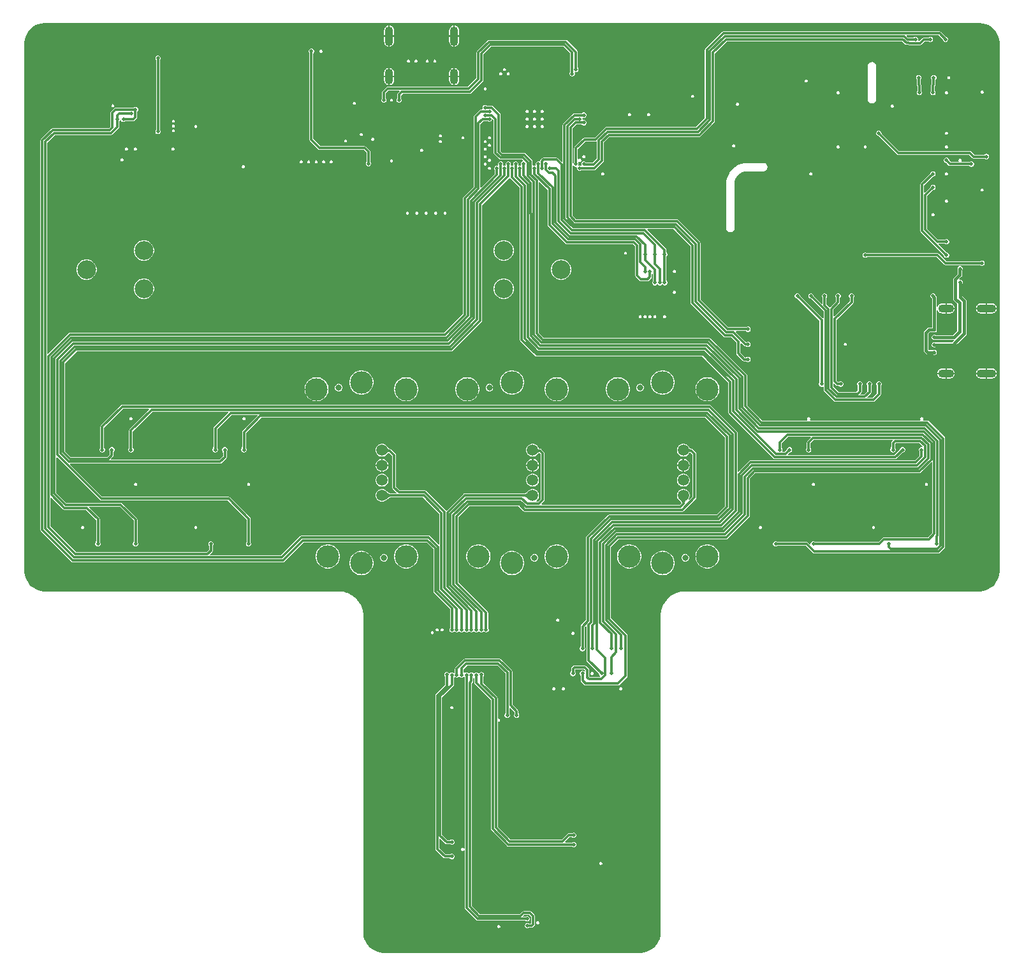
<source format=gbr>
%TF.GenerationSoftware,Altium Limited,Altium Designer,23.3.1 (30)*%
G04 Layer_Physical_Order=2*
G04 Layer_Color=36540*
%FSLAX45Y45*%
%MOMM*%
%TF.SameCoordinates,E4F86091-2262-4A10-A0E3-B6E4D0D901A0*%
%TF.FilePolarity,Positive*%
%TF.FileFunction,Copper,L2,Inr,Signal*%
%TF.Part,Single*%
G01*
G75*
%TA.AperFunction,Conductor*%
%ADD56C,0.30000*%
%ADD58C,0.38100*%
%TA.AperFunction,ViaPad*%
%ADD61C,0.75000*%
%TA.AperFunction,ComponentPad*%
%ADD62O,2.10000X1.10000*%
%ADD63O,2.60000X1.10000*%
%ADD64O,1.10000X2.10000*%
%ADD65O,1.10000X2.60000*%
%TA.AperFunction,ViaPad*%
%ADD66C,5.00000*%
%TA.AperFunction,ComponentPad*%
%ADD67C,1.50000*%
%ADD68C,3.00000*%
%ADD69C,0.80000*%
%ADD70C,2.50000*%
%TA.AperFunction,ViaPad*%
%ADD71C,0.50000*%
G36*
X6217993Y11974511D02*
X6253669Y11969815D01*
X6288428Y11960501D01*
X6321674Y11946729D01*
X6352836Y11928738D01*
X6381385Y11906832D01*
X6406832Y11881385D01*
X6428736Y11852839D01*
X6446730Y11821673D01*
X6460500Y11788429D01*
X6469814Y11753669D01*
X6474511Y11717993D01*
X6474510Y11700000D01*
X6474512Y4700000D01*
X6474511Y4682007D01*
X6469815Y4646331D01*
X6460501Y4611572D01*
X6446730Y4578325D01*
X6428738Y4547163D01*
X6406831Y4518613D01*
X6381385Y4493167D01*
X6352839Y4471263D01*
X6321673Y4453269D01*
X6288428Y4439499D01*
X6253669Y4430185D01*
X6217993Y4425488D01*
X2300000D01*
X2299584Y4425405D01*
X2299166Y4425475D01*
X2279545Y4424832D01*
X2278313Y4424545D01*
X2277052Y4424627D01*
X2238146Y4419505D01*
X2236554Y4418965D01*
X2234876Y4418855D01*
X2196971Y4408699D01*
X2195463Y4407955D01*
X2193814Y4407627D01*
X2157560Y4392610D01*
X2156161Y4391675D01*
X2154569Y4391135D01*
X2120585Y4371514D01*
X2119321Y4370406D01*
X2117813Y4369662D01*
X2086680Y4345773D01*
X2085571Y4344508D01*
X2084173Y4343574D01*
X2056425Y4315827D01*
X2055491Y4314429D01*
X2054227Y4313320D01*
X2030338Y4282187D01*
X2029595Y4280679D01*
X2028486Y4279415D01*
X2008865Y4245431D01*
X2008324Y4243838D01*
X2007390Y4242440D01*
X1992373Y4206185D01*
X1992045Y4204537D01*
X1991301Y4203028D01*
X1981145Y4165124D01*
X1981035Y4163445D01*
X1980494Y4161854D01*
X1975372Y4122948D01*
X1975455Y4121686D01*
X1975168Y4120454D01*
X1974526Y4100834D01*
X1974595Y4100416D01*
X1974512Y4100000D01*
X1974511Y-100000D01*
Y-117993D01*
X1969815Y-153669D01*
X1960501Y-188428D01*
X1946729Y-221675D01*
X1928738Y-252837D01*
X1906831Y-281387D01*
X1881386Y-306832D01*
X1852838Y-328738D01*
X1821674Y-346730D01*
X1788428Y-360501D01*
X1753669Y-369815D01*
X1717991Y-374512D01*
X-1700000D01*
X-1717993Y-374512D01*
X-1753670Y-369815D01*
X-1788428Y-360501D01*
X-1821675Y-346730D01*
X-1852837Y-328739D01*
X-1881388Y-306831D01*
X-1906831Y-281388D01*
X-1928738Y-252838D01*
X-1946730Y-221675D01*
X-1960501Y-188429D01*
X-1969815Y-153670D01*
X-1974512Y-117993D01*
Y-100000D01*
Y4100000D01*
X-1974595Y4100416D01*
X-1974526Y4100834D01*
X-1975168Y4120455D01*
X-1975455Y4121686D01*
X-1975373Y4122948D01*
X-1980495Y4161854D01*
X-1981035Y4163446D01*
X-1981145Y4165124D01*
X-1991302Y4203028D01*
X-1992046Y4204537D01*
X-1992373Y4206185D01*
X-2007390Y4242440D01*
X-2008325Y4243838D01*
X-2008865Y4245431D01*
X-2028486Y4279415D01*
X-2029595Y4280679D01*
X-2030338Y4282187D01*
X-2054228Y4313320D01*
X-2055492Y4314429D01*
X-2056426Y4315827D01*
X-2084174Y4343574D01*
X-2085572Y4344508D01*
X-2086680Y4345773D01*
X-2117813Y4369662D01*
X-2119321Y4370405D01*
X-2120585Y4371514D01*
X-2154569Y4391135D01*
X-2156162Y4391675D01*
X-2157560Y4392610D01*
X-2193815Y4407627D01*
X-2195463Y4407955D01*
X-2196972Y4408699D01*
X-2234876Y4418855D01*
X-2236555Y4418965D01*
X-2238146Y4419505D01*
X-2277052Y4424627D01*
X-2278314Y4424545D01*
X-2279546Y4424832D01*
X-2299166Y4425474D01*
X-2299584Y4425405D01*
X-2300000Y4425488D01*
X-6200000Y4425488D01*
X-6217992D01*
X-6253671Y4430185D01*
X-6288428Y4439499D01*
X-6321675Y4453270D01*
X-6352837Y4471261D01*
X-6381387Y4493168D01*
X-6406832Y4518614D01*
X-6428738Y4547162D01*
X-6446730Y4578326D01*
X-6460501Y4611571D01*
X-6469815Y4646331D01*
X-6474512Y4682008D01*
Y4700000D01*
Y11700000D01*
Y11717991D01*
X-6469815Y11753671D01*
X-6460501Y11788427D01*
X-6446730Y11821675D01*
X-6428739Y11852837D01*
X-6406832Y11881386D01*
X-6381387Y11906831D01*
X-6352838Y11928738D01*
X-6321674Y11946730D01*
X-6288429Y11960501D01*
X-6253671Y11969814D01*
X-6217993Y11974511D01*
X6200000D01*
X6217993Y11974511D01*
D02*
G37*
%LPC*%
G36*
X-757999Y11939244D02*
Y11810002D01*
X-702439D01*
Y11875000D01*
X-704673Y11891969D01*
X-711223Y11907780D01*
X-721642Y11921358D01*
X-735220Y11931777D01*
X-751032Y11938327D01*
X-757999Y11939244D01*
D02*
G37*
G36*
X-777999Y11939244D02*
X-784968Y11938327D01*
X-800780Y11931777D01*
X-814358Y11921358D01*
X-824777Y11907780D01*
X-831327Y11891969D01*
X-833561Y11875000D01*
Y11810002D01*
X-777999D01*
Y11939244D01*
D02*
G37*
G36*
X-1622002Y11939245D02*
Y11810000D01*
X-1566439D01*
Y11875000D01*
X-1568673Y11891969D01*
X-1575223Y11907780D01*
X-1585641Y11921358D01*
X-1599219Y11931777D01*
X-1615031Y11938327D01*
X-1622002Y11939245D01*
D02*
G37*
G36*
X-1642002Y11939244D02*
X-1648968Y11938327D01*
X-1664780Y11931777D01*
X-1678358Y11921358D01*
X-1688777Y11907780D01*
X-1695327Y11891969D01*
X-1697560Y11875000D01*
Y11810000D01*
X-1642002D01*
Y11939244D01*
D02*
G37*
G36*
X5677600Y11861890D02*
X2807863D01*
X2798109Y11859949D01*
X2789839Y11854424D01*
X2568976Y11633561D01*
X2563451Y11625291D01*
X2561510Y11615537D01*
Y11553200D01*
Y10711695D01*
X2443537Y10593721D01*
X1253363D01*
X1243608Y10591781D01*
X1235339Y10586255D01*
X1101274Y10452190D01*
X965200D01*
X955445Y10450249D01*
X947176Y10444724D01*
X831976Y10329524D01*
X826450Y10321254D01*
X824510Y10311500D01*
Y10135881D01*
X824176Y10135095D01*
X824153Y10132451D01*
X823973Y10128058D01*
X823645Y10124836D01*
X823495Y10123967D01*
X823375Y10123471D01*
X823276Y10123272D01*
X823268Y10123149D01*
X823152Y10122809D01*
X823162Y10122659D01*
X820328Y10119826D01*
X816690Y10111041D01*
X803990Y10113567D01*
Y10573505D01*
X854995Y10624510D01*
X919419D01*
X920205Y10624177D01*
X922849Y10624153D01*
X927241Y10623974D01*
X930464Y10623645D01*
X931333Y10623495D01*
X931829Y10623375D01*
X932028Y10623277D01*
X932151Y10623268D01*
X932491Y10623152D01*
X932641Y10623162D01*
X935474Y10620329D01*
X948338Y10615000D01*
X962262D01*
X975126Y10620329D01*
X984972Y10630174D01*
X990300Y10643038D01*
Y10656962D01*
X984972Y10669826D01*
X975126Y10679672D01*
X962262Y10685000D01*
X948338D01*
X944812Y10683539D01*
X935000Y10693038D01*
Y10706962D01*
X944812Y10716460D01*
X948338Y10715000D01*
X962262D01*
X975126Y10720328D01*
X984972Y10730174D01*
X990300Y10743038D01*
Y10756962D01*
X984972Y10769826D01*
X975126Y10779671D01*
X962262Y10785000D01*
X948338D01*
X935474Y10779671D01*
X932641Y10776838D01*
X932491Y10776847D01*
X932151Y10776732D01*
X932028Y10776723D01*
X931829Y10776625D01*
X931333Y10776505D01*
X930644Y10776386D01*
X922698Y10775845D01*
X920204Y10775823D01*
X919418Y10775489D01*
X831300D01*
X821545Y10773549D01*
X813276Y10768024D01*
X680476Y10635224D01*
X674951Y10626955D01*
X673010Y10617200D01*
Y10134631D01*
X661277Y10129771D01*
X613024Y10178024D01*
X604755Y10183549D01*
X595000Y10185490D01*
X419100D01*
X409346Y10183549D01*
X401076Y10178024D01*
X381976Y10158924D01*
X376451Y10150655D01*
X374510Y10140900D01*
X361810Y10132991D01*
X356962Y10135000D01*
X343038D01*
X330174Y10129671D01*
X320328Y10119826D01*
X315000Y10106962D01*
Y10093038D01*
X316460Y10089512D01*
X306962Y10079700D01*
X293038D01*
X288190Y10077692D01*
X275490Y10086177D01*
Y10138600D01*
X273549Y10148355D01*
X268024Y10156624D01*
X181224Y10243424D01*
X172955Y10248949D01*
X163200Y10250890D01*
X-125274D01*
X-150410Y10276026D01*
Y10759200D01*
X-152351Y10768955D01*
X-157876Y10777224D01*
X-248676Y10868024D01*
X-256945Y10873549D01*
X-266700Y10875490D01*
X-319419D01*
X-320205Y10875823D01*
X-322849Y10875847D01*
X-327242Y10876026D01*
X-330464Y10876355D01*
X-331334Y10876505D01*
X-331829Y10876625D01*
X-332028Y10876723D01*
X-332151Y10876732D01*
X-332492Y10876847D01*
X-332641Y10876838D01*
X-335474Y10879671D01*
X-348338Y10885000D01*
X-362262D01*
X-375126Y10879671D01*
X-384972Y10869826D01*
X-390300Y10856962D01*
Y10843038D01*
X-388292Y10838190D01*
X-396778Y10825490D01*
X-414100D01*
X-423854Y10823549D01*
X-432124Y10818024D01*
X-502524Y10747624D01*
X-508049Y10739355D01*
X-509990Y10729600D01*
Y9799195D01*
X-642224Y9666961D01*
X-647749Y9658691D01*
X-649690Y9648937D01*
Y8111258D01*
X-899558Y7861390D01*
X-5870842D01*
X-5880596Y7859449D01*
X-5888866Y7853924D01*
X-6159077Y7583713D01*
X-6170810Y7588573D01*
Y10386274D01*
X-6068874Y10488210D01*
X-5323200D01*
X-5313445Y10490151D01*
X-5305176Y10495676D01*
X-5221976Y10578876D01*
X-5216451Y10587145D01*
X-5214511Y10596900D01*
Y10657518D01*
X-5214177Y10658305D01*
X-5214153Y10660949D01*
X-5213974Y10665341D01*
X-5213645Y10668564D01*
X-5213495Y10669433D01*
X-5213375Y10669929D01*
X-5213277Y10670128D01*
X-5213268Y10670250D01*
X-5213153Y10670591D01*
X-5213162Y10670740D01*
X-5210329Y10673574D01*
X-5206734Y10682253D01*
X-5193267D01*
X-5189672Y10673574D01*
X-5179826Y10663728D01*
X-5166962Y10658400D01*
X-5153038D01*
X-5140174Y10663728D01*
X-5137341Y10666562D01*
X-5137192Y10666552D01*
X-5136851Y10666668D01*
X-5136728Y10666677D01*
X-5136529Y10666775D01*
X-5136034Y10666895D01*
X-5135345Y10667014D01*
X-5127398Y10667554D01*
X-5124905Y10667577D01*
X-5124119Y10667910D01*
X-5029200D01*
X-5019445Y10669851D01*
X-5011176Y10675376D01*
X-4981976Y10704576D01*
X-4976451Y10712845D01*
X-4974510Y10722600D01*
Y10789118D01*
X-4974177Y10789904D01*
X-4974153Y10792548D01*
X-4973974Y10796941D01*
X-4973645Y10800164D01*
X-4973495Y10801033D01*
X-4973375Y10801529D01*
X-4973277Y10801727D01*
X-4973268Y10801850D01*
X-4973153Y10802191D01*
X-4973162Y10802340D01*
X-4970329Y10805173D01*
X-4965000Y10818038D01*
Y10831961D01*
X-4970329Y10844825D01*
X-4980174Y10854671D01*
X-4993038Y10859999D01*
X-5006962D01*
X-5019826Y10854671D01*
X-5022660Y10851837D01*
X-5022809Y10851847D01*
X-5023150Y10851731D01*
X-5023272Y10851723D01*
X-5023471Y10851624D01*
X-5023967Y10851505D01*
X-5024656Y10851386D01*
X-5032602Y10850845D01*
X-5035096Y10850823D01*
X-5035882Y10850489D01*
X-5265901D01*
X-5275655Y10848549D01*
X-5283924Y10843023D01*
X-5327908Y10799040D01*
X-5333434Y10790770D01*
X-5335374Y10781016D01*
Y10594142D01*
X-5350326Y10579190D01*
X-6096000D01*
X-6105755Y10577249D01*
X-6114024Y10571724D01*
X-6254323Y10431424D01*
X-6259849Y10423155D01*
X-6261789Y10413401D01*
Y5245699D01*
X-6259849Y5235945D01*
X-6254323Y5227676D01*
X-5847324Y4820676D01*
X-5839055Y4815151D01*
X-5829300Y4813210D01*
X-3042232D01*
X-3032477Y4815151D01*
X-3024208Y4820676D01*
X-2766874Y5078010D01*
X-1132026D01*
X-1043989Y4989973D01*
Y4419821D01*
X-1042049Y4410066D01*
X-1036523Y4401797D01*
X-822990Y4188264D01*
Y3950581D01*
X-823323Y3949795D01*
X-823347Y3947151D01*
X-823526Y3942758D01*
X-823855Y3939536D01*
X-824005Y3938666D01*
X-824125Y3938171D01*
X-824223Y3937972D01*
X-824232Y3937849D01*
X-824348Y3937509D01*
X-824338Y3937359D01*
X-827172Y3934526D01*
X-832500Y3921662D01*
Y3907738D01*
X-827172Y3894874D01*
X-817326Y3885028D01*
X-804462Y3879700D01*
X-790538D01*
X-777674Y3885028D01*
X-773297Y3889405D01*
X-765000Y3893483D01*
X-756703Y3889405D01*
X-752326Y3885028D01*
X-739462Y3879700D01*
X-725538D01*
X-712674Y3885028D01*
X-708297Y3889406D01*
X-700000Y3893483D01*
X-691703Y3889406D01*
X-687326Y3885028D01*
X-674462Y3879700D01*
X-660538D01*
X-647674Y3885028D01*
X-643297Y3889405D01*
X-635000Y3893483D01*
X-626703Y3889405D01*
X-622326Y3885028D01*
X-609462Y3879700D01*
X-595538D01*
X-582674Y3885028D01*
X-578297Y3889406D01*
X-570000Y3893483D01*
X-561703Y3889406D01*
X-557326Y3885028D01*
X-544462Y3879700D01*
X-530538D01*
X-517674Y3885028D01*
X-513297Y3889405D01*
X-505000Y3893483D01*
X-496703Y3889405D01*
X-492326Y3885028D01*
X-479462Y3879700D01*
X-465538D01*
X-452674Y3885028D01*
X-448297Y3889406D01*
X-440000Y3893483D01*
X-431703Y3889406D01*
X-427326Y3885028D01*
X-414462Y3879700D01*
X-400538D01*
X-387674Y3885028D01*
X-383297Y3889406D01*
X-375000Y3893483D01*
X-366703Y3889406D01*
X-362326Y3885028D01*
X-349462Y3879700D01*
X-335538D01*
X-322674Y3885028D01*
X-312828Y3894874D01*
X-307500Y3907738D01*
Y3921662D01*
X-312828Y3934526D01*
X-315662Y3937359D01*
X-315652Y3937509D01*
X-315768Y3937849D01*
X-315777Y3937972D01*
X-315875Y3938171D01*
X-315995Y3938666D01*
X-316114Y3939356D01*
X-316654Y3947302D01*
X-316677Y3949796D01*
X-317010Y3950582D01*
Y4139800D01*
X-318951Y4149554D01*
X-324476Y4157824D01*
X-713010Y4546358D01*
Y5410442D01*
X-568941Y5554511D01*
X87505D01*
X150139Y5491876D01*
X158409Y5486351D01*
X168163Y5484410D01*
X2258700D01*
X2268455Y5486351D01*
X2276724Y5491876D01*
X2443724Y5658876D01*
X2449249Y5667145D01*
X2451190Y5676900D01*
Y6248400D01*
X2449249Y6258155D01*
X2443724Y6266424D01*
X2395450Y6314698D01*
X2387181Y6320223D01*
X2379370Y6321777D01*
X2377801Y6322491D01*
X2373211Y6322650D01*
X2369470Y6323071D01*
X2366221Y6323733D01*
X2363459Y6324597D01*
X2361148Y6325625D01*
X2359239Y6326786D01*
X2357652Y6328081D01*
X2356310Y6329543D01*
X2355148Y6331242D01*
X2353833Y6333876D01*
X2353347Y6334299D01*
X2343017Y6352191D01*
X2327191Y6368017D01*
X2307809Y6379207D01*
X2286191Y6385000D01*
X2263810D01*
X2242191Y6379207D01*
X2222809Y6368017D01*
X2206983Y6352191D01*
X2195793Y6332809D01*
X2190000Y6311190D01*
Y6288809D01*
X2195793Y6267191D01*
X2206983Y6247809D01*
X2222809Y6231983D01*
X2242191Y6220792D01*
X2263810Y6215000D01*
X2286191D01*
X2307809Y6220792D01*
X2327191Y6231983D01*
X2343017Y6247809D01*
X2348216Y6256813D01*
X2348608Y6256956D01*
X2349266Y6258363D01*
X2350523Y6259274D01*
X2352098Y6261836D01*
X2353498Y6263551D01*
X2355127Y6265070D01*
X2357046Y6266435D01*
X2359327Y6267659D01*
X2362024Y6268729D01*
X2365171Y6269614D01*
X2367929Y6270123D01*
X2400210Y6237842D01*
Y5687458D01*
X2352292Y5639539D01*
X2343017Y5647809D01*
X2354207Y5667191D01*
X2360000Y5688810D01*
Y5711191D01*
X2354207Y5732809D01*
X2343017Y5752191D01*
X2327191Y5768017D01*
X2307809Y5779207D01*
X2286191Y5785000D01*
X2263810D01*
X2242191Y5779207D01*
X2222809Y5768017D01*
X2206983Y5752191D01*
X2195793Y5732809D01*
X2190000Y5711191D01*
Y5688810D01*
X2195793Y5667191D01*
X2206983Y5647809D01*
X2222809Y5631983D01*
X2225955Y5630167D01*
X2226163Y5629665D01*
X2227016Y5629312D01*
X2227503Y5628527D01*
X2232088Y5625234D01*
X2235783Y5622049D01*
X2238973Y5618718D01*
X2241686Y5615238D01*
X2243956Y5611590D01*
X2245807Y5607746D01*
X2247254Y5603671D01*
X2248305Y5599322D01*
X2248337Y5599085D01*
X2224642Y5575390D01*
X395631D01*
X390771Y5587123D01*
X424424Y5620776D01*
X429949Y5629046D01*
X431890Y5638800D01*
Y6261100D01*
X429949Y6270854D01*
X424424Y6279124D01*
X394127Y6309421D01*
X385857Y6314946D01*
X378054Y6316499D01*
X376486Y6317214D01*
X372234Y6317365D01*
X368863Y6317755D01*
X366008Y6318359D01*
X363666Y6319127D01*
X361798Y6320009D01*
X360333Y6320971D01*
X359176Y6322011D01*
X358223Y6323186D01*
X357405Y6324593D01*
X356440Y6327009D01*
X355504Y6327969D01*
X354207Y6332809D01*
X343017Y6352191D01*
X327191Y6368017D01*
X307809Y6379207D01*
X286190Y6385000D01*
X263809D01*
X242191Y6379207D01*
X222809Y6368017D01*
X206983Y6352191D01*
X195793Y6332809D01*
X190000Y6311190D01*
Y6288809D01*
X195793Y6267191D01*
X206983Y6247809D01*
X222809Y6231983D01*
X242191Y6220792D01*
X263809Y6215000D01*
X286190D01*
X307809Y6220792D01*
X327191Y6231983D01*
X343017Y6247809D01*
X345922Y6252840D01*
X345995Y6252861D01*
X346781Y6254273D01*
X348142Y6255143D01*
X349712Y6257390D01*
X351080Y6258866D01*
X352725Y6260218D01*
X354719Y6261468D01*
X357123Y6262607D01*
X359973Y6263604D01*
X363301Y6264430D01*
X366500Y6264952D01*
X380910Y6250542D01*
Y5649358D01*
X346942Y5615390D01*
X323850D01*
X320447Y5628090D01*
X327191Y5631983D01*
X343017Y5647809D01*
X354207Y5667191D01*
X360000Y5688810D01*
Y5711191D01*
X354207Y5732809D01*
X343017Y5752191D01*
X327191Y5768017D01*
X307809Y5779207D01*
X286190Y5785000D01*
X263809D01*
X242191Y5779207D01*
X222809Y5768017D01*
X215880Y5761088D01*
X214025Y5760386D01*
X199952Y5747155D01*
X193571Y5741969D01*
X187356Y5737482D01*
X181426Y5733762D01*
X175792Y5730794D01*
X170480Y5728558D01*
X165503Y5727019D01*
X160861Y5726132D01*
X155807Y5725801D01*
X155176Y5725490D01*
X-629205D01*
X-638960Y5723549D01*
X-647229Y5718024D01*
X-864732Y5500521D01*
X-880476Y5501223D01*
X-1137676Y5758424D01*
X-1145945Y5763949D01*
X-1155700Y5765890D01*
X-1488042D01*
X-1536610Y5814458D01*
Y6235700D01*
X-1538551Y6245454D01*
X-1544076Y6253724D01*
X-1604550Y6314198D01*
X-1612819Y6319723D01*
X-1620627Y6321276D01*
X-1622196Y6321991D01*
X-1626770Y6322151D01*
X-1630485Y6322572D01*
X-1633707Y6323233D01*
X-1636446Y6324097D01*
X-1638729Y6325122D01*
X-1640616Y6326280D01*
X-1642181Y6327572D01*
X-1643509Y6329034D01*
X-1644658Y6330736D01*
X-1645956Y6333382D01*
X-1646297Y6333682D01*
X-1656983Y6352191D01*
X-1672809Y6368017D01*
X-1692191Y6379207D01*
X-1713810Y6385000D01*
X-1736191D01*
X-1757809Y6379207D01*
X-1777191Y6368017D01*
X-1793017Y6352191D01*
X-1804207Y6332809D01*
X-1810000Y6311190D01*
Y6288809D01*
X-1804207Y6267191D01*
X-1793017Y6247809D01*
X-1777191Y6231983D01*
X-1757809Y6220792D01*
X-1736191Y6215000D01*
X-1713810D01*
X-1692191Y6220792D01*
X-1672809Y6231983D01*
X-1656983Y6247809D01*
X-1652080Y6256302D01*
X-1651695Y6256439D01*
X-1651029Y6257840D01*
X-1649766Y6258742D01*
X-1648168Y6261302D01*
X-1646744Y6263024D01*
X-1645089Y6264549D01*
X-1643138Y6265922D01*
X-1640826Y6267152D01*
X-1638097Y6268226D01*
X-1634918Y6269113D01*
X-1632080Y6269633D01*
X-1587590Y6225142D01*
Y5803900D01*
X-1585649Y5794145D01*
X-1580124Y5785876D01*
X-1531471Y5737223D01*
X-1536331Y5725490D01*
X-1605177D01*
X-1605808Y5725801D01*
X-1610861Y5726132D01*
X-1615503Y5727019D01*
X-1620480Y5728558D01*
X-1625792Y5730794D01*
X-1631426Y5733762D01*
X-1637357Y5737482D01*
X-1643459Y5741888D01*
X-1656857Y5753360D01*
X-1663861Y5760228D01*
X-1665802Y5761010D01*
X-1672809Y5768017D01*
X-1692191Y5779207D01*
X-1713810Y5785000D01*
X-1736191D01*
X-1757809Y5779207D01*
X-1777191Y5768017D01*
X-1793017Y5752191D01*
X-1804207Y5732809D01*
X-1810000Y5711191D01*
Y5688810D01*
X-1804207Y5667191D01*
X-1793017Y5647809D01*
X-1777191Y5631983D01*
X-1757809Y5620793D01*
X-1736191Y5615000D01*
X-1713810D01*
X-1692191Y5620793D01*
X-1672809Y5631983D01*
X-1665880Y5638912D01*
X-1664025Y5639614D01*
X-1649952Y5652845D01*
X-1643571Y5658031D01*
X-1637357Y5662519D01*
X-1631426Y5666238D01*
X-1625792Y5669206D01*
X-1620480Y5671442D01*
X-1615503Y5672981D01*
X-1610861Y5673868D01*
X-1605808Y5674199D01*
X-1605177Y5674510D01*
X-1182426D01*
X-963989Y5456073D01*
Y5055230D01*
X-975722Y5050370D01*
X-1086876Y5161524D01*
X-1095145Y5167049D01*
X-1104900Y5168990D01*
X-2794000D01*
X-2803755Y5167049D01*
X-2812024Y5161524D01*
X-3069358Y4904190D01*
X-4009369D01*
X-4014229Y4915923D01*
X-3980516Y4949636D01*
X-3974991Y4957905D01*
X-3973050Y4967660D01*
Y5021118D01*
X-3972717Y5021905D01*
X-3972693Y5024549D01*
X-3972514Y5028941D01*
X-3972185Y5032164D01*
X-3972035Y5033033D01*
X-3971915Y5033529D01*
X-3971817Y5033728D01*
X-3971808Y5033850D01*
X-3971693Y5034191D01*
X-3971702Y5034340D01*
X-3968869Y5037174D01*
X-3963540Y5050038D01*
Y5063962D01*
X-3968869Y5076826D01*
X-3978714Y5086672D01*
X-3991578Y5092000D01*
X-4005502D01*
X-4018366Y5086672D01*
X-4028212Y5076826D01*
X-4033540Y5063962D01*
Y5050038D01*
X-4028212Y5037174D01*
X-4025378Y5034340D01*
X-4025388Y5034191D01*
X-4025272Y5033850D01*
X-4025263Y5033728D01*
X-4025165Y5033529D01*
X-4025045Y5033033D01*
X-4024926Y5032344D01*
X-4024386Y5024398D01*
X-4024364Y5021904D01*
X-4024030Y5021118D01*
Y4978218D01*
X-4058058Y4944190D01*
X-5785605D01*
X-6130810Y5289394D01*
Y5667164D01*
X-6119077Y5672024D01*
X-5964329Y5517276D01*
X-5956059Y5511751D01*
X-5946305Y5509810D01*
X-5660158D01*
X-5524030Y5373682D01*
Y5092882D01*
X-5524363Y5092095D01*
X-5524387Y5089451D01*
X-5524566Y5085059D01*
X-5524895Y5081836D01*
X-5525045Y5080967D01*
X-5525165Y5080471D01*
X-5525263Y5080272D01*
X-5525272Y5080150D01*
X-5525387Y5079809D01*
X-5525378Y5079660D01*
X-5528211Y5076826D01*
X-5533540Y5063962D01*
Y5050038D01*
X-5528211Y5037174D01*
X-5518366Y5027329D01*
X-5505502Y5022000D01*
X-5491578D01*
X-5478714Y5027329D01*
X-5468868Y5037174D01*
X-5463540Y5050038D01*
Y5063962D01*
X-5468868Y5076826D01*
X-5471702Y5079660D01*
X-5471692Y5079809D01*
X-5471808Y5080150D01*
X-5471817Y5080272D01*
X-5471915Y5080471D01*
X-5472035Y5080967D01*
X-5472154Y5081656D01*
X-5472694Y5089602D01*
X-5472717Y5092096D01*
X-5473050Y5092882D01*
Y5384240D01*
X-5474991Y5393995D01*
X-5480516Y5402264D01*
X-5616329Y5538077D01*
X-5611469Y5549810D01*
X-5204858D01*
X-5024030Y5368982D01*
Y5092882D01*
X-5024363Y5092095D01*
X-5024387Y5089451D01*
X-5024566Y5085059D01*
X-5024895Y5081836D01*
X-5025045Y5080967D01*
X-5025165Y5080471D01*
X-5025263Y5080272D01*
X-5025272Y5080150D01*
X-5025387Y5079809D01*
X-5025378Y5079660D01*
X-5028211Y5076826D01*
X-5033540Y5063962D01*
Y5050038D01*
X-5028211Y5037174D01*
X-5018366Y5027329D01*
X-5005502Y5022000D01*
X-4991578D01*
X-4978714Y5027329D01*
X-4968868Y5037174D01*
X-4963540Y5050038D01*
Y5063962D01*
X-4968868Y5076826D01*
X-4971702Y5079660D01*
X-4971692Y5079809D01*
X-4971808Y5080150D01*
X-4971817Y5080272D01*
X-4971915Y5080471D01*
X-4972035Y5080967D01*
X-4972154Y5081656D01*
X-4972694Y5089602D01*
X-4972716Y5092096D01*
X-4973050Y5092882D01*
Y5379540D01*
X-4974991Y5389295D01*
X-4980516Y5397564D01*
X-5176276Y5593324D01*
X-5184545Y5598849D01*
X-5194300Y5600790D01*
X-5919178D01*
X-6050810Y5732421D01*
Y6202532D01*
X-6039077Y6207392D01*
X-5468960Y5637276D01*
X-5460691Y5631750D01*
X-5450937Y5629810D01*
X-3773558D01*
X-3524030Y5380282D01*
Y5092882D01*
X-3524364Y5092095D01*
X-3524387Y5089451D01*
X-3524566Y5085059D01*
X-3524895Y5081836D01*
X-3525045Y5080967D01*
X-3525165Y5080471D01*
X-3525263Y5080272D01*
X-3525272Y5080150D01*
X-3525388Y5079809D01*
X-3525378Y5079660D01*
X-3528212Y5076826D01*
X-3533540Y5063962D01*
Y5050038D01*
X-3528212Y5037174D01*
X-3518366Y5027329D01*
X-3505502Y5022000D01*
X-3491578D01*
X-3478714Y5027329D01*
X-3468869Y5037174D01*
X-3463540Y5050038D01*
Y5063962D01*
X-3468869Y5076826D01*
X-3471702Y5079660D01*
X-3471693Y5079809D01*
X-3471808Y5080150D01*
X-3471817Y5080272D01*
X-3471915Y5080471D01*
X-3472035Y5080967D01*
X-3472154Y5081656D01*
X-3472695Y5089602D01*
X-3472717Y5092096D01*
X-3473050Y5092882D01*
Y5390840D01*
X-3474991Y5400595D01*
X-3480516Y5408864D01*
X-3744976Y5673324D01*
X-3753245Y5678849D01*
X-3763000Y5680790D01*
X-5440379D01*
X-5869166Y6109577D01*
X-5864306Y6121310D01*
X-3873500D01*
X-3863745Y6123251D01*
X-3855476Y6128776D01*
X-3795476Y6188776D01*
X-3789951Y6197046D01*
X-3788010Y6206800D01*
Y6269418D01*
X-3787677Y6270205D01*
X-3787653Y6272849D01*
X-3787474Y6277241D01*
X-3787145Y6280464D01*
X-3786995Y6281333D01*
X-3786875Y6281829D01*
X-3786777Y6282028D01*
X-3786768Y6282151D01*
X-3786653Y6282491D01*
X-3786662Y6282640D01*
X-3783829Y6285474D01*
X-3778500Y6298338D01*
Y6312262D01*
X-3783829Y6325126D01*
X-3793674Y6334972D01*
X-3806538Y6340300D01*
X-3820462D01*
X-3833326Y6334972D01*
X-3843172Y6325126D01*
X-3848500Y6312262D01*
Y6298338D01*
X-3843172Y6285474D01*
X-3840338Y6282640D01*
X-3840348Y6282491D01*
X-3840232Y6282151D01*
X-3840223Y6282028D01*
X-3840125Y6281829D01*
X-3840005Y6281333D01*
X-3839886Y6280644D01*
X-3839346Y6272698D01*
X-3839324Y6270204D01*
X-3838990Y6269418D01*
Y6217358D01*
X-3884058Y6172290D01*
X-5321269D01*
X-5326129Y6184023D01*
X-5295476Y6214676D01*
X-5289951Y6222945D01*
X-5288010Y6232700D01*
Y6269418D01*
X-5287676Y6270205D01*
X-5287653Y6272849D01*
X-5287474Y6277241D01*
X-5287145Y6280464D01*
X-5286995Y6281333D01*
X-5286875Y6281829D01*
X-5286777Y6282028D01*
X-5286768Y6282151D01*
X-5286652Y6282491D01*
X-5286662Y6282640D01*
X-5283828Y6285474D01*
X-5278500Y6298338D01*
Y6312262D01*
X-5283828Y6325126D01*
X-5293674Y6334972D01*
X-5306538Y6340300D01*
X-5320462D01*
X-5333326Y6334972D01*
X-5343171Y6325126D01*
X-5348500Y6312262D01*
Y6298338D01*
X-5343171Y6285474D01*
X-5340338Y6282640D01*
X-5340347Y6282491D01*
X-5340232Y6282151D01*
X-5340223Y6282028D01*
X-5340125Y6281829D01*
X-5340005Y6281333D01*
X-5339886Y6280644D01*
X-5339345Y6272698D01*
X-5339323Y6270204D01*
X-5338990Y6269418D01*
Y6243258D01*
X-5369958Y6212290D01*
X-5858742D01*
X-5930810Y6284358D01*
Y7457042D01*
X-5777442Y7610411D01*
X-806158D01*
X-796403Y7612351D01*
X-788134Y7617877D01*
X-406176Y7999834D01*
X-400651Y8008103D01*
X-398711Y8017858D01*
Y9555537D01*
X-36230Y9918017D01*
X-32730Y9918390D01*
X-22795Y9916722D01*
X-21096Y9915695D01*
X-18024Y9911098D01*
X103324Y9789750D01*
Y9396552D01*
X104711Y9389580D01*
Y7765758D01*
X106651Y7756003D01*
X112177Y7747734D01*
X308734Y7551176D01*
X317004Y7545651D01*
X326758Y7543710D01*
X2526000D01*
X2873311Y7196400D01*
Y6800558D01*
X2875251Y6790803D01*
X2880777Y6782534D01*
X3471034Y6192276D01*
X3479304Y6186751D01*
X3489058Y6184810D01*
X5091500D01*
X5101254Y6186751D01*
X5109524Y6192276D01*
X5179151Y6261904D01*
X5179943Y6262223D01*
X5181830Y6264077D01*
X5185066Y6267059D01*
X5187574Y6269102D01*
X5188297Y6269612D01*
X5188730Y6269877D01*
X5188940Y6269948D01*
X5189032Y6270028D01*
X5189355Y6270187D01*
X5189454Y6270300D01*
X5193462D01*
X5206326Y6275629D01*
X5216171Y6285474D01*
X5221500Y6298338D01*
Y6312262D01*
X5216171Y6325126D01*
X5206326Y6334972D01*
X5193462Y6340300D01*
X5179538D01*
X5166674Y6334972D01*
X5156828Y6325126D01*
X5151500Y6312262D01*
Y6308254D01*
X5151387Y6308155D01*
X5151228Y6307832D01*
X5151148Y6307740D01*
X5151077Y6307530D01*
X5150812Y6307097D01*
X5150407Y6306523D01*
X5145174Y6300525D01*
X5143423Y6298743D01*
X5143104Y6297952D01*
X5080942Y6235790D01*
X3669631D01*
X3664771Y6247523D01*
X3679151Y6261904D01*
X3679943Y6262223D01*
X3681830Y6264077D01*
X3685066Y6267059D01*
X3687574Y6269102D01*
X3688297Y6269612D01*
X3688730Y6269877D01*
X3688940Y6269948D01*
X3689032Y6270028D01*
X3689355Y6270187D01*
X3689454Y6270300D01*
X3693462D01*
X3706326Y6275629D01*
X3716172Y6285474D01*
X3721500Y6298338D01*
Y6312262D01*
X3716172Y6325126D01*
X3706326Y6334972D01*
X3693462Y6340300D01*
X3679538D01*
X3666674Y6334972D01*
X3656829Y6325126D01*
X3651500Y6312262D01*
Y6308254D01*
X3651387Y6308155D01*
X3651228Y6307832D01*
X3651148Y6307740D01*
X3651077Y6307530D01*
X3650812Y6307097D01*
X3650407Y6306523D01*
X3645174Y6300525D01*
X3643423Y6298743D01*
X3643104Y6297951D01*
X3620942Y6275790D01*
X3596081D01*
X3590421Y6288490D01*
X3594500Y6298338D01*
Y6312262D01*
X3589172Y6325126D01*
X3586338Y6327960D01*
X3586348Y6328109D01*
X3586232Y6328450D01*
X3586223Y6328572D01*
X3586125Y6328771D01*
X3586005Y6329267D01*
X3585886Y6329956D01*
X3585346Y6337902D01*
X3585324Y6340396D01*
X3584990Y6341182D01*
Y6393742D01*
X3670058Y6478810D01*
X3962369D01*
X3967229Y6467077D01*
X3922476Y6422324D01*
X3916951Y6414055D01*
X3915010Y6404300D01*
Y6341182D01*
X3914677Y6340395D01*
X3914653Y6337751D01*
X3914474Y6333359D01*
X3914145Y6330136D01*
X3913995Y6329267D01*
X3913875Y6328771D01*
X3913777Y6328572D01*
X3913768Y6328450D01*
X3913653Y6328109D01*
X3913662Y6327960D01*
X3910829Y6325126D01*
X3905500Y6312262D01*
Y6298338D01*
X3910829Y6285474D01*
X3920674Y6275629D01*
X3933538Y6270300D01*
X3947462D01*
X3960326Y6275629D01*
X3970172Y6285474D01*
X3975500Y6298338D01*
Y6312262D01*
X3970172Y6325126D01*
X3967338Y6327960D01*
X3967348Y6328109D01*
X3967232Y6328450D01*
X3967223Y6328572D01*
X3967125Y6328771D01*
X3967005Y6329267D01*
X3966886Y6329956D01*
X3966346Y6337902D01*
X3966324Y6340396D01*
X3965990Y6341182D01*
Y6393742D01*
X4011058Y6438810D01*
X5052669D01*
X5057529Y6427077D01*
X5041476Y6411024D01*
X5035951Y6402755D01*
X5034010Y6393000D01*
Y6341182D01*
X5033676Y6340395D01*
X5033653Y6337751D01*
X5033474Y6333359D01*
X5033145Y6330136D01*
X5032995Y6329267D01*
X5032875Y6328771D01*
X5032777Y6328572D01*
X5032768Y6328450D01*
X5032652Y6328109D01*
X5032662Y6327960D01*
X5029828Y6325126D01*
X5024500Y6312262D01*
Y6298338D01*
X5029828Y6285474D01*
X5039674Y6275629D01*
X5052538Y6270300D01*
X5066462D01*
X5079326Y6275629D01*
X5089171Y6285474D01*
X5094500Y6298338D01*
Y6312262D01*
X5089171Y6325126D01*
X5086338Y6327960D01*
X5086347Y6328109D01*
X5086232Y6328450D01*
X5086223Y6328572D01*
X5086125Y6328771D01*
X5086005Y6329267D01*
X5085886Y6329956D01*
X5085345Y6337902D01*
X5085323Y6340396D01*
X5084990Y6341182D01*
Y6382442D01*
X5101358Y6398810D01*
X5410800D01*
X5453427Y6356183D01*
X5452881Y6350642D01*
X5444662Y6340300D01*
X5430739D01*
X5417875Y6334972D01*
X5408029Y6325126D01*
X5402701Y6312262D01*
Y6298338D01*
X5408029Y6285474D01*
X5410863Y6282640D01*
X5410853Y6282491D01*
X5410969Y6282151D01*
X5410977Y6282028D01*
X5411076Y6281829D01*
X5411195Y6281333D01*
X5411314Y6280644D01*
X5411855Y6272698D01*
X5411877Y6270204D01*
X5412211Y6269418D01*
Y6227564D01*
X5349937Y6165289D01*
X3169163D01*
X3159408Y6163349D01*
X3151139Y6157824D01*
X3009023Y6015707D01*
X2997290Y6020568D01*
Y6526637D01*
X2995349Y6536391D01*
X2989824Y6544661D01*
X2640061Y6894424D01*
X2631792Y6899949D01*
X2622037Y6901889D01*
X-5175900D01*
X-5185655Y6899949D01*
X-5193924Y6894424D01*
X-5458524Y6629824D01*
X-5464049Y6621555D01*
X-5465990Y6611800D01*
Y6341182D01*
X-5466323Y6340395D01*
X-5466347Y6337751D01*
X-5466526Y6333359D01*
X-5466855Y6330136D01*
X-5467005Y6329267D01*
X-5467125Y6328771D01*
X-5467223Y6328572D01*
X-5467232Y6328450D01*
X-5467347Y6328109D01*
X-5467338Y6327960D01*
X-5470171Y6325126D01*
X-5475500Y6312262D01*
Y6298338D01*
X-5470171Y6285474D01*
X-5460326Y6275629D01*
X-5447462Y6270300D01*
X-5433538D01*
X-5420674Y6275629D01*
X-5410828Y6285474D01*
X-5405500Y6298338D01*
Y6312262D01*
X-5410828Y6325126D01*
X-5413662Y6327960D01*
X-5413652Y6328109D01*
X-5413768Y6328450D01*
X-5413777Y6328572D01*
X-5413875Y6328771D01*
X-5413995Y6329267D01*
X-5414114Y6329956D01*
X-5414654Y6337902D01*
X-5414676Y6340396D01*
X-5415010Y6341182D01*
Y6601242D01*
X-5165342Y6850910D01*
X-4822231D01*
X-4817371Y6839177D01*
X-5077524Y6579024D01*
X-5083049Y6570755D01*
X-5084990Y6561000D01*
Y6341182D01*
X-5085323Y6340395D01*
X-5085347Y6337751D01*
X-5085526Y6333359D01*
X-5085855Y6330136D01*
X-5086005Y6329267D01*
X-5086125Y6328771D01*
X-5086223Y6328572D01*
X-5086232Y6328450D01*
X-5086347Y6328109D01*
X-5086338Y6327960D01*
X-5089171Y6325126D01*
X-5094500Y6312262D01*
Y6298338D01*
X-5089171Y6285474D01*
X-5079326Y6275629D01*
X-5066462Y6270300D01*
X-5052538D01*
X-5039674Y6275629D01*
X-5029828Y6285474D01*
X-5024500Y6298338D01*
Y6312262D01*
X-5029828Y6325126D01*
X-5032662Y6327960D01*
X-5032652Y6328109D01*
X-5032768Y6328450D01*
X-5032777Y6328572D01*
X-5032875Y6328771D01*
X-5032995Y6329267D01*
X-5033114Y6329956D01*
X-5033654Y6337902D01*
X-5033676Y6340396D01*
X-5034010Y6341182D01*
Y6550442D01*
X-4773542Y6810910D01*
X-3770031D01*
X-3765171Y6799177D01*
X-3958524Y6605824D01*
X-3964049Y6597554D01*
X-3965990Y6587800D01*
Y6341182D01*
X-3966324Y6340395D01*
X-3966347Y6337751D01*
X-3966526Y6333359D01*
X-3966855Y6330136D01*
X-3967005Y6329267D01*
X-3967125Y6328771D01*
X-3967223Y6328572D01*
X-3967232Y6328450D01*
X-3967348Y6328109D01*
X-3967338Y6327960D01*
X-3970172Y6325126D01*
X-3975500Y6312262D01*
Y6298338D01*
X-3970172Y6285474D01*
X-3960326Y6275629D01*
X-3947462Y6270300D01*
X-3933538D01*
X-3920674Y6275629D01*
X-3910829Y6285474D01*
X-3905500Y6298338D01*
Y6312262D01*
X-3910829Y6325126D01*
X-3913662Y6327960D01*
X-3913653Y6328109D01*
X-3913768Y6328450D01*
X-3913777Y6328572D01*
X-3913875Y6328771D01*
X-3913995Y6329267D01*
X-3914114Y6329956D01*
X-3914655Y6337902D01*
X-3914677Y6340396D01*
X-3915010Y6341182D01*
Y6577242D01*
X-3721342Y6770910D01*
X-3378231D01*
X-3373371Y6759177D01*
X-3577524Y6555024D01*
X-3583049Y6546754D01*
X-3584990Y6537000D01*
Y6341182D01*
X-3585324Y6340395D01*
X-3585347Y6337751D01*
X-3585526Y6333359D01*
X-3585855Y6330136D01*
X-3586005Y6329267D01*
X-3586125Y6328771D01*
X-3586223Y6328572D01*
X-3586232Y6328450D01*
X-3586348Y6328109D01*
X-3586338Y6327960D01*
X-3589172Y6325126D01*
X-3594500Y6312262D01*
Y6298338D01*
X-3589172Y6285474D01*
X-3579326Y6275629D01*
X-3566462Y6270300D01*
X-3552538D01*
X-3539674Y6275629D01*
X-3529829Y6285474D01*
X-3524500Y6298338D01*
Y6312262D01*
X-3529829Y6325126D01*
X-3532662Y6327960D01*
X-3532653Y6328109D01*
X-3532768Y6328450D01*
X-3532777Y6328572D01*
X-3532875Y6328771D01*
X-3532995Y6329267D01*
X-3533114Y6329956D01*
X-3533655Y6337902D01*
X-3533677Y6340396D01*
X-3534010Y6341182D01*
Y6526442D01*
X-3329542Y6730910D01*
X2561774D01*
X2826311Y6466373D01*
Y5557037D01*
X2718263Y5448989D01*
X1293721D01*
X1283966Y5447049D01*
X1275697Y5441523D01*
X992276Y5158102D01*
X986751Y5149833D01*
X984811Y5140079D01*
Y5015405D01*
Y4044195D01*
X918476Y3977860D01*
X912951Y3969591D01*
X911010Y3959837D01*
Y3701182D01*
X910677Y3700396D01*
X910653Y3697751D01*
X910474Y3693359D01*
X910145Y3690136D01*
X909995Y3689267D01*
X909875Y3688771D01*
X909777Y3688573D01*
X909768Y3688450D01*
X909652Y3688109D01*
X909662Y3687960D01*
X906829Y3685126D01*
X901500Y3672262D01*
Y3658338D01*
X906829Y3645474D01*
X916674Y3635629D01*
X929538Y3630300D01*
X943462D01*
X956326Y3635629D01*
X966172Y3645474D01*
X971500Y3658338D01*
Y3672262D01*
X966172Y3685126D01*
X963338Y3687960D01*
X963348Y3688109D01*
X963232Y3688450D01*
X963223Y3688573D01*
X963125Y3688771D01*
X963005Y3689267D01*
X962886Y3689956D01*
X962346Y3697902D01*
X962323Y3700396D01*
X961990Y3701182D01*
Y3949279D01*
X976277Y3963566D01*
X988010Y3958706D01*
Y3511700D01*
X989951Y3501945D01*
X995476Y3493676D01*
X1147104Y3342049D01*
X1147423Y3341257D01*
X1149277Y3339370D01*
X1152259Y3336134D01*
X1154302Y3333626D01*
X1154812Y3332903D01*
X1155077Y3332470D01*
X1155148Y3332260D01*
X1155228Y3332168D01*
X1155387Y3331845D01*
X1155500Y3331746D01*
Y3327738D01*
X1160829Y3314874D01*
X1170674Y3305029D01*
X1170074Y3291531D01*
X1165876Y3286416D01*
X1031432D01*
X1028790Y3289058D01*
Y3378200D01*
X1026849Y3387955D01*
X1021324Y3396224D01*
X983224Y3434324D01*
X974955Y3439849D01*
X965200Y3441790D01*
X827074D01*
X817319Y3439849D01*
X809050Y3434324D01*
X791476Y3416750D01*
X785951Y3408481D01*
X784010Y3398726D01*
Y3370582D01*
X783677Y3369795D01*
X783653Y3367151D01*
X783474Y3362759D01*
X783145Y3359536D01*
X782995Y3358667D01*
X782875Y3358171D01*
X782777Y3357972D01*
X782768Y3357850D01*
X782652Y3357509D01*
X782662Y3357360D01*
X779829Y3354526D01*
X774500Y3341662D01*
Y3327738D01*
X779829Y3314874D01*
X789674Y3305028D01*
X802538Y3299700D01*
X816462D01*
X829326Y3305028D01*
X839172Y3314874D01*
X844500Y3327738D01*
Y3341662D01*
X839172Y3354526D01*
X836338Y3357360D01*
X836348Y3357509D01*
X836232Y3357850D01*
X836223Y3357972D01*
X836125Y3358171D01*
X836005Y3358667D01*
X835886Y3359356D01*
X835346Y3367302D01*
X835323Y3369796D01*
X834990Y3370582D01*
Y3388168D01*
X837632Y3390810D01*
X954642D01*
X974272Y3371180D01*
X973473Y3365185D01*
X960055Y3360642D01*
X956326Y3364371D01*
X943462Y3369700D01*
X929538D01*
X916674Y3364371D01*
X906829Y3354526D01*
X901500Y3341662D01*
Y3327738D01*
X906829Y3314874D01*
X909662Y3312040D01*
X909652Y3311891D01*
X909768Y3311550D01*
X909777Y3311428D01*
X909875Y3311229D01*
X909995Y3310733D01*
X910114Y3310044D01*
X910655Y3302098D01*
X910677Y3299604D01*
X911010Y3298818D01*
Y3241800D01*
X912951Y3232045D01*
X918476Y3223776D01*
X959876Y3182376D01*
X968146Y3176851D01*
X977900Y3174910D01*
X1409700D01*
X1419455Y3176851D01*
X1427724Y3182376D01*
X1529324Y3283976D01*
X1534849Y3292246D01*
X1536790Y3302000D01*
Y3840005D01*
X1534849Y3849760D01*
X1529324Y3858029D01*
X1315789Y4071563D01*
Y5013542D01*
X1420258Y5118010D01*
X2844800D01*
X2854555Y5119951D01*
X2862824Y5125476D01*
X3149824Y5412476D01*
X3155349Y5420745D01*
X3157289Y5430500D01*
Y5922173D01*
X3229426Y5994310D01*
X5410200D01*
X5419955Y5996251D01*
X5428224Y6001776D01*
X5570477Y6144029D01*
X5582211Y6139169D01*
Y5199158D01*
X5526642Y5143590D01*
X4940300D01*
X4930546Y5141649D01*
X4922276Y5136124D01*
X4868642Y5082490D01*
X4037342D01*
X4036556Y5082823D01*
X4033911Y5082847D01*
X4029519Y5083026D01*
X4026296Y5083355D01*
X4025427Y5083505D01*
X4024931Y5083625D01*
X4024732Y5083723D01*
X4024610Y5083732D01*
X4024269Y5083848D01*
X4024120Y5083838D01*
X4021286Y5086672D01*
X4008422Y5092000D01*
X3994498D01*
X3981634Y5086672D01*
X3971789Y5076826D01*
X3966460Y5063962D01*
Y5053748D01*
X3955329Y5047650D01*
X3954727Y5047521D01*
X3927224Y5075024D01*
X3918955Y5080549D01*
X3909200Y5082490D01*
X3537342D01*
X3536556Y5082823D01*
X3533911Y5082847D01*
X3529519Y5083026D01*
X3526296Y5083355D01*
X3525427Y5083505D01*
X3524931Y5083625D01*
X3524732Y5083723D01*
X3524610Y5083732D01*
X3524269Y5083848D01*
X3524120Y5083838D01*
X3521286Y5086672D01*
X3508422Y5092000D01*
X3494498D01*
X3481634Y5086672D01*
X3471789Y5076826D01*
X3466460Y5063962D01*
Y5050038D01*
X3471789Y5037174D01*
X3481634Y5027329D01*
X3494498Y5022000D01*
X3508422D01*
X3521286Y5027329D01*
X3524120Y5030162D01*
X3524269Y5030152D01*
X3524610Y5030268D01*
X3524732Y5030277D01*
X3524931Y5030375D01*
X3525427Y5030495D01*
X3526116Y5030614D01*
X3534062Y5031155D01*
X3536556Y5031177D01*
X3537342Y5031510D01*
X3898642D01*
X3995176Y4934976D01*
X4003446Y4929451D01*
X4013200Y4927510D01*
X5664200D01*
X5673955Y4929451D01*
X5682224Y4934976D01*
X5745724Y4998476D01*
X5751249Y5006746D01*
X5753190Y5016500D01*
Y6457368D01*
X5751249Y6467123D01*
X5745724Y6475392D01*
X5533692Y6687424D01*
X5525423Y6692949D01*
X5515668Y6694890D01*
X5463635D01*
X5457455Y6706671D01*
X5460500Y6714021D01*
Y6721978D01*
X5457455Y6729329D01*
X5451829Y6734955D01*
X5444478Y6737999D01*
X5436522D01*
X5429171Y6734955D01*
X5423545Y6729329D01*
X5420500Y6721978D01*
Y6714021D01*
X5423545Y6706671D01*
X5417365Y6694890D01*
X3963635D01*
X3957456Y6706671D01*
X3960500Y6714021D01*
Y6721978D01*
X3957456Y6729329D01*
X3951830Y6734955D01*
X3944479Y6737999D01*
X3936522D01*
X3929171Y6734955D01*
X3923545Y6729329D01*
X3920500Y6721978D01*
Y6714021D01*
X3923545Y6706671D01*
X3917365Y6694890D01*
X3323358D01*
X3124290Y6893958D01*
Y7289800D01*
X3122349Y7299554D01*
X3116824Y7307824D01*
X2637424Y7787223D01*
X2629155Y7792749D01*
X2619400Y7794689D01*
X420158D01*
X355690Y7859158D01*
Y9860201D01*
X367423Y9865061D01*
X473011Y9759473D01*
Y9289758D01*
X474951Y9280003D01*
X480477Y9271734D01*
X708134Y9044076D01*
X716404Y9038551D01*
X726158Y9036611D01*
X1609205D01*
X1638210Y9007605D01*
Y8623300D01*
X1640151Y8613545D01*
X1645676Y8605276D01*
X1696476Y8554476D01*
X1704746Y8548951D01*
X1714500Y8547010D01*
X1803400D01*
X1813155Y8548951D01*
X1821424Y8554476D01*
X1850524Y8583576D01*
X1856049Y8591845D01*
X1857990Y8601600D01*
Y8639118D01*
X1858323Y8639903D01*
X1859310Y8640862D01*
X1871848Y8635560D01*
X1872010Y8635349D01*
Y8560882D01*
X1871676Y8560095D01*
X1871653Y8557451D01*
X1871474Y8553059D01*
X1871145Y8549836D01*
X1870995Y8548967D01*
X1870875Y8548471D01*
X1870777Y8548272D01*
X1870768Y8548150D01*
X1870652Y8547809D01*
X1870662Y8547660D01*
X1867828Y8544826D01*
X1862500Y8531962D01*
Y8518038D01*
X1867828Y8505174D01*
X1877674Y8495328D01*
X1890538Y8490000D01*
X1904462D01*
X1917326Y8495328D01*
X1921703Y8499706D01*
X1930000Y8503784D01*
X1938297Y8499706D01*
X1942674Y8495328D01*
X1955538Y8490000D01*
X1969462D01*
X1982326Y8495328D01*
X1986703Y8499706D01*
X1995000Y8503784D01*
X2003297Y8499706D01*
X2007674Y8495328D01*
X2020538Y8490000D01*
X2034462D01*
X2047326Y8495328D01*
X2057171Y8505174D01*
X2062500Y8518038D01*
Y8531962D01*
X2057171Y8544826D01*
X2054338Y8547660D01*
X2054347Y8547809D01*
X2054232Y8548150D01*
X2054223Y8548272D01*
X2054125Y8548471D01*
X2054005Y8548967D01*
X2053886Y8549656D01*
X2053345Y8557602D01*
X2053323Y8560096D01*
X2052990Y8560882D01*
Y8864118D01*
X2053323Y8864905D01*
X2053347Y8867549D01*
X2053526Y8871941D01*
X2053855Y8875164D01*
X2054005Y8876033D01*
X2054125Y8876529D01*
X2054223Y8876728D01*
X2054232Y8876850D01*
X2054347Y8877191D01*
X2054338Y8877340D01*
X2057171Y8880174D01*
X2062500Y8893038D01*
Y8906962D01*
X2057171Y8919826D01*
X2054338Y8922660D01*
X2054347Y8922809D01*
X2054232Y8923150D01*
X2054223Y8923272D01*
X2054125Y8923471D01*
X2054005Y8923967D01*
X2053886Y8924656D01*
X2053345Y8932602D01*
X2053323Y8935096D01*
X2052990Y8935882D01*
Y8958000D01*
X2051049Y8967755D01*
X2045524Y8976024D01*
X1796671Y9224877D01*
X1801531Y9236610D01*
X2145805D01*
X2372910Y9009505D01*
Y8256900D01*
X2374851Y8247145D01*
X2380376Y8238876D01*
X2810276Y7808977D01*
X2818545Y7803451D01*
X2828300Y7801511D01*
X2911673D01*
X2982510Y7730673D01*
Y7585100D01*
X2984451Y7575346D01*
X2989976Y7567076D01*
X3068076Y7488976D01*
X3076346Y7483451D01*
X3086100Y7481511D01*
X3099419D01*
X3100205Y7481177D01*
X3102849Y7481153D01*
X3107242Y7480974D01*
X3110464Y7480645D01*
X3111334Y7480495D01*
X3111829Y7480375D01*
X3112028Y7480277D01*
X3112151Y7480269D01*
X3112492Y7480153D01*
X3112641Y7480162D01*
X3115474Y7477329D01*
X3128338Y7472000D01*
X3142262D01*
X3155126Y7477329D01*
X3164972Y7487174D01*
X3170300Y7500038D01*
Y7513962D01*
X3164972Y7526826D01*
X3155126Y7536672D01*
X3142262Y7542000D01*
X3128338D01*
X3115474Y7536672D01*
X3112641Y7533838D01*
X3112492Y7533848D01*
X3112151Y7533732D01*
X3112028Y7533724D01*
X3111829Y7533625D01*
X3111334Y7533505D01*
X3110645Y7533387D01*
X3102698Y7532846D01*
X3100205Y7532824D01*
X3099418Y7532490D01*
X3096658D01*
X3033490Y7595658D01*
Y7719669D01*
X3045223Y7724529D01*
X3080776Y7688976D01*
X3089045Y7683451D01*
X3098800Y7681510D01*
X3111292D01*
X3115474Y7677329D01*
X3128338Y7672000D01*
X3142262D01*
X3155126Y7677329D01*
X3164972Y7687174D01*
X3170300Y7700038D01*
Y7713962D01*
X3164972Y7726826D01*
X3155126Y7736672D01*
X3142262Y7742000D01*
X3128338D01*
X3115475Y7736672D01*
X3101746Y7740102D01*
X2972071Y7869777D01*
X2976931Y7881511D01*
X3099419D01*
X3100205Y7881177D01*
X3102849Y7881153D01*
X3107242Y7880974D01*
X3110464Y7880645D01*
X3111334Y7880495D01*
X3111829Y7880375D01*
X3112028Y7880277D01*
X3112151Y7880268D01*
X3112492Y7880153D01*
X3112641Y7880162D01*
X3115474Y7877329D01*
X3128338Y7872000D01*
X3142262D01*
X3155126Y7877329D01*
X3164972Y7887174D01*
X3170300Y7900038D01*
Y7913962D01*
X3164972Y7926826D01*
X3155126Y7936672D01*
X3142262Y7942000D01*
X3128338D01*
X3115474Y7936672D01*
X3112641Y7933838D01*
X3112492Y7933848D01*
X3112151Y7933732D01*
X3112028Y7933724D01*
X3111829Y7933625D01*
X3111334Y7933505D01*
X3110645Y7933386D01*
X3102698Y7932846D01*
X3100205Y7932824D01*
X3099418Y7932490D01*
X2871995D01*
X2503890Y8300595D01*
Y9053200D01*
X2501949Y9062954D01*
X2496424Y9071224D01*
X2207524Y9360124D01*
X2199255Y9365649D01*
X2189500Y9367589D01*
X852695D01*
X803990Y9416295D01*
Y10086432D01*
X816690Y10088959D01*
X820328Y10080174D01*
X830174Y10070328D01*
X843038Y10065000D01*
X856961D01*
X866461Y10055188D01*
X865000Y10051662D01*
Y10037738D01*
X870328Y10024874D01*
X880174Y10015028D01*
X893038Y10009700D01*
X906962D01*
X919826Y10015028D01*
X922660Y10017862D01*
X922809Y10017852D01*
X923150Y10017968D01*
X923272Y10017976D01*
X923471Y10018075D01*
X923967Y10018195D01*
X924656Y10018313D01*
X932602Y10018854D01*
X935096Y10018876D01*
X935882Y10019210D01*
X1091200D01*
X1100954Y10021150D01*
X1109224Y10026676D01*
X1213724Y10131176D01*
X1219249Y10139445D01*
X1221190Y10149200D01*
Y10386874D01*
X1297058Y10462742D01*
X2487232D01*
X2496986Y10464682D01*
X2505255Y10470208D01*
X2685024Y10649976D01*
X2690549Y10658246D01*
X2692490Y10668000D01*
Y11571842D01*
X2851558Y11730910D01*
X5179874D01*
X5219408Y11691376D01*
X5227677Y11685851D01*
X5237432Y11683910D01*
X5262458D01*
X5263145Y11683451D01*
X5272900Y11681511D01*
X5418939D01*
X5428693Y11683451D01*
X5436963Y11688976D01*
X5479497Y11731510D01*
X5521118D01*
X5521905Y11731177D01*
X5524549Y11731153D01*
X5528941Y11730974D01*
X5532164Y11730645D01*
X5533033Y11730495D01*
X5533529Y11730375D01*
X5533728Y11730277D01*
X5533851Y11730268D01*
X5534191Y11730153D01*
X5534340Y11730162D01*
X5537174Y11727329D01*
X5550038Y11722000D01*
X5563962D01*
X5576826Y11727329D01*
X5586672Y11737174D01*
X5592000Y11750038D01*
Y11763962D01*
X5586672Y11776826D01*
X5576826Y11786672D01*
X5563962Y11792000D01*
X5550038D01*
X5537174Y11786672D01*
X5534340Y11783838D01*
X5534191Y11783848D01*
X5533851Y11783732D01*
X5533728Y11783723D01*
X5533529Y11783625D01*
X5533033Y11783505D01*
X5532344Y11783386D01*
X5524398Y11782846D01*
X5521904Y11782824D01*
X5521118Y11782490D01*
X5468939D01*
X5459184Y11780549D01*
X5450915Y11775024D01*
X5410099Y11734208D01*
X5396751Y11735074D01*
X5389992Y11745190D01*
X5392000Y11750038D01*
Y11763962D01*
X5386672Y11776826D01*
X5376826Y11786672D01*
X5363962Y11792000D01*
X5350038D01*
X5337174Y11786672D01*
X5334341Y11783838D01*
X5334192Y11783848D01*
X5333851Y11783732D01*
X5333728Y11783723D01*
X5333529Y11783625D01*
X5333034Y11783505D01*
X5332344Y11783386D01*
X5324398Y11782846D01*
X5321905Y11782824D01*
X5321118Y11782490D01*
X5256958D01*
X5240271Y11799177D01*
X5245131Y11810910D01*
X5667042D01*
X5713604Y11764349D01*
X5713924Y11763557D01*
X5715777Y11761670D01*
X5718759Y11758434D01*
X5720802Y11755926D01*
X5721312Y11755203D01*
X5721577Y11754770D01*
X5721648Y11754560D01*
X5721728Y11754468D01*
X5721887Y11754145D01*
X5722000Y11754046D01*
Y11750038D01*
X5727329Y11737174D01*
X5737174Y11727329D01*
X5750038Y11722000D01*
X5763962D01*
X5776826Y11727329D01*
X5786672Y11737174D01*
X5792000Y11750038D01*
Y11763962D01*
X5786672Y11776826D01*
X5776826Y11786672D01*
X5763962Y11792000D01*
X5759954D01*
X5759855Y11792113D01*
X5759533Y11792272D01*
X5759440Y11792352D01*
X5759230Y11792423D01*
X5758797Y11792688D01*
X5758223Y11793093D01*
X5752225Y11798326D01*
X5750443Y11800077D01*
X5749652Y11800397D01*
X5695624Y11854424D01*
X5687355Y11859949D01*
X5677600Y11861890D01*
D02*
G37*
G36*
X-1642002Y11790000D02*
X-1697560D01*
Y11725000D01*
X-1695327Y11708031D01*
X-1688777Y11692220D01*
X-1678358Y11678642D01*
X-1664780Y11668223D01*
X-1648968Y11661673D01*
X-1642002Y11660756D01*
Y11790000D01*
D02*
G37*
G36*
X-702439Y11790002D02*
X-757999D01*
Y11660756D01*
X-751032Y11661673D01*
X-735220Y11668223D01*
X-721642Y11678642D01*
X-711223Y11692220D01*
X-704673Y11708031D01*
X-702439Y11725000D01*
Y11790002D01*
D02*
G37*
G36*
X-777999D02*
X-833561D01*
Y11725000D01*
X-831327Y11708031D01*
X-824777Y11692220D01*
X-814358Y11678642D01*
X-800780Y11668223D01*
X-784968Y11661673D01*
X-777999Y11660756D01*
Y11790002D01*
D02*
G37*
G36*
X-1566439Y11790000D02*
X-1622002D01*
Y11660755D01*
X-1615031Y11661673D01*
X-1599219Y11668223D01*
X-1585641Y11678642D01*
X-1575223Y11692220D01*
X-1568673Y11708031D01*
X-1566439Y11725000D01*
Y11790000D01*
D02*
G37*
G36*
X-2533522Y11620000D02*
X-2541478D01*
X-2548829Y11616955D01*
X-2554455Y11611329D01*
X-2557500Y11603978D01*
Y11596022D01*
X-2554455Y11588671D01*
X-2548829Y11583045D01*
X-2541478Y11580000D01*
X-2533522D01*
X-2526171Y11583045D01*
X-2520545Y11588671D01*
X-2517500Y11596022D01*
Y11603978D01*
X-2520545Y11611329D01*
X-2526171Y11616955D01*
X-2533522Y11620000D01*
D02*
G37*
G36*
X-1021022Y11487700D02*
X-1028978D01*
X-1036329Y11484655D01*
X-1041955Y11479029D01*
X-1045000Y11471678D01*
Y11463722D01*
X-1041955Y11456371D01*
X-1036329Y11450744D01*
X-1028978Y11447700D01*
X-1021022D01*
X-1013671Y11450744D01*
X-1008045Y11456371D01*
X-1005000Y11463722D01*
Y11471678D01*
X-1008045Y11479029D01*
X-1013671Y11484655D01*
X-1021022Y11487700D01*
D02*
G37*
G36*
X-1121022D02*
X-1128978D01*
X-1136329Y11484655D01*
X-1141955Y11479029D01*
X-1145000Y11471678D01*
Y11463722D01*
X-1141955Y11456371D01*
X-1136329Y11450744D01*
X-1128978Y11447700D01*
X-1121022D01*
X-1113671Y11450744D01*
X-1108045Y11456371D01*
X-1105000Y11463722D01*
Y11471678D01*
X-1108045Y11479029D01*
X-1113671Y11484655D01*
X-1121022Y11487700D01*
D02*
G37*
G36*
X-1271022D02*
X-1278978D01*
X-1286329Y11484655D01*
X-1291955Y11479029D01*
X-1295000Y11471678D01*
Y11463722D01*
X-1291955Y11456371D01*
X-1286329Y11450744D01*
X-1278978Y11447700D01*
X-1271022D01*
X-1263671Y11450744D01*
X-1258045Y11456371D01*
X-1255000Y11463722D01*
Y11471678D01*
X-1258045Y11479029D01*
X-1263671Y11484655D01*
X-1271022Y11487700D01*
D02*
G37*
G36*
X-1371022D02*
X-1378978D01*
X-1386329Y11484655D01*
X-1391955Y11479029D01*
X-1395000Y11471678D01*
Y11463722D01*
X-1391955Y11456371D01*
X-1386329Y11450744D01*
X-1378978Y11447700D01*
X-1371022D01*
X-1363671Y11450744D01*
X-1358045Y11456371D01*
X-1355000Y11463722D01*
Y11471678D01*
X-1358045Y11479029D01*
X-1363671Y11484655D01*
X-1371022Y11487700D01*
D02*
G37*
G36*
X-96022Y11375300D02*
X-103978D01*
X-111329Y11372255D01*
X-116955Y11366629D01*
X-120000Y11359278D01*
Y11351322D01*
X-116955Y11343971D01*
X-111329Y11338345D01*
X-103978Y11335300D01*
X-96022D01*
X-88671Y11338345D01*
X-83045Y11343971D01*
X-80000Y11351322D01*
Y11359278D01*
X-83045Y11366629D01*
X-88671Y11372255D01*
X-96022Y11375300D01*
D02*
G37*
G36*
X-46022Y11320000D02*
X-53978D01*
X-61329Y11316955D01*
X-66955Y11311329D01*
X-70000Y11303978D01*
Y11296022D01*
X-66955Y11288671D01*
X-61329Y11283045D01*
X-53978Y11280000D01*
X-46022D01*
X-38671Y11283045D01*
X-33045Y11288671D01*
X-30000Y11296022D01*
Y11303978D01*
X-33045Y11311329D01*
X-38671Y11316955D01*
X-46022Y11320000D01*
D02*
G37*
G36*
X-146022D02*
X-153978D01*
X-161329Y11316955D01*
X-166955Y11311329D01*
X-170000Y11303978D01*
Y11296022D01*
X-166955Y11288671D01*
X-161329Y11283045D01*
X-153978Y11280000D01*
X-146022D01*
X-138671Y11283045D01*
X-133045Y11288671D01*
X-130000Y11296022D01*
Y11303978D01*
X-133045Y11311329D01*
X-138671Y11316955D01*
X-146022Y11320000D01*
D02*
G37*
G36*
X-757998Y11378244D02*
Y11274001D01*
X-702439D01*
Y11314000D01*
X-704673Y11330969D01*
X-711223Y11346781D01*
X-721642Y11360359D01*
X-735220Y11370777D01*
X-751032Y11377327D01*
X-757998Y11378244D01*
D02*
G37*
G36*
X-777998Y11378245D02*
X-784968Y11377327D01*
X-800780Y11370777D01*
X-814358Y11360359D01*
X-824777Y11346781D01*
X-831327Y11330969D01*
X-833561Y11314000D01*
Y11274001D01*
X-777998D01*
Y11378245D01*
D02*
G37*
G36*
X-1622001Y11378244D02*
Y11273999D01*
X-1566439D01*
Y11314000D01*
X-1568673Y11330969D01*
X-1575223Y11346781D01*
X-1585641Y11360359D01*
X-1599219Y11370777D01*
X-1615031Y11377327D01*
X-1622001Y11378244D01*
D02*
G37*
G36*
X-1642001Y11378244D02*
X-1648968Y11377327D01*
X-1664780Y11370777D01*
X-1678358Y11360359D01*
X-1688777Y11346781D01*
X-1695327Y11330969D01*
X-1697560Y11314000D01*
Y11273999D01*
X-1642001D01*
Y11378244D01*
D02*
G37*
G36*
X715068Y11749490D02*
X-302900D01*
X-312655Y11747549D01*
X-320924Y11742024D01*
X-462524Y11600424D01*
X-468049Y11592155D01*
X-469990Y11582400D01*
Y11243126D01*
X-585926Y11127190D01*
X-1649100D01*
X-1658854Y11125249D01*
X-1667124Y11119724D01*
X-1718024Y11068824D01*
X-1723549Y11060555D01*
X-1725490Y11050800D01*
Y10985882D01*
X-1725823Y10985095D01*
X-1725847Y10982451D01*
X-1726026Y10978059D01*
X-1726355Y10974836D01*
X-1726505Y10973967D01*
X-1726625Y10973471D01*
X-1726723Y10973272D01*
X-1726732Y10973150D01*
X-1726847Y10972809D01*
X-1726838Y10972660D01*
X-1729671Y10969826D01*
X-1735000Y10956962D01*
Y10943038D01*
X-1729671Y10930174D01*
X-1719826Y10920328D01*
X-1706962Y10915000D01*
X-1693038D01*
X-1680174Y10920328D01*
X-1670328Y10930174D01*
X-1665000Y10943038D01*
Y10956962D01*
X-1670328Y10969826D01*
X-1673162Y10972660D01*
X-1673152Y10972809D01*
X-1673268Y10973150D01*
X-1673277Y10973272D01*
X-1673375Y10973471D01*
X-1673495Y10973967D01*
X-1673614Y10974656D01*
X-1674154Y10982602D01*
X-1674176Y10985096D01*
X-1674510Y10985882D01*
Y11040242D01*
X-1638542Y11076210D01*
X-1498631D01*
X-1493771Y11064477D01*
X-1518024Y11040224D01*
X-1523549Y11031955D01*
X-1525490Y11022200D01*
Y10985882D01*
X-1525823Y10985095D01*
X-1525847Y10982451D01*
X-1526026Y10978059D01*
X-1526355Y10974836D01*
X-1526505Y10973967D01*
X-1526625Y10973471D01*
X-1526723Y10973272D01*
X-1526732Y10973150D01*
X-1526848Y10972809D01*
X-1526838Y10972660D01*
X-1529672Y10969826D01*
X-1535000Y10956962D01*
Y10943038D01*
X-1529672Y10930174D01*
X-1519826Y10920328D01*
X-1506962Y10915000D01*
X-1493038D01*
X-1480174Y10920328D01*
X-1470329Y10930174D01*
X-1465000Y10943038D01*
Y10956962D01*
X-1470329Y10969826D01*
X-1473162Y10972660D01*
X-1473153Y10972809D01*
X-1473268Y10973150D01*
X-1473277Y10973272D01*
X-1473375Y10973471D01*
X-1473495Y10973967D01*
X-1473614Y10974656D01*
X-1474155Y10982602D01*
X-1474177Y10985096D01*
X-1474510Y10985882D01*
Y11011642D01*
X-1449942Y11036210D01*
X-558800D01*
X-549045Y11038151D01*
X-540776Y11043676D01*
X-386476Y11197976D01*
X-380951Y11206246D01*
X-379010Y11216000D01*
Y11555274D01*
X-275773Y11658510D01*
X687942D01*
X774510Y11571942D01*
Y11335882D01*
X774177Y11335095D01*
X774153Y11332451D01*
X773974Y11328059D01*
X773645Y11324836D01*
X773495Y11323967D01*
X773375Y11323471D01*
X773277Y11323272D01*
X773268Y11323150D01*
X773152Y11322809D01*
X773162Y11322660D01*
X770328Y11319826D01*
X765000Y11306962D01*
Y11293038D01*
X770328Y11280174D01*
X780174Y11270328D01*
X793038Y11265000D01*
X806962D01*
X819826Y11270328D01*
X829671Y11280174D01*
X835000Y11293038D01*
Y11306962D01*
X833539Y11310488D01*
X843038Y11320300D01*
X856962D01*
X869826Y11325629D01*
X879671Y11335474D01*
X885000Y11348338D01*
Y11362262D01*
X879671Y11375126D01*
X876838Y11377960D01*
X876847Y11378109D01*
X876732Y11378450D01*
X876723Y11378572D01*
X876625Y11378771D01*
X876505Y11379267D01*
X876386Y11379956D01*
X875845Y11387902D01*
X875823Y11390396D01*
X875489Y11391182D01*
Y11589069D01*
X873549Y11598823D01*
X868024Y11607092D01*
X733092Y11742024D01*
X724823Y11747549D01*
X715068Y11749490D01*
D02*
G37*
G36*
X5803978Y11268000D02*
X5796022D01*
X5788671Y11264955D01*
X5783045Y11259329D01*
X5780000Y11251978D01*
Y11244022D01*
X5783045Y11236671D01*
X5788671Y11231045D01*
X5796022Y11228000D01*
X5803978D01*
X5811329Y11231045D01*
X5816955Y11236671D01*
X5820000Y11244022D01*
Y11251978D01*
X5816955Y11259329D01*
X5811329Y11264955D01*
X5803978Y11268000D01*
D02*
G37*
G36*
X3910477Y11225000D02*
X3902521D01*
X3895170Y11221955D01*
X3889543Y11216329D01*
X3886499Y11208978D01*
Y11201022D01*
X3889543Y11193671D01*
X3895170Y11188044D01*
X3902521Y11185000D01*
X3910477D01*
X3917828Y11188044D01*
X3923454Y11193671D01*
X3926499Y11201022D01*
Y11208978D01*
X3923454Y11216329D01*
X3917828Y11221955D01*
X3910477Y11225000D01*
D02*
G37*
G36*
X-702439Y11254001D02*
X-757998D01*
Y11149756D01*
X-751032Y11150673D01*
X-735220Y11157223D01*
X-721642Y11167642D01*
X-711223Y11181219D01*
X-704673Y11197031D01*
X-702439Y11214000D01*
Y11254001D01*
D02*
G37*
G36*
X-1642001Y11253999D02*
X-1697560D01*
Y11214000D01*
X-1695327Y11197031D01*
X-1688777Y11181219D01*
X-1678358Y11167642D01*
X-1664780Y11157223D01*
X-1648968Y11150673D01*
X-1642001Y11149756D01*
Y11253999D01*
D02*
G37*
G36*
X-1566439D02*
X-1622001D01*
Y11149756D01*
X-1615031Y11150673D01*
X-1599219Y11157223D01*
X-1585641Y11167642D01*
X-1575223Y11181219D01*
X-1568673Y11197031D01*
X-1566439Y11214000D01*
Y11253999D01*
D02*
G37*
G36*
X-777998Y11254001D02*
X-833561D01*
Y11214000D01*
X-831327Y11197031D01*
X-824777Y11181219D01*
X-814358Y11167642D01*
X-800780Y11157223D01*
X-784968Y11150673D01*
X-777998Y11149755D01*
Y11254001D01*
D02*
G37*
G36*
X-351322Y11120000D02*
X-359278D01*
X-366629Y11116955D01*
X-372256Y11111329D01*
X-375300Y11103978D01*
Y11096022D01*
X-372256Y11088671D01*
X-366629Y11083045D01*
X-359278Y11080000D01*
X-351322D01*
X-343971Y11083045D01*
X-338345Y11088671D01*
X-335300Y11096022D01*
Y11103978D01*
X-338345Y11111329D01*
X-343971Y11116955D01*
X-351322Y11120000D01*
D02*
G37*
G36*
X6246978Y11077000D02*
X6239022D01*
X6231671Y11073956D01*
X6226045Y11068329D01*
X6223000Y11060978D01*
Y11053022D01*
X6226045Y11045671D01*
X6231671Y11040045D01*
X6239022Y11037000D01*
X6246978D01*
X6254329Y11040045D01*
X6259955Y11045671D01*
X6263000Y11053022D01*
Y11060978D01*
X6259955Y11068329D01*
X6254329Y11073956D01*
X6246978Y11077000D01*
D02*
G37*
G36*
X5773977Y11069998D02*
X5766020D01*
X5758669Y11066953D01*
X5753043Y11061327D01*
X5749999Y11053976D01*
Y11046020D01*
X5753043Y11038669D01*
X5758669Y11033043D01*
X5766020Y11029998D01*
X5773977D01*
X5781328Y11033043D01*
X5786954Y11038669D01*
X5789999Y11046020D01*
Y11053976D01*
X5786954Y11061327D01*
X5781328Y11066953D01*
X5773977Y11069998D01*
D02*
G37*
G36*
X4333978D02*
X4326022D01*
X4318671Y11066953D01*
X4313044Y11061327D01*
X4310000Y11053976D01*
Y11046020D01*
X4313044Y11038669D01*
X4318671Y11033043D01*
X4326022Y11029998D01*
X4333978D01*
X4341329Y11033043D01*
X4346955Y11038669D01*
X4350000Y11046020D01*
Y11053976D01*
X4346955Y11061327D01*
X4341329Y11066953D01*
X4333978Y11069998D01*
D02*
G37*
G36*
X5606962Y11283000D02*
X5593038D01*
X5580174Y11277671D01*
X5570328Y11267826D01*
X5565000Y11254962D01*
Y11241038D01*
X5570328Y11228174D01*
X5573162Y11225340D01*
X5573152Y11225191D01*
X5573268Y11224850D01*
X5573277Y11224728D01*
X5573375Y11224529D01*
X5573495Y11224033D01*
X5573614Y11223344D01*
X5574154Y11215398D01*
X5574177Y11212904D01*
X5574510Y11212118D01*
Y11162644D01*
X5571975Y11160109D01*
X5566449Y11151840D01*
X5564509Y11142085D01*
Y11085880D01*
X5564175Y11085094D01*
X5564152Y11082449D01*
X5563972Y11078057D01*
X5563643Y11074834D01*
X5563494Y11073965D01*
X5563374Y11073469D01*
X5563275Y11073270D01*
X5563267Y11073148D01*
X5563151Y11072807D01*
X5563161Y11072658D01*
X5560327Y11069824D01*
X5554999Y11056960D01*
Y11043036D01*
X5560327Y11030172D01*
X5570173Y11020327D01*
X5583037Y11014998D01*
X5596961D01*
X5609825Y11020327D01*
X5619670Y11030172D01*
X5624999Y11043036D01*
Y11056960D01*
X5619670Y11069824D01*
X5616837Y11072658D01*
X5616846Y11072807D01*
X5616730Y11073148D01*
X5616722Y11073270D01*
X5616624Y11073469D01*
X5616504Y11073965D01*
X5616385Y11074654D01*
X5615844Y11082600D01*
X5615822Y11085094D01*
X5615488Y11085880D01*
Y11131527D01*
X5618024Y11134063D01*
X5623549Y11142332D01*
X5625490Y11152086D01*
Y11212118D01*
X5625823Y11212904D01*
X5625847Y11215549D01*
X5626026Y11219941D01*
X5626355Y11223164D01*
X5626505Y11224033D01*
X5626625Y11224529D01*
X5626723Y11224728D01*
X5626732Y11224850D01*
X5626848Y11225191D01*
X5626838Y11225340D01*
X5629671Y11228174D01*
X5635000Y11241038D01*
Y11254962D01*
X5629671Y11267826D01*
X5619826Y11277671D01*
X5606962Y11283000D01*
D02*
G37*
G36*
X5406962D02*
X5393038D01*
X5380174Y11277671D01*
X5370329Y11267826D01*
X5365000Y11254962D01*
Y11241038D01*
X5370329Y11228174D01*
X5373162Y11225340D01*
X5373153Y11225191D01*
X5373268Y11224850D01*
X5373277Y11224728D01*
X5373375Y11224529D01*
X5373495Y11224033D01*
X5373614Y11223344D01*
X5374155Y11215398D01*
X5374177Y11212904D01*
X5374510Y11212118D01*
Y11152085D01*
X5376451Y11142331D01*
X5381976Y11134061D01*
X5384509Y11131528D01*
Y11085880D01*
X5384175Y11085094D01*
X5384152Y11082449D01*
X5383972Y11078057D01*
X5383644Y11074834D01*
X5383494Y11073965D01*
X5383374Y11073469D01*
X5383275Y11073270D01*
X5383267Y11073148D01*
X5383151Y11072807D01*
X5383161Y11072658D01*
X5380327Y11069824D01*
X5374999Y11056960D01*
Y11043036D01*
X5380327Y11030172D01*
X5390173Y11020327D01*
X5403037Y11014998D01*
X5416961D01*
X5429825Y11020327D01*
X5439670Y11030172D01*
X5444999Y11043036D01*
Y11056960D01*
X5439670Y11069824D01*
X5436837Y11072658D01*
X5436846Y11072807D01*
X5436731Y11073148D01*
X5436722Y11073270D01*
X5436624Y11073469D01*
X5436504Y11073965D01*
X5436385Y11074654D01*
X5435844Y11082600D01*
X5435822Y11085094D01*
X5435488Y11085880D01*
Y11142086D01*
X5433548Y11151841D01*
X5428023Y11160110D01*
X5425490Y11162643D01*
Y11212118D01*
X5425824Y11212904D01*
X5425847Y11215549D01*
X5426026Y11219941D01*
X5426355Y11223164D01*
X5426505Y11224033D01*
X5426625Y11224529D01*
X5426723Y11224728D01*
X5426732Y11224850D01*
X5426848Y11225191D01*
X5426838Y11225340D01*
X5429672Y11228174D01*
X5435000Y11241038D01*
Y11254962D01*
X5429672Y11267826D01*
X5419826Y11277671D01*
X5406962Y11283000D01*
D02*
G37*
G36*
X2403978Y11020000D02*
X2396022D01*
X2388671Y11016955D01*
X2383045Y11011329D01*
X2380000Y11003978D01*
Y10996022D01*
X2383045Y10988671D01*
X2388671Y10983045D01*
X2396022Y10980000D01*
X2403978D01*
X2411329Y10983045D01*
X2416955Y10988671D01*
X2420000Y10996022D01*
Y11003978D01*
X2416955Y11011329D01*
X2411329Y11016955D01*
X2403978Y11020000D01*
D02*
G37*
G36*
X-1596222Y10970000D02*
X-1604178D01*
X-1611529Y10966955D01*
X-1617155Y10961329D01*
X-1620200Y10953978D01*
Y10946022D01*
X-1617155Y10938671D01*
X-1611529Y10933045D01*
X-1604178Y10930000D01*
X-1596222D01*
X-1588871Y10933045D01*
X-1583245Y10938671D01*
X-1580200Y10946022D01*
Y10953978D01*
X-1583245Y10961329D01*
X-1588871Y10966955D01*
X-1596222Y10970000D01*
D02*
G37*
G36*
X4779999Y11455466D02*
X4758774Y11451244D01*
X4740779Y11439220D01*
X4728756Y11421226D01*
X4724534Y11400000D01*
Y10959998D01*
X4728756Y10938773D01*
X4740779Y10920778D01*
X4758774Y10908755D01*
X4779999Y10904533D01*
X4801225Y10908755D01*
X4819219Y10920778D01*
X4831243Y10938773D01*
X4835465Y10959998D01*
Y11400000D01*
X4831243Y11421226D01*
X4819219Y11439220D01*
X4801225Y11451244D01*
X4779999Y11455466D01*
D02*
G37*
G36*
X-2091022Y10926500D02*
X-2098978D01*
X-2106329Y10923455D01*
X-2111955Y10917829D01*
X-2115000Y10910478D01*
Y10902522D01*
X-2111955Y10895170D01*
X-2106329Y10889544D01*
X-2098978Y10886500D01*
X-2091022D01*
X-2083671Y10889544D01*
X-2078045Y10895170D01*
X-2075000Y10902522D01*
Y10910478D01*
X-2078045Y10917829D01*
X-2083671Y10923455D01*
X-2091022Y10926500D01*
D02*
G37*
G36*
X2998478Y10915000D02*
X2990522D01*
X2983171Y10911955D01*
X2977545Y10906329D01*
X2974500Y10898978D01*
Y10891022D01*
X2977545Y10883671D01*
X2983171Y10878045D01*
X2990522Y10875000D01*
X2998478D01*
X3005829Y10878045D01*
X3011455Y10883671D01*
X3014500Y10891022D01*
Y10898978D01*
X3011455Y10906329D01*
X3005829Y10911955D01*
X2998478Y10915000D01*
D02*
G37*
G36*
X-5296022Y10895000D02*
X-5303979D01*
X-5311330Y10891955D01*
X-5316956Y10886329D01*
X-5320001Y10878978D01*
Y10871022D01*
X-5316956Y10863671D01*
X-5311330Y10858045D01*
X-5303979Y10855000D01*
X-5296022D01*
X-5288671Y10858045D01*
X-5283045Y10863671D01*
X-5280001Y10871022D01*
Y10878978D01*
X-5283045Y10886329D01*
X-5288671Y10891955D01*
X-5296022Y10895000D01*
D02*
G37*
G36*
X5053977Y10889999D02*
X5046021D01*
X5038670Y10886954D01*
X5033044Y10881328D01*
X5029999Y10873977D01*
Y10866020D01*
X5033044Y10858669D01*
X5038670Y10853043D01*
X5046021Y10849999D01*
X5053977D01*
X5061328Y10853043D01*
X5066955Y10858669D01*
X5069999Y10866020D01*
Y10873977D01*
X5066955Y10881328D01*
X5061328Y10886954D01*
X5053977Y10889999D01*
D02*
G37*
G36*
X403978Y10820000D02*
X396022D01*
X388671Y10816955D01*
X383045Y10811329D01*
X380000Y10803978D01*
Y10796022D01*
X383045Y10788671D01*
X388671Y10783045D01*
X396022Y10780000D01*
X403978D01*
X411329Y10783045D01*
X416955Y10788671D01*
X420000Y10796022D01*
Y10803978D01*
X416955Y10811329D01*
X411329Y10816955D01*
X403978Y10820000D01*
D02*
G37*
G36*
X303978D02*
X296022D01*
X288671Y10816955D01*
X283045Y10811329D01*
X280000Y10803978D01*
Y10796022D01*
X283045Y10788671D01*
X288671Y10783045D01*
X296022Y10780000D01*
X303978D01*
X311329Y10783045D01*
X316955Y10788671D01*
X320000Y10796022D01*
Y10803978D01*
X316955Y10811329D01*
X311329Y10816955D01*
X303978Y10820000D01*
D02*
G37*
G36*
X203978D02*
X196022D01*
X188671Y10816955D01*
X183045Y10811329D01*
X180000Y10803978D01*
Y10796022D01*
X183045Y10788671D01*
X188671Y10783045D01*
X196022Y10780000D01*
X203978D01*
X211329Y10783045D01*
X216955Y10788671D01*
X220000Y10796022D01*
Y10803978D01*
X216955Y10811329D01*
X211329Y10816955D01*
X203978Y10820000D01*
D02*
G37*
G36*
X1818888Y10777000D02*
X1810932D01*
X1803581Y10773955D01*
X1797955Y10768329D01*
X1794910Y10760978D01*
Y10753022D01*
X1797955Y10745671D01*
X1803581Y10740045D01*
X1810932Y10737000D01*
X1818888D01*
X1826239Y10740045D01*
X1831865Y10745671D01*
X1834910Y10753022D01*
Y10760978D01*
X1831865Y10768329D01*
X1826239Y10773955D01*
X1818888Y10777000D01*
D02*
G37*
G36*
X1563618D02*
X1555662D01*
X1548311Y10773955D01*
X1542685Y10768329D01*
X1539640Y10760978D01*
Y10753022D01*
X1542685Y10745671D01*
X1548311Y10740045D01*
X1555662Y10737000D01*
X1563618D01*
X1570969Y10740045D01*
X1576595Y10745671D01*
X1579640Y10753022D01*
Y10760978D01*
X1576595Y10768329D01*
X1570969Y10773955D01*
X1563618Y10777000D01*
D02*
G37*
G36*
X403978Y10720000D02*
X396022D01*
X388671Y10716955D01*
X383045Y10711329D01*
X380000Y10703978D01*
Y10696022D01*
X383045Y10688671D01*
X388671Y10683045D01*
X396022Y10680000D01*
X403978D01*
X411329Y10683045D01*
X416955Y10688671D01*
X420000Y10696022D01*
Y10703978D01*
X416955Y10711329D01*
X411329Y10716955D01*
X403978Y10720000D01*
D02*
G37*
G36*
X303978D02*
X296022D01*
X288671Y10716955D01*
X283045Y10711329D01*
X280000Y10703978D01*
Y10696022D01*
X283045Y10688671D01*
X288671Y10683045D01*
X296022Y10680000D01*
X303978D01*
X311329Y10683045D01*
X316955Y10688671D01*
X320000Y10696022D01*
Y10703978D01*
X316955Y10711329D01*
X311329Y10716955D01*
X303978Y10720000D01*
D02*
G37*
G36*
X203978D02*
X196022D01*
X188671Y10716955D01*
X183045Y10711329D01*
X180000Y10703978D01*
Y10696022D01*
X183045Y10688671D01*
X188671Y10683045D01*
X196022Y10680000D01*
X203978D01*
X211329Y10683045D01*
X216955Y10688671D01*
X220000Y10696022D01*
Y10703978D01*
X216955Y10711329D01*
X211329Y10716955D01*
X203978Y10720000D01*
D02*
G37*
G36*
X-4491122Y10689599D02*
X-4499078D01*
X-4506429Y10686555D01*
X-4512055Y10680929D01*
X-4515100Y10673578D01*
Y10665621D01*
X-4512055Y10658270D01*
X-4506429Y10652644D01*
X-4499078Y10649599D01*
X-4491122D01*
X-4483771Y10652644D01*
X-4478145Y10658270D01*
X-4475100Y10665621D01*
Y10673578D01*
X-4478145Y10680929D01*
X-4483771Y10686555D01*
X-4491122Y10689599D01*
D02*
G37*
G36*
X-4491822Y10624500D02*
X-4499778D01*
X-4507129Y10621455D01*
X-4512755Y10615829D01*
X-4515800Y10608478D01*
Y10600522D01*
X-4512755Y10593171D01*
X-4507129Y10587545D01*
X-4499778Y10584500D01*
X-4491822D01*
X-4484471Y10587545D01*
X-4478845Y10593171D01*
X-4475800Y10600522D01*
Y10608478D01*
X-4478845Y10615829D01*
X-4484471Y10621455D01*
X-4491822Y10624500D01*
D02*
G37*
G36*
X403978Y10620000D02*
X396022D01*
X388671Y10616955D01*
X383045Y10611329D01*
X380000Y10603978D01*
Y10596022D01*
X383045Y10588671D01*
X388671Y10583045D01*
X396022Y10580000D01*
X403978D01*
X411329Y10583045D01*
X416955Y10588671D01*
X420000Y10596022D01*
Y10603978D01*
X416955Y10611329D01*
X411329Y10616955D01*
X403978Y10620000D01*
D02*
G37*
G36*
X303978D02*
X296022D01*
X288671Y10616955D01*
X283045Y10611329D01*
X280000Y10603978D01*
Y10596022D01*
X283045Y10588671D01*
X288671Y10583045D01*
X296022Y10580000D01*
X303978D01*
X311329Y10583045D01*
X316955Y10588671D01*
X320000Y10596022D01*
Y10603978D01*
X316955Y10611329D01*
X311329Y10616955D01*
X303978Y10620000D01*
D02*
G37*
G36*
X203978D02*
X196022D01*
X188671Y10616955D01*
X183045Y10611329D01*
X180000Y10603978D01*
Y10596022D01*
X183045Y10588671D01*
X188671Y10583045D01*
X196022Y10580000D01*
X203978D01*
X211329Y10583045D01*
X216955Y10588671D01*
X220000Y10596022D01*
Y10603978D01*
X216955Y10611329D01*
X211329Y10616955D01*
X203978Y10620000D01*
D02*
G37*
G36*
X-4196022D02*
X-4203978D01*
X-4211329Y10616955D01*
X-4216955Y10611329D01*
X-4220000Y10603978D01*
Y10596022D01*
X-4216955Y10588671D01*
X-4211329Y10583045D01*
X-4203978Y10580000D01*
X-4196022D01*
X-4188671Y10583045D01*
X-4183045Y10588671D01*
X-4180000Y10596022D01*
Y10603978D01*
X-4183045Y10611329D01*
X-4188671Y10616955D01*
X-4196022Y10620000D01*
D02*
G37*
G36*
X-4491122Y10562599D02*
X-4499078D01*
X-4506429Y10559555D01*
X-4512055Y10553929D01*
X-4515100Y10546578D01*
Y10538621D01*
X-4512055Y10531270D01*
X-4506429Y10525644D01*
X-4499078Y10522599D01*
X-4491122D01*
X-4483771Y10525644D01*
X-4478145Y10531270D01*
X-4475100Y10538621D01*
Y10546578D01*
X-4478145Y10553929D01*
X-4483771Y10559555D01*
X-4491122Y10562599D01*
D02*
G37*
G36*
X-4693038Y11543500D02*
X-4706962D01*
X-4719826Y11538171D01*
X-4729672Y11528326D01*
X-4735000Y11515462D01*
Y11501538D01*
X-4729672Y11488674D01*
X-4726838Y11485840D01*
X-4726848Y11485691D01*
X-4726732Y11485350D01*
X-4726724Y11485227D01*
X-4726625Y11485029D01*
X-4726505Y11484533D01*
X-4726387Y11483844D01*
X-4725846Y11475898D01*
X-4725824Y11473404D01*
X-4725490Y11472618D01*
Y10568128D01*
X-4725824Y10567342D01*
X-4725847Y10564698D01*
X-4726027Y10560305D01*
X-4726356Y10557083D01*
X-4726505Y10556213D01*
X-4726625Y10555718D01*
X-4726724Y10555519D01*
X-4726732Y10555396D01*
X-4726848Y10555055D01*
X-4726838Y10554906D01*
X-4729672Y10552073D01*
X-4735000Y10539209D01*
Y10525285D01*
X-4729672Y10512421D01*
X-4719826Y10502575D01*
X-4706962Y10497247D01*
X-4693038D01*
X-4680174Y10502575D01*
X-4670329Y10512421D01*
X-4665000Y10525285D01*
Y10539209D01*
X-4670329Y10552073D01*
X-4673162Y10554906D01*
X-4673153Y10555055D01*
X-4673269Y10555396D01*
X-4673277Y10555519D01*
X-4673375Y10555718D01*
X-4673495Y10556213D01*
X-4673614Y10556902D01*
X-4674155Y10564849D01*
X-4674177Y10567342D01*
X-4674511Y10568128D01*
Y11472618D01*
X-4674177Y11473404D01*
X-4674153Y11476049D01*
X-4673974Y11480441D01*
X-4673645Y11483664D01*
X-4673495Y11484533D01*
X-4673375Y11485029D01*
X-4673277Y11485227D01*
X-4673269Y11485350D01*
X-4673153Y11485691D01*
X-4673162Y11485840D01*
X-4670329Y11488674D01*
X-4665000Y11501538D01*
Y11515462D01*
X-4670329Y11528326D01*
X-4680174Y11538171D01*
X-4693038Y11543500D01*
D02*
G37*
G36*
X5773977Y10529999D02*
X5766021D01*
X5758670Y10526954D01*
X5753044Y10521328D01*
X5749999Y10513977D01*
Y10506021D01*
X5753044Y10498670D01*
X5758670Y10493044D01*
X5766021Y10489999D01*
X5773977D01*
X5781328Y10493044D01*
X5786954Y10498670D01*
X5789999Y10506021D01*
Y10513977D01*
X5786954Y10521328D01*
X5781328Y10526954D01*
X5773977Y10529999D01*
D02*
G37*
G36*
X-1996022Y10513500D02*
X-2003978D01*
X-2011329Y10510455D01*
X-2016955Y10504829D01*
X-2020000Y10497478D01*
Y10489522D01*
X-2016955Y10482171D01*
X-2011329Y10476544D01*
X-2003978Y10473500D01*
X-1996022D01*
X-1988671Y10476544D01*
X-1983045Y10482171D01*
X-1980000Y10489522D01*
Y10497478D01*
X-1983045Y10504829D01*
X-1988671Y10510455D01*
X-1996022Y10513500D01*
D02*
G37*
G36*
X-946022Y10495000D02*
X-953978D01*
X-961329Y10491955D01*
X-966955Y10486329D01*
X-970000Y10478978D01*
Y10471022D01*
X-966955Y10463671D01*
X-961329Y10458045D01*
X-953978Y10455000D01*
X-946022D01*
X-938671Y10458045D01*
X-933045Y10463671D01*
X-930000Y10471022D01*
Y10478978D01*
X-933045Y10486329D01*
X-938671Y10491955D01*
X-946022Y10495000D01*
D02*
G37*
G36*
X-648522Y10470000D02*
X-656478D01*
X-663829Y10466955D01*
X-669455Y10461329D01*
X-672500Y10453978D01*
Y10446022D01*
X-669455Y10438671D01*
X-663829Y10433045D01*
X-656478Y10430000D01*
X-648522D01*
X-641171Y10433045D01*
X-635545Y10438671D01*
X-632500Y10446022D01*
Y10453978D01*
X-635545Y10461329D01*
X-641171Y10466955D01*
X-648522Y10470000D01*
D02*
G37*
G36*
X-1844021Y10450000D02*
X-1851978D01*
X-1859329Y10446955D01*
X-1864955Y10441329D01*
X-1868000Y10433978D01*
Y10426022D01*
X-1864955Y10418671D01*
X-1859329Y10413044D01*
X-1851978Y10410000D01*
X-1844021D01*
X-1836670Y10413044D01*
X-1831044Y10418671D01*
X-1828000Y10426022D01*
Y10433978D01*
X-1831044Y10441329D01*
X-1836670Y10446955D01*
X-1844021Y10450000D01*
D02*
G37*
G36*
X-2205822Y10427650D02*
X-2213778D01*
X-2221129Y10424605D01*
X-2226755Y10418979D01*
X-2229800Y10411628D01*
Y10403672D01*
X-2226755Y10396321D01*
X-2221129Y10390695D01*
X-2213778Y10387650D01*
X-2205822D01*
X-2198471Y10390695D01*
X-2192845Y10396321D01*
X-2189800Y10403672D01*
Y10411628D01*
X-2192845Y10418979D01*
X-2198471Y10424605D01*
X-2205822Y10427650D01*
D02*
G37*
G36*
X-946022Y10420000D02*
X-953978D01*
X-961329Y10416955D01*
X-966955Y10411329D01*
X-970000Y10403978D01*
Y10396022D01*
X-966955Y10388671D01*
X-961329Y10383045D01*
X-953978Y10380000D01*
X-946022D01*
X-938671Y10383045D01*
X-933045Y10388671D01*
X-930000Y10396022D01*
Y10403978D01*
X-933045Y10411329D01*
X-938671Y10416955D01*
X-946022Y10420000D01*
D02*
G37*
G36*
X2947478Y10363500D02*
X2939522D01*
X2932171Y10360455D01*
X2926545Y10354829D01*
X2923500Y10347478D01*
Y10339522D01*
X2926545Y10332171D01*
X2932171Y10326545D01*
X2939522Y10323500D01*
X2947478D01*
X2954829Y10326545D01*
X2960455Y10332171D01*
X2963500Y10339522D01*
Y10347478D01*
X2960455Y10354829D01*
X2954829Y10360455D01*
X2947478Y10363500D01*
D02*
G37*
G36*
X5773977Y10349999D02*
X5766021D01*
X5758670Y10346954D01*
X5753044Y10341328D01*
X5749999Y10333977D01*
Y10326021D01*
X5753044Y10318670D01*
X5758670Y10313044D01*
X5766021Y10309999D01*
X5773977D01*
X5781328Y10313044D01*
X5786954Y10318670D01*
X5789999Y10326021D01*
Y10333977D01*
X5786954Y10341328D01*
X5781328Y10346954D01*
X5773977Y10349999D01*
D02*
G37*
G36*
X4693978D02*
X4686021D01*
X4678670Y10346954D01*
X4673044Y10341328D01*
X4670000Y10333977D01*
Y10326021D01*
X4673044Y10318670D01*
X4678670Y10313044D01*
X4686021Y10309999D01*
X4693978D01*
X4701329Y10313044D01*
X4706955Y10318670D01*
X4709999Y10326021D01*
Y10333977D01*
X4706955Y10341328D01*
X4701329Y10346954D01*
X4693978Y10349999D01*
D02*
G37*
G36*
X4333978D02*
X4326021D01*
X4318670Y10346954D01*
X4313044Y10341328D01*
X4310000Y10333977D01*
Y10326021D01*
X4313044Y10318670D01*
X4318670Y10313044D01*
X4326021Y10309999D01*
X4333978D01*
X4341329Y10313044D01*
X4346955Y10318670D01*
X4349999Y10326021D01*
Y10333977D01*
X4346955Y10341328D01*
X4341329Y10346954D01*
X4333978Y10349999D01*
D02*
G37*
G36*
X-4496022Y10319999D02*
X-4503978D01*
X-4511329Y10316954D01*
X-4516955Y10311328D01*
X-4520000Y10303977D01*
Y10296021D01*
X-4516955Y10288670D01*
X-4511329Y10283044D01*
X-4503978Y10279999D01*
X-4496022D01*
X-4488671Y10283044D01*
X-4483045Y10288670D01*
X-4480000Y10296021D01*
Y10303977D01*
X-4483045Y10311328D01*
X-4488671Y10316954D01*
X-4496022Y10319999D01*
D02*
G37*
G36*
X-4996022D02*
X-5003978D01*
X-5011329Y10316954D01*
X-5016955Y10311328D01*
X-5020000Y10303977D01*
Y10296021D01*
X-5016955Y10288670D01*
X-5011329Y10283044D01*
X-5003978Y10279999D01*
X-4996022D01*
X-4988671Y10283044D01*
X-4983045Y10288670D01*
X-4980000Y10296021D01*
Y10303977D01*
X-4983045Y10311328D01*
X-4988671Y10316954D01*
X-4996022Y10319999D01*
D02*
G37*
G36*
X-5116022D02*
X-5123978D01*
X-5131329Y10316954D01*
X-5136955Y10311328D01*
X-5140000Y10303977D01*
Y10296021D01*
X-5136955Y10288670D01*
X-5131329Y10283044D01*
X-5123978Y10279999D01*
X-5116022D01*
X-5108671Y10283044D01*
X-5103045Y10288670D01*
X-5100000Y10296021D01*
Y10303977D01*
X-5103045Y10311328D01*
X-5108671Y10316954D01*
X-5116022Y10319999D01*
D02*
G37*
G36*
X-1196022Y10305000D02*
X-1203978D01*
X-1211329Y10301955D01*
X-1216955Y10296329D01*
X-1220000Y10288978D01*
Y10281022D01*
X-1216955Y10273671D01*
X-1211329Y10268045D01*
X-1203978Y10265000D01*
X-1196022D01*
X-1188671Y10268045D01*
X-1183045Y10273671D01*
X-1180000Y10281022D01*
Y10288978D01*
X-1183045Y10296329D01*
X-1188671Y10301955D01*
X-1196022Y10305000D01*
D02*
G37*
G36*
X4876961Y10544999D02*
X4863037D01*
X4850173Y10539670D01*
X4840328Y10529825D01*
X4834999Y10516961D01*
Y10503037D01*
X4840328Y10490173D01*
X4850173Y10480327D01*
X4863037Y10474999D01*
X4867045D01*
X4867144Y10474886D01*
X4867467Y10474727D01*
X4867559Y10474647D01*
X4867769Y10474576D01*
X4868202Y10474311D01*
X4868777Y10473906D01*
X4874774Y10468673D01*
X4876556Y10466922D01*
X4877348Y10466602D01*
X5113074Y10230876D01*
X5121343Y10225351D01*
X5131098Y10223410D01*
X6072742D01*
X6114176Y10181976D01*
X6122446Y10176451D01*
X6132200Y10174510D01*
X6264119D01*
X6264905Y10174177D01*
X6267549Y10174153D01*
X6271941Y10173974D01*
X6275164Y10173645D01*
X6276033Y10173495D01*
X6276529Y10173375D01*
X6276728Y10173277D01*
X6276851Y10173268D01*
X6277191Y10173152D01*
X6277341Y10173162D01*
X6280174Y10170328D01*
X6293038Y10165000D01*
X6306962D01*
X6319826Y10170328D01*
X6329672Y10180174D01*
X6335000Y10193038D01*
Y10206962D01*
X6329672Y10219826D01*
X6319826Y10229671D01*
X6306962Y10235000D01*
X6293038D01*
X6280174Y10229671D01*
X6277341Y10226838D01*
X6277191Y10226847D01*
X6276851Y10226732D01*
X6276728Y10226723D01*
X6276529Y10226625D01*
X6276033Y10226505D01*
X6275344Y10226386D01*
X6267398Y10225845D01*
X6264904Y10225823D01*
X6264118Y10225490D01*
X6142758D01*
X6101324Y10266924D01*
X6093055Y10272449D01*
X6083300Y10274390D01*
X5141656D01*
X4913396Y10502650D01*
X4913076Y10503442D01*
X4911222Y10505329D01*
X4908240Y10508565D01*
X4906197Y10511073D01*
X4905687Y10511796D01*
X4905422Y10512229D01*
X4905351Y10512439D01*
X4905271Y10512531D01*
X4905112Y10512854D01*
X4904999Y10512953D01*
Y10516961D01*
X4899671Y10529825D01*
X4889825Y10539670D01*
X4876961Y10544999D01*
D02*
G37*
G36*
X-5176022Y10177000D02*
X-5183978D01*
X-5191329Y10173955D01*
X-5196955Y10168329D01*
X-5200000Y10160978D01*
Y10153022D01*
X-5196955Y10145671D01*
X-5191329Y10140044D01*
X-5183978Y10137000D01*
X-5176022D01*
X-5168671Y10140044D01*
X-5163045Y10145671D01*
X-5160000Y10153022D01*
Y10160978D01*
X-5163045Y10168329D01*
X-5168671Y10173955D01*
X-5176022Y10177000D01*
D02*
G37*
G36*
X-1596022Y10162000D02*
X-1603978D01*
X-1611329Y10158955D01*
X-1616955Y10153329D01*
X-1620000Y10145978D01*
Y10138022D01*
X-1616955Y10130671D01*
X-1611329Y10125045D01*
X-1603978Y10122000D01*
X-1596022D01*
X-1588671Y10125045D01*
X-1583045Y10130671D01*
X-1580000Y10138022D01*
Y10145978D01*
X-1583045Y10153329D01*
X-1588671Y10158955D01*
X-1596022Y10162000D01*
D02*
G37*
G36*
X-2396022Y10150000D02*
X-2403978D01*
X-2411329Y10146955D01*
X-2416956Y10141329D01*
X-2420000Y10133978D01*
Y10126021D01*
X-2416956Y10118670D01*
X-2411329Y10113044D01*
X-2403978Y10110000D01*
X-2396022D01*
X-2388671Y10113044D01*
X-2383045Y10118670D01*
X-2380000Y10126021D01*
Y10133978D01*
X-2383045Y10141329D01*
X-2388671Y10146955D01*
X-2396022Y10150000D01*
D02*
G37*
G36*
X-2496022D02*
X-2503978D01*
X-2511329Y10146955D01*
X-2516956Y10141329D01*
X-2520000Y10133978D01*
Y10126021D01*
X-2516956Y10118670D01*
X-2511329Y10113044D01*
X-2503978Y10110000D01*
X-2496022D01*
X-2488671Y10113044D01*
X-2483045Y10118670D01*
X-2480000Y10126021D01*
Y10133978D01*
X-2483045Y10141329D01*
X-2488671Y10146955D01*
X-2496022Y10150000D01*
D02*
G37*
G36*
X-2596022D02*
X-2603979D01*
X-2611330Y10146955D01*
X-2616956Y10141329D01*
X-2620000Y10133978D01*
Y10126021D01*
X-2616956Y10118670D01*
X-2611330Y10113044D01*
X-2603979Y10110000D01*
X-2596022D01*
X-2588671Y10113044D01*
X-2583045Y10118670D01*
X-2580000Y10126021D01*
Y10133978D01*
X-2583045Y10141329D01*
X-2588671Y10146955D01*
X-2596022Y10150000D01*
D02*
G37*
G36*
X-2696022D02*
X-2703979D01*
X-2711330Y10146955D01*
X-2716956Y10141329D01*
X-2720000Y10133978D01*
Y10126021D01*
X-2716956Y10118670D01*
X-2711330Y10113044D01*
X-2703979Y10110000D01*
X-2696022D01*
X-2688671Y10113044D01*
X-2683045Y10118670D01*
X-2680000Y10126021D01*
Y10133978D01*
X-2683045Y10141329D01*
X-2688671Y10146955D01*
X-2696022Y10150000D01*
D02*
G37*
G36*
X-2796022D02*
X-2803979D01*
X-2811330Y10146955D01*
X-2816956Y10141329D01*
X-2820000Y10133978D01*
Y10126021D01*
X-2816956Y10118670D01*
X-2811330Y10113044D01*
X-2803979Y10110000D01*
X-2796022D01*
X-2788671Y10113044D01*
X-2783045Y10118670D01*
X-2780001Y10126021D01*
Y10133978D01*
X-2783045Y10141329D01*
X-2788671Y10146955D01*
X-2796022Y10150000D01*
D02*
G37*
G36*
X-2655538Y11635000D02*
X-2669462D01*
X-2682326Y11629671D01*
X-2692171Y11619826D01*
X-2697500Y11606962D01*
Y11593038D01*
X-2692171Y11580174D01*
X-2689338Y11577340D01*
X-2689347Y11577191D01*
X-2689232Y11576850D01*
X-2689223Y11576728D01*
X-2689125Y11576529D01*
X-2689005Y11576033D01*
X-2688886Y11575344D01*
X-2688345Y11567398D01*
X-2688323Y11564904D01*
X-2687990Y11564118D01*
Y10422200D01*
X-2686049Y10412445D01*
X-2680524Y10404176D01*
X-2570724Y10294376D01*
X-2562454Y10288851D01*
X-2552700Y10286910D01*
X-1966358D01*
X-1930489Y10251042D01*
Y10142381D01*
X-1930823Y10141595D01*
X-1930847Y10138951D01*
X-1931026Y10134558D01*
X-1931355Y10131335D01*
X-1931505Y10130466D01*
X-1931625Y10129970D01*
X-1931723Y10129772D01*
X-1931731Y10129649D01*
X-1931847Y10129308D01*
X-1931838Y10129159D01*
X-1934671Y10126325D01*
X-1940000Y10113461D01*
Y10099538D01*
X-1934671Y10086674D01*
X-1924826Y10076828D01*
X-1911962Y10071500D01*
X-1898038D01*
X-1885174Y10076828D01*
X-1875328Y10086674D01*
X-1870000Y10099538D01*
Y10113461D01*
X-1875328Y10126325D01*
X-1878162Y10129159D01*
X-1878152Y10129308D01*
X-1878268Y10129649D01*
X-1878276Y10129772D01*
X-1878375Y10129970D01*
X-1878495Y10130466D01*
X-1878613Y10131155D01*
X-1879154Y10139102D01*
X-1879176Y10141595D01*
X-1879510Y10142381D01*
Y10261600D01*
X-1881450Y10271354D01*
X-1886976Y10279624D01*
X-1937776Y10330424D01*
X-1946045Y10335949D01*
X-1955800Y10337890D01*
X-2542142D01*
X-2637010Y10432758D01*
Y11564118D01*
X-2636676Y11564904D01*
X-2636653Y11567549D01*
X-2636474Y11571941D01*
X-2636145Y11575164D01*
X-2635995Y11576033D01*
X-2635875Y11576529D01*
X-2635777Y11576728D01*
X-2635768Y11576850D01*
X-2635652Y11577191D01*
X-2635662Y11577340D01*
X-2632828Y11580174D01*
X-2627500Y11593038D01*
Y11606962D01*
X-2632828Y11619826D01*
X-2642674Y11629671D01*
X-2655538Y11635000D01*
D02*
G37*
G36*
X5776961Y10184999D02*
X5763037D01*
X5750173Y10179671D01*
X5740327Y10169825D01*
X5734999Y10156961D01*
Y10143037D01*
X5740327Y10130173D01*
X5750173Y10120327D01*
X5763037Y10114999D01*
X5767044D01*
X5767143Y10114886D01*
X5767466Y10114727D01*
X5767558Y10114647D01*
X5767768Y10114576D01*
X5768201Y10114311D01*
X5768776Y10113906D01*
X5774774Y10108673D01*
X5776555Y10106922D01*
X5777347Y10106603D01*
X5801974Y10081976D01*
X5810243Y10076451D01*
X5819998Y10074510D01*
X6064119D01*
X6064905Y10074177D01*
X6067549Y10074153D01*
X6071942Y10073974D01*
X6075164Y10073645D01*
X6076034Y10073495D01*
X6076529Y10073375D01*
X6076728Y10073277D01*
X6076851Y10073268D01*
X6077192Y10073153D01*
X6077341Y10073162D01*
X6080174Y10070329D01*
X6093038Y10065000D01*
X6106962D01*
X6119826Y10070329D01*
X6129672Y10080174D01*
X6135000Y10093038D01*
Y10106962D01*
X6129672Y10119826D01*
X6119826Y10129672D01*
X6106962Y10135000D01*
X6093038D01*
X6080174Y10129672D01*
X6077341Y10126838D01*
X6077192Y10126848D01*
X6076851Y10126732D01*
X6076728Y10126723D01*
X6076529Y10126625D01*
X6076034Y10126505D01*
X6075344Y10126386D01*
X6067398Y10125846D01*
X6064905Y10125824D01*
X6064118Y10125490D01*
X5971734D01*
X5966474Y10138190D01*
X5966954Y10138670D01*
X5969998Y10146021D01*
Y10153977D01*
X5966954Y10161328D01*
X5961328Y10166954D01*
X5953977Y10169999D01*
X5946020D01*
X5938669Y10166954D01*
X5933043Y10161328D01*
X5929999Y10153977D01*
Y10146021D01*
X5933043Y10138670D01*
X5933523Y10138190D01*
X5928263Y10125490D01*
X5830556D01*
X5813395Y10142650D01*
X5813075Y10143442D01*
X5811222Y10145329D01*
X5808240Y10148565D01*
X5806197Y10151073D01*
X5805686Y10151796D01*
X5805422Y10152229D01*
X5805351Y10152439D01*
X5805270Y10152531D01*
X5805111Y10152854D01*
X5804999Y10152953D01*
Y10156961D01*
X5799670Y10169825D01*
X5789825Y10179671D01*
X5776961Y10184999D01*
D02*
G37*
G36*
X-3564022Y10086349D02*
X-3571978D01*
X-3579329Y10083305D01*
X-3584955Y10077679D01*
X-3588000Y10070328D01*
Y10062371D01*
X-3584955Y10055020D01*
X-3579329Y10049394D01*
X-3571978Y10046349D01*
X-3564022D01*
X-3556671Y10049394D01*
X-3551045Y10055020D01*
X-3548000Y10062371D01*
Y10070328D01*
X-3551045Y10077679D01*
X-3556671Y10083305D01*
X-3564022Y10086349D01*
D02*
G37*
G36*
X3340001Y10115465D02*
X3124999D01*
X3123319Y10115130D01*
X3081156Y10111812D01*
X3038392Y10101546D01*
X2997762Y10084716D01*
X2960264Y10061737D01*
X2926822Y10033175D01*
X2898261Y9999734D01*
X2875282Y9962236D01*
X2858452Y9921605D01*
X2848186Y9878842D01*
X2846821Y9861502D01*
X2844533Y9850000D01*
Y9250000D01*
X2848755Y9228774D01*
X2860779Y9210780D01*
X2878773Y9198756D01*
X2899999Y9194534D01*
X2921225Y9198756D01*
X2939219Y9210780D01*
X2951243Y9228774D01*
X2955464Y9250000D01*
Y9841245D01*
X2958119Y9868193D01*
X2967801Y9900112D01*
X2983525Y9929529D01*
X3004685Y9955313D01*
X3030469Y9976473D01*
X3059885Y9992196D01*
X3091804Y10001879D01*
X3122930Y10004945D01*
X3124999Y10004533D01*
X3340001D01*
X3361227Y10008755D01*
X3379221Y10020779D01*
X3391245Y10038773D01*
X3395467Y10059999D01*
X3391245Y10081225D01*
X3379221Y10099219D01*
X3361227Y10111243D01*
X3340001Y10115465D01*
D02*
G37*
G36*
X5773977Y9989999D02*
X5766021D01*
X5758670Y9986954D01*
X5753044Y9981328D01*
X5749999Y9973977D01*
Y9966021D01*
X5753044Y9958670D01*
X5758670Y9953044D01*
X5766021Y9949999D01*
X5773977D01*
X5781328Y9953044D01*
X5786954Y9958670D01*
X5789999Y9966021D01*
Y9973977D01*
X5786954Y9981328D01*
X5781328Y9986954D01*
X5773977Y9989999D01*
D02*
G37*
G36*
X3973978D02*
X3966022D01*
X3958671Y9986954D01*
X3953044Y9981328D01*
X3950000Y9973977D01*
Y9966021D01*
X3953044Y9958670D01*
X3958671Y9953044D01*
X3966022Y9949999D01*
X3973978D01*
X3981329Y9953044D01*
X3986955Y9958670D01*
X3990000Y9966021D01*
Y9973977D01*
X3986955Y9981328D01*
X3981329Y9986954D01*
X3973978Y9989999D01*
D02*
G37*
G36*
X1210478Y9989500D02*
X1202522D01*
X1195171Y9986455D01*
X1189545Y9980829D01*
X1186500Y9973478D01*
Y9965522D01*
X1189545Y9958171D01*
X1195171Y9952545D01*
X1202522Y9949500D01*
X1210478D01*
X1217829Y9952545D01*
X1223455Y9958171D01*
X1226500Y9965522D01*
Y9973478D01*
X1223455Y9980829D01*
X1217829Y9986455D01*
X1210478Y9989500D01*
D02*
G37*
G36*
X6247978Y9776000D02*
X6240022D01*
X6232671Y9772955D01*
X6227045Y9767329D01*
X6224000Y9759978D01*
Y9752022D01*
X6227045Y9744671D01*
X6232671Y9739045D01*
X6240022Y9736000D01*
X6247978D01*
X6255329Y9739045D01*
X6260955Y9744671D01*
X6264000Y9752022D01*
Y9759978D01*
X6260955Y9767329D01*
X6255329Y9772955D01*
X6247978Y9776000D01*
D02*
G37*
G36*
X5773977Y9629999D02*
X5766020D01*
X5758669Y9626954D01*
X5753043Y9621328D01*
X5749999Y9613977D01*
Y9606021D01*
X5753043Y9598670D01*
X5758669Y9593044D01*
X5766020Y9589999D01*
X5773977D01*
X5781328Y9593044D01*
X5786954Y9598670D01*
X5789999Y9606021D01*
Y9613977D01*
X5786954Y9621328D01*
X5781328Y9626954D01*
X5773977Y9629999D01*
D02*
G37*
G36*
X-884982Y9470000D02*
X-892938D01*
X-900289Y9466955D01*
X-905915Y9461329D01*
X-908960Y9453978D01*
Y9446022D01*
X-905915Y9438671D01*
X-900289Y9433045D01*
X-892938Y9430000D01*
X-884982D01*
X-877631Y9433045D01*
X-872005Y9438671D01*
X-868960Y9446022D01*
Y9453978D01*
X-872005Y9461329D01*
X-877631Y9466955D01*
X-884982Y9470000D01*
D02*
G37*
G36*
X-1009982D02*
X-1017938D01*
X-1025289Y9466955D01*
X-1030915Y9461329D01*
X-1033960Y9453978D01*
Y9446022D01*
X-1030915Y9438671D01*
X-1025289Y9433045D01*
X-1017938Y9430000D01*
X-1009982D01*
X-1002631Y9433045D01*
X-997005Y9438671D01*
X-993960Y9446022D01*
Y9453978D01*
X-997005Y9461329D01*
X-1002631Y9466955D01*
X-1009982Y9470000D01*
D02*
G37*
G36*
X-1134982D02*
X-1142938D01*
X-1150289Y9466955D01*
X-1155915Y9461329D01*
X-1158960Y9453978D01*
Y9446022D01*
X-1155915Y9438671D01*
X-1150289Y9433045D01*
X-1142938Y9430000D01*
X-1134982D01*
X-1127631Y9433045D01*
X-1122005Y9438671D01*
X-1118960Y9446022D01*
Y9453978D01*
X-1122005Y9461329D01*
X-1127631Y9466955D01*
X-1134982Y9470000D01*
D02*
G37*
G36*
X-1259982D02*
X-1267938D01*
X-1275289Y9466955D01*
X-1280915Y9461329D01*
X-1283960Y9453978D01*
Y9446022D01*
X-1280915Y9438671D01*
X-1275289Y9433045D01*
X-1267938Y9430000D01*
X-1259982D01*
X-1252631Y9433045D01*
X-1247005Y9438671D01*
X-1243960Y9446022D01*
Y9453978D01*
X-1247005Y9461329D01*
X-1252631Y9466955D01*
X-1259982Y9470000D01*
D02*
G37*
G36*
X-1384982D02*
X-1392938D01*
X-1400289Y9466955D01*
X-1405915Y9461329D01*
X-1408960Y9453978D01*
Y9446022D01*
X-1405915Y9438671D01*
X-1400289Y9433045D01*
X-1392938Y9430000D01*
X-1384982D01*
X-1377631Y9433045D01*
X-1372005Y9438671D01*
X-1368960Y9446022D01*
Y9453978D01*
X-1372005Y9461329D01*
X-1377631Y9466955D01*
X-1384982Y9470000D01*
D02*
G37*
G36*
X5593977Y9449999D02*
X5586021D01*
X5578670Y9446954D01*
X5573044Y9441328D01*
X5569999Y9433977D01*
Y9426021D01*
X5573044Y9418670D01*
X5578670Y9413044D01*
X5586021Y9409999D01*
X5593977D01*
X5601328Y9413044D01*
X5606954Y9418670D01*
X5609999Y9426021D01*
Y9433977D01*
X5606954Y9441328D01*
X5601328Y9446954D01*
X5593977Y9449999D01*
D02*
G37*
G36*
X5596961Y10004999D02*
X5583037D01*
X5570173Y9999671D01*
X5560327Y9989825D01*
X5554999Y9976961D01*
Y9972953D01*
X5554886Y9972854D01*
X5554727Y9972531D01*
X5554647Y9972439D01*
X5554576Y9972229D01*
X5554311Y9971796D01*
X5553906Y9971222D01*
X5548673Y9965224D01*
X5546922Y9963442D01*
X5546603Y9962651D01*
X5430276Y9846324D01*
X5424751Y9838055D01*
X5422810Y9828300D01*
Y9211699D01*
X5424751Y9201944D01*
X5430276Y9193675D01*
X5726602Y8897348D01*
X5726922Y8896557D01*
X5728776Y8894670D01*
X5731758Y8891434D01*
X5733801Y8888926D01*
X5734311Y8888202D01*
X5734576Y8887770D01*
X5734647Y8887560D01*
X5734727Y8887468D01*
X5734886Y8887145D01*
X5734999Y8887045D01*
Y8883038D01*
X5740327Y8870174D01*
X5750173Y8860328D01*
X5763037Y8855000D01*
X5776961D01*
X5789825Y8860328D01*
X5799670Y8870174D01*
X5804999Y8883038D01*
Y8896962D01*
X5799670Y8909826D01*
X5789825Y8919671D01*
X5776961Y8925000D01*
X5772953D01*
X5772854Y8925112D01*
X5772531Y8925271D01*
X5772439Y8925352D01*
X5772229Y8925423D01*
X5771796Y8925688D01*
X5771221Y8926093D01*
X5765224Y8931326D01*
X5763442Y8933076D01*
X5762650Y8933396D01*
X5663270Y9032777D01*
X5668130Y9044510D01*
X5734117D01*
X5734903Y9044176D01*
X5737548Y9044153D01*
X5741940Y9043973D01*
X5745163Y9043644D01*
X5746032Y9043494D01*
X5746528Y9043375D01*
X5746727Y9043276D01*
X5746849Y9043268D01*
X5747190Y9043152D01*
X5747339Y9043162D01*
X5750173Y9040328D01*
X5763037Y9035000D01*
X5776961D01*
X5789825Y9040328D01*
X5799670Y9050174D01*
X5804999Y9063038D01*
Y9076962D01*
X5799670Y9089826D01*
X5789825Y9099671D01*
X5776961Y9105000D01*
X5763037D01*
X5750173Y9099671D01*
X5747339Y9096838D01*
X5747190Y9096847D01*
X5746849Y9096731D01*
X5746727Y9096723D01*
X5746528Y9096625D01*
X5746032Y9096505D01*
X5745343Y9096386D01*
X5737397Y9095845D01*
X5734903Y9095823D01*
X5734117Y9095489D01*
X5657126D01*
X5513790Y9238825D01*
Y9677742D01*
X5582650Y9746603D01*
X5583442Y9746923D01*
X5585329Y9748776D01*
X5588565Y9751758D01*
X5591073Y9753801D01*
X5591796Y9754311D01*
X5592229Y9754576D01*
X5592439Y9754647D01*
X5592531Y9754728D01*
X5592854Y9754887D01*
X5592953Y9754999D01*
X5596961D01*
X5609825Y9760328D01*
X5619670Y9770173D01*
X5624999Y9783037D01*
Y9796961D01*
X5619670Y9809825D01*
X5609825Y9819671D01*
X5596961Y9824999D01*
X5583037D01*
X5570173Y9819671D01*
X5560327Y9809825D01*
X5554999Y9796961D01*
Y9792953D01*
X5554886Y9792854D01*
X5554727Y9792532D01*
X5554647Y9792439D01*
X5554576Y9792229D01*
X5554311Y9791797D01*
X5553906Y9791222D01*
X5548673Y9785224D01*
X5546922Y9783442D01*
X5546603Y9782650D01*
X5485523Y9721571D01*
X5473790Y9726431D01*
Y9817742D01*
X5582651Y9926603D01*
X5583442Y9926922D01*
X5585329Y9928776D01*
X5588565Y9931758D01*
X5591073Y9933801D01*
X5591796Y9934311D01*
X5592229Y9934576D01*
X5592439Y9934647D01*
X5592531Y9934727D01*
X5592854Y9934886D01*
X5592953Y9934999D01*
X5596961D01*
X5609825Y9940328D01*
X5619670Y9950173D01*
X5624999Y9963037D01*
Y9976961D01*
X5619670Y9989825D01*
X5609825Y9999671D01*
X5596961Y10004999D01*
D02*
G37*
G36*
X1511478Y8937999D02*
X1503522D01*
X1496171Y8934954D01*
X1490545Y8929328D01*
X1487500Y8921977D01*
Y8914021D01*
X1490545Y8906670D01*
X1496171Y8901044D01*
X1503522Y8897999D01*
X1511478D01*
X1518829Y8901044D01*
X1524455Y8906670D01*
X1527500Y8914021D01*
Y8921977D01*
X1524455Y8929328D01*
X1518829Y8934954D01*
X1511478Y8937999D01*
D02*
G37*
G36*
X-94227Y9089000D02*
X-129773D01*
X-164108Y9079800D01*
X-194892Y9062027D01*
X-220027Y9036892D01*
X-237800Y9006108D01*
X-247000Y8971773D01*
Y8936227D01*
X-237800Y8901892D01*
X-220027Y8871108D01*
X-194892Y8845973D01*
X-164108Y8828200D01*
X-129773Y8819000D01*
X-94227D01*
X-59892Y8828200D01*
X-29108Y8845973D01*
X-3973Y8871108D01*
X13800Y8901892D01*
X23000Y8936227D01*
Y8971773D01*
X13800Y9006108D01*
X-3973Y9036892D01*
X-29108Y9062027D01*
X-59892Y9079800D01*
X-94227Y9089000D01*
D02*
G37*
G36*
X-4870227D02*
X-4905773D01*
X-4940108Y9079800D01*
X-4970892Y9062027D01*
X-4996027Y9036892D01*
X-5013800Y9006108D01*
X-5023000Y8971773D01*
Y8936227D01*
X-5013800Y8901892D01*
X-4996027Y8871108D01*
X-4970892Y8845973D01*
X-4940108Y8828200D01*
X-4905773Y8819000D01*
X-4870227D01*
X-4835892Y8828200D01*
X-4805108Y8845973D01*
X-4779973Y8871108D01*
X-4762200Y8901892D01*
X-4753000Y8936227D01*
Y8971773D01*
X-4762200Y9006108D01*
X-4779973Y9036892D01*
X-4805108Y9062027D01*
X-4835892Y9079800D01*
X-4870227Y9089000D01*
D02*
G37*
G36*
X4696961Y8924999D02*
X4683037D01*
X4670173Y8919671D01*
X4660328Y8909825D01*
X4654999Y8896961D01*
Y8883038D01*
X4660328Y8870174D01*
X4670173Y8860328D01*
X4683037Y8855000D01*
X4696961D01*
X4709825Y8860328D01*
X4712659Y8863162D01*
X4712808Y8863152D01*
X4713149Y8863268D01*
X4713271Y8863276D01*
X4713470Y8863374D01*
X4713966Y8863494D01*
X4714655Y8863613D01*
X4722601Y8864154D01*
X4725095Y8864176D01*
X4725881Y8864510D01*
X5640942D01*
X5738176Y8767276D01*
X5746445Y8761751D01*
X5756200Y8759811D01*
X6207118D01*
X6207905Y8759477D01*
X6210549Y8759453D01*
X6214941Y8759274D01*
X6218164Y8758945D01*
X6219033Y8758795D01*
X6219529Y8758675D01*
X6219728Y8758577D01*
X6219850Y8758568D01*
X6220191Y8758453D01*
X6220340Y8758462D01*
X6223174Y8755629D01*
X6236038Y8750300D01*
X6249962D01*
X6262826Y8755629D01*
X6272671Y8765474D01*
X6278000Y8778338D01*
Y8792262D01*
X6272671Y8805126D01*
X6262826Y8814972D01*
X6249962Y8820300D01*
X6236038D01*
X6223174Y8814972D01*
X6220340Y8812138D01*
X6220191Y8812148D01*
X6219850Y8812032D01*
X6219728Y8812024D01*
X6219529Y8811925D01*
X6219033Y8811805D01*
X6218344Y8811686D01*
X6210398Y8811146D01*
X6207904Y8811124D01*
X6207118Y8810790D01*
X5766758D01*
X5669524Y8908023D01*
X5661255Y8913549D01*
X5651501Y8915489D01*
X4725881D01*
X4725095Y8915823D01*
X4722450Y8915846D01*
X4718058Y8916026D01*
X4714835Y8916355D01*
X4713966Y8916505D01*
X4713470Y8916625D01*
X4713271Y8916723D01*
X4713149Y8916731D01*
X4712808Y8916847D01*
X4712659Y8916837D01*
X4709825Y8919671D01*
X4696961Y8924999D01*
D02*
G37*
G36*
X2161478Y8694999D02*
X2153522D01*
X2146171Y8691954D01*
X2140545Y8686328D01*
X2137500Y8678977D01*
Y8671021D01*
X2140545Y8663670D01*
X2146171Y8658044D01*
X2153522Y8654999D01*
X2161478D01*
X2168829Y8658044D01*
X2174455Y8663670D01*
X2177500Y8671021D01*
Y8678977D01*
X2174455Y8686328D01*
X2168829Y8691954D01*
X2161478Y8694999D01*
D02*
G37*
G36*
X667773Y8835000D02*
X632227D01*
X597892Y8825800D01*
X567108Y8808027D01*
X541973Y8782892D01*
X524200Y8752108D01*
X515000Y8717773D01*
Y8682227D01*
X524200Y8647892D01*
X541973Y8617108D01*
X567108Y8591973D01*
X597892Y8574200D01*
X632227Y8565000D01*
X667773D01*
X702108Y8574200D01*
X732892Y8591973D01*
X758027Y8617108D01*
X775800Y8647892D01*
X785000Y8682227D01*
Y8717773D01*
X775800Y8752108D01*
X758027Y8782892D01*
X732892Y8808027D01*
X702108Y8825800D01*
X667773Y8835000D01*
D02*
G37*
G36*
X-5632227D02*
X-5667773D01*
X-5702108Y8825800D01*
X-5732892Y8808027D01*
X-5758027Y8782892D01*
X-5775800Y8752108D01*
X-5785000Y8717773D01*
Y8682227D01*
X-5775800Y8647892D01*
X-5758027Y8617108D01*
X-5732892Y8591973D01*
X-5702108Y8574200D01*
X-5667773Y8565000D01*
X-5632227D01*
X-5597892Y8574200D01*
X-5567108Y8591973D01*
X-5541973Y8617108D01*
X-5524200Y8647892D01*
X-5515000Y8682227D01*
Y8717773D01*
X-5524200Y8752108D01*
X-5541973Y8782892D01*
X-5567108Y8808027D01*
X-5597892Y8825800D01*
X-5632227Y8835000D01*
D02*
G37*
G36*
X2161478Y8420000D02*
X2153522D01*
X2146171Y8416955D01*
X2140545Y8411329D01*
X2137500Y8403978D01*
Y8396022D01*
X2140545Y8388671D01*
X2146171Y8383045D01*
X2153522Y8380000D01*
X2161478D01*
X2168829Y8383045D01*
X2174455Y8388671D01*
X2177500Y8396022D01*
Y8403978D01*
X2174455Y8411329D01*
X2168829Y8416955D01*
X2161478Y8420000D01*
D02*
G37*
G36*
X-94227Y8581000D02*
X-129773D01*
X-164108Y8571800D01*
X-194892Y8554027D01*
X-220027Y8528892D01*
X-237800Y8498108D01*
X-247000Y8463773D01*
Y8428227D01*
X-237800Y8393892D01*
X-220027Y8363108D01*
X-194892Y8337973D01*
X-164108Y8320200D01*
X-129773Y8311000D01*
X-94227D01*
X-59892Y8320200D01*
X-29108Y8337973D01*
X-3973Y8363108D01*
X13800Y8393892D01*
X23000Y8428227D01*
Y8463773D01*
X13800Y8498108D01*
X-3973Y8528892D01*
X-29108Y8554027D01*
X-59892Y8571800D01*
X-94227Y8581000D01*
D02*
G37*
G36*
X-4870227D02*
X-4905773D01*
X-4940108Y8571800D01*
X-4970892Y8554027D01*
X-4996027Y8528892D01*
X-5013800Y8498108D01*
X-5023000Y8463773D01*
Y8428227D01*
X-5013800Y8393892D01*
X-4996027Y8363108D01*
X-4970892Y8337973D01*
X-4940108Y8320200D01*
X-4905773Y8311000D01*
X-4870227D01*
X-4835892Y8320200D01*
X-4805108Y8337973D01*
X-4779973Y8363108D01*
X-4762200Y8393892D01*
X-4753000Y8428227D01*
Y8463773D01*
X-4762200Y8498108D01*
X-4779973Y8528892D01*
X-4805108Y8554027D01*
X-4835892Y8571800D01*
X-4870227Y8581000D01*
D02*
G37*
G36*
X6375000Y8247561D02*
X6310001D01*
Y8192001D01*
X6439244D01*
X6438327Y8198968D01*
X6431777Y8214780D01*
X6421359Y8228358D01*
X6407780Y8238777D01*
X6391969Y8245327D01*
X6375000Y8247561D01*
D02*
G37*
G36*
X5814000D02*
X5773999D01*
Y8192001D01*
X5878244D01*
X5877327Y8198968D01*
X5870777Y8214780D01*
X5860359Y8228358D01*
X5846781Y8238777D01*
X5830969Y8245327D01*
X5814000Y8247561D01*
D02*
G37*
G36*
X6290001D02*
X6225000D01*
X6208032Y8245327D01*
X6192220Y8238777D01*
X6178642Y8228358D01*
X6168223Y8214780D01*
X6161673Y8198968D01*
X6160756Y8192001D01*
X6290001D01*
Y8247561D01*
D02*
G37*
G36*
X6439244Y8172001D02*
X6310001D01*
Y8116439D01*
X6375000D01*
X6391969Y8118673D01*
X6407780Y8125223D01*
X6421359Y8135642D01*
X6431777Y8149220D01*
X6438327Y8165031D01*
X6439244Y8172001D01*
D02*
G37*
G36*
X6290001D02*
X6160756D01*
X6161673Y8165031D01*
X6168223Y8149220D01*
X6178642Y8135642D01*
X6192220Y8125223D01*
X6208032Y8118673D01*
X6225000Y8116439D01*
X6290001D01*
Y8172001D01*
D02*
G37*
G36*
X5878245D02*
X5773999D01*
Y8116439D01*
X5814000D01*
X5830969Y8118673D01*
X5846781Y8125223D01*
X5860359Y8135642D01*
X5870777Y8149220D01*
X5877327Y8165031D01*
X5878245Y8172001D01*
D02*
G37*
G36*
X5596961Y8385000D02*
X5583037D01*
X5570173Y8379672D01*
X5560327Y8369826D01*
X5554999Y8356962D01*
Y8343038D01*
X5560327Y8330174D01*
X5570173Y8320329D01*
X5577666Y8317225D01*
X5578681Y8316210D01*
Y7927343D01*
X5535523D01*
X5524189Y7925088D01*
X5514580Y7918667D01*
X5478156Y7882244D01*
X5471735Y7872635D01*
X5469481Y7861300D01*
Y7622319D01*
X5471735Y7610984D01*
X5478156Y7601375D01*
X5500474Y7579056D01*
X5510083Y7572635D01*
X5521418Y7570381D01*
X5588422D01*
X5588474Y7570329D01*
X5601338Y7565000D01*
X5615262D01*
X5628126Y7570329D01*
X5637972Y7580174D01*
X5643300Y7593038D01*
Y7606962D01*
X5637972Y7619826D01*
X5628126Y7629672D01*
X5615262Y7635000D01*
X5601338D01*
X5588474Y7629672D01*
X5588422Y7629619D01*
X5533687D01*
X5528719Y7634587D01*
Y7849032D01*
X5547792Y7868104D01*
X5593844D01*
X5601338Y7865000D01*
X5615262D01*
X5628126Y7870328D01*
X5637972Y7880174D01*
X5643300Y7893038D01*
Y7906962D01*
X5637972Y7919826D01*
X5637919Y7919878D01*
Y8164608D01*
X5650619Y8165440D01*
X5650673Y8165031D01*
X5657223Y8149220D01*
X5667642Y8135642D01*
X5681220Y8125223D01*
X5697032Y8118673D01*
X5714000Y8116439D01*
X5753999D01*
Y8182001D01*
Y8247561D01*
X5714000D01*
X5697032Y8245327D01*
X5681220Y8238777D01*
X5667642Y8228358D01*
X5657223Y8214780D01*
X5650673Y8198968D01*
X5650619Y8198559D01*
X5637919Y8199392D01*
Y8328478D01*
X5635665Y8339813D01*
X5629244Y8349422D01*
X5624999Y8353668D01*
Y8356962D01*
X5619670Y8369826D01*
X5609825Y8379672D01*
X5596961Y8385000D01*
D02*
G37*
G36*
X4516961D02*
X4503037D01*
X4490173Y8379672D01*
X4480328Y8369826D01*
X4474999Y8356962D01*
Y8343038D01*
X4480328Y8330174D01*
X4483161Y8327340D01*
X4483152Y8327191D01*
X4483268Y8326851D01*
X4483276Y8326728D01*
X4483374Y8326529D01*
X4483494Y8326033D01*
X4483613Y8325344D01*
X4484154Y8317398D01*
X4484176Y8314904D01*
X4484510Y8314118D01*
Y8279758D01*
X4280923Y8076171D01*
X4269190Y8081031D01*
Y8166342D01*
X4348023Y8245176D01*
X4353549Y8253445D01*
X4355489Y8263200D01*
Y8314118D01*
X4355823Y8314905D01*
X4355846Y8317549D01*
X4356026Y8321941D01*
X4356355Y8325164D01*
X4356505Y8326033D01*
X4356625Y8326529D01*
X4356723Y8326728D01*
X4356731Y8326851D01*
X4356847Y8327191D01*
X4356837Y8327340D01*
X4359671Y8330174D01*
X4364999Y8343038D01*
Y8356962D01*
X4359671Y8369826D01*
X4349825Y8379672D01*
X4336961Y8385000D01*
X4323038D01*
X4310173Y8379672D01*
X4300328Y8369826D01*
X4295000Y8356962D01*
Y8343038D01*
X4300328Y8330174D01*
X4303162Y8327340D01*
X4303152Y8327191D01*
X4303268Y8326851D01*
X4303276Y8326728D01*
X4303374Y8326529D01*
X4303494Y8326033D01*
X4303613Y8325344D01*
X4304154Y8317398D01*
X4304176Y8314904D01*
X4304510Y8314118D01*
Y8273758D01*
X4225676Y8194924D01*
X4213322Y8199294D01*
X4175489Y8237127D01*
Y8314118D01*
X4175823Y8314905D01*
X4175846Y8317549D01*
X4176026Y8321941D01*
X4176355Y8325164D01*
X4176505Y8326033D01*
X4176625Y8326529D01*
X4176723Y8326728D01*
X4176731Y8326851D01*
X4176847Y8327191D01*
X4176837Y8327340D01*
X4179671Y8330174D01*
X4185000Y8343038D01*
Y8356962D01*
X4179671Y8369826D01*
X4169826Y8379672D01*
X4156961Y8385000D01*
X4143038D01*
X4130174Y8379672D01*
X4120328Y8369826D01*
X4115000Y8356962D01*
Y8343038D01*
X4120328Y8330174D01*
X4123162Y8327340D01*
X4123152Y8327191D01*
X4123268Y8326851D01*
X4123276Y8326728D01*
X4123375Y8326529D01*
X4123494Y8326033D01*
X4123613Y8325344D01*
X4124154Y8317398D01*
X4124176Y8314904D01*
X4124510Y8314118D01*
Y8248131D01*
X4112777Y8243271D01*
X4013396Y8342651D01*
X4013076Y8343443D01*
X4011223Y8345330D01*
X4008241Y8348566D01*
X4006198Y8351074D01*
X4005687Y8351797D01*
X4005423Y8352230D01*
X4005352Y8352440D01*
X4005271Y8352532D01*
X4005112Y8352855D01*
X4005000Y8352954D01*
Y8356962D01*
X3999671Y8369826D01*
X3989826Y8379672D01*
X3976962Y8385000D01*
X3963038D01*
X3950174Y8379672D01*
X3940328Y8369826D01*
X3935000Y8356962D01*
Y8343038D01*
X3940328Y8330174D01*
X3950174Y8320329D01*
X3963038Y8315000D01*
X3967045D01*
X3967144Y8314887D01*
X3967467Y8314728D01*
X3967560Y8314648D01*
X3967770Y8314577D01*
X3968202Y8314312D01*
X3968777Y8313907D01*
X3974775Y8308674D01*
X3976556Y8306923D01*
X3977348Y8306604D01*
X4138210Y8145742D01*
Y8055506D01*
X4125510Y8050537D01*
X3833396Y8342651D01*
X3833076Y8343443D01*
X3831223Y8345330D01*
X3828241Y8348566D01*
X3826198Y8351074D01*
X3825688Y8351797D01*
X3825423Y8352230D01*
X3825352Y8352440D01*
X3825271Y8352532D01*
X3825112Y8352855D01*
X3825000Y8352954D01*
Y8356962D01*
X3819671Y8369826D01*
X3809826Y8379672D01*
X3796962Y8385000D01*
X3783038D01*
X3770174Y8379672D01*
X3760328Y8369826D01*
X3755000Y8356962D01*
Y8343038D01*
X3760328Y8330174D01*
X3770174Y8320329D01*
X3783038Y8315000D01*
X3787046D01*
X3787145Y8314887D01*
X3787467Y8314728D01*
X3787560Y8314648D01*
X3787770Y8314577D01*
X3788202Y8314312D01*
X3788777Y8313907D01*
X3794775Y8308674D01*
X3796557Y8306923D01*
X3797349Y8306604D01*
X4085510Y8018442D01*
Y7214382D01*
X4085176Y7213595D01*
X4085153Y7210951D01*
X4084974Y7206559D01*
X4084645Y7203336D01*
X4084495Y7202467D01*
X4084375Y7201971D01*
X4084277Y7201772D01*
X4084268Y7201650D01*
X4084152Y7201309D01*
X4084162Y7201160D01*
X4081328Y7198326D01*
X4076000Y7185462D01*
Y7171538D01*
X4081328Y7158674D01*
X4091174Y7148828D01*
X4104038Y7143500D01*
X4117962D01*
X4125510Y7146627D01*
X4138210Y7139619D01*
Y7101200D01*
X4140151Y7091445D01*
X4145676Y7083176D01*
X4276476Y6952376D01*
X4284746Y6946851D01*
X4294500Y6944910D01*
X4798700D01*
X4808455Y6946851D01*
X4816724Y6952376D01*
X4891024Y7026676D01*
X4896549Y7034946D01*
X4898490Y7044700D01*
Y7142618D01*
X4898823Y7143405D01*
X4898847Y7146049D01*
X4899026Y7150441D01*
X4899355Y7153664D01*
X4899505Y7154533D01*
X4899625Y7155029D01*
X4899723Y7155228D01*
X4899732Y7155350D01*
X4899847Y7155691D01*
X4899838Y7155840D01*
X4902671Y7158674D01*
X4908000Y7171538D01*
Y7185462D01*
X4902671Y7198326D01*
X4892826Y7208172D01*
X4879962Y7213500D01*
X4866038D01*
X4853174Y7208172D01*
X4843328Y7198326D01*
X4838000Y7185462D01*
Y7171538D01*
X4843328Y7158674D01*
X4846162Y7155840D01*
X4846152Y7155691D01*
X4846268Y7155350D01*
X4846277Y7155228D01*
X4846375Y7155029D01*
X4846495Y7154533D01*
X4846614Y7153844D01*
X4847154Y7145898D01*
X4847176Y7143404D01*
X4847510Y7142618D01*
Y7055258D01*
X4788142Y6995890D01*
X4724431D01*
X4719571Y7007623D01*
X4764024Y7052076D01*
X4769549Y7060346D01*
X4771490Y7070100D01*
Y7142618D01*
X4771823Y7143405D01*
X4771847Y7146049D01*
X4772026Y7150441D01*
X4772355Y7153664D01*
X4772505Y7154533D01*
X4772625Y7155029D01*
X4772723Y7155228D01*
X4772732Y7155350D01*
X4772847Y7155691D01*
X4772838Y7155840D01*
X4775671Y7158674D01*
X4781000Y7171538D01*
Y7185462D01*
X4775671Y7198326D01*
X4765826Y7208172D01*
X4752962Y7213500D01*
X4739038D01*
X4726174Y7208172D01*
X4716328Y7198326D01*
X4711000Y7185462D01*
Y7171538D01*
X4716328Y7158674D01*
X4719162Y7155840D01*
X4719152Y7155691D01*
X4719268Y7155350D01*
X4719277Y7155228D01*
X4719375Y7155029D01*
X4719495Y7154533D01*
X4719614Y7153844D01*
X4720154Y7145898D01*
X4720176Y7143404D01*
X4720510Y7142618D01*
Y7080658D01*
X4675742Y7035890D01*
X4624731D01*
X4619871Y7047623D01*
X4637024Y7064776D01*
X4642549Y7073046D01*
X4644490Y7082800D01*
Y7142618D01*
X4644823Y7143405D01*
X4644847Y7146049D01*
X4645026Y7150441D01*
X4645355Y7153664D01*
X4645505Y7154533D01*
X4645625Y7155029D01*
X4645723Y7155228D01*
X4645732Y7155350D01*
X4645847Y7155691D01*
X4645838Y7155840D01*
X4648671Y7158674D01*
X4654000Y7171538D01*
Y7185462D01*
X4648671Y7198326D01*
X4638826Y7208172D01*
X4625962Y7213500D01*
X4612038D01*
X4599174Y7208172D01*
X4589328Y7198326D01*
X4584000Y7185462D01*
Y7171538D01*
X4589328Y7158674D01*
X4592162Y7155840D01*
X4592152Y7155691D01*
X4592268Y7155350D01*
X4592277Y7155228D01*
X4592375Y7155029D01*
X4592495Y7154533D01*
X4592614Y7153844D01*
X4593154Y7145898D01*
X4593176Y7143404D01*
X4593510Y7142618D01*
Y7093358D01*
X4576042Y7075890D01*
X4338195D01*
X4269190Y7144895D01*
Y7179277D01*
X4280923Y7184137D01*
X4300757Y7164303D01*
X4309027Y7158777D01*
X4318781Y7156837D01*
X4325347D01*
X4325542Y7156707D01*
X4326189Y7156837D01*
X4326727D01*
X4327505Y7156504D01*
X4330161Y7156472D01*
X4332276Y7156388D01*
X4335984Y7156044D01*
X4337073Y7155862D01*
X4337848Y7155679D01*
X4337978Y7155636D01*
X4338006Y7155618D01*
X4338084Y7155602D01*
X4338141Y7155583D01*
X4338661Y7155342D01*
X4345174Y7148828D01*
X4358038Y7143500D01*
X4371962D01*
X4384826Y7148828D01*
X4394671Y7158674D01*
X4400000Y7171538D01*
Y7185462D01*
X4394671Y7198326D01*
X4384826Y7208172D01*
X4371962Y7213500D01*
X4358038D01*
X4346710Y7208808D01*
X4336045Y7208161D01*
X4333506Y7208151D01*
X4332708Y7207816D01*
X4329340D01*
X4309190Y7227966D01*
Y8032342D01*
X4528023Y8251176D01*
X4533549Y8259445D01*
X4535489Y8269199D01*
Y8314118D01*
X4535823Y8314905D01*
X4535846Y8317549D01*
X4536026Y8321941D01*
X4536355Y8325164D01*
X4536505Y8326033D01*
X4536624Y8326529D01*
X4536723Y8326728D01*
X4536731Y8326851D01*
X4536847Y8327191D01*
X4536837Y8327340D01*
X4539671Y8330174D01*
X4544999Y8343038D01*
Y8356962D01*
X4539671Y8369826D01*
X4529825Y8379672D01*
X4516961Y8385000D01*
D02*
G37*
G36*
X2031478Y8094999D02*
X2023522D01*
X2016171Y8091955D01*
X2010545Y8086329D01*
X2007500Y8078977D01*
Y8071021D01*
X2010545Y8063670D01*
X2016171Y8058044D01*
X2023522Y8054999D01*
X2031478D01*
X2038829Y8058044D01*
X2044455Y8063670D01*
X2047500Y8071021D01*
Y8078977D01*
X2044455Y8086329D01*
X2038829Y8091955D01*
X2031478Y8094999D01*
D02*
G37*
G36*
X1901478D02*
X1893522D01*
X1886171Y8091955D01*
X1880545Y8086329D01*
X1877500Y8078977D01*
Y8071021D01*
X1880545Y8063670D01*
X1886171Y8058044D01*
X1893522Y8054999D01*
X1901478D01*
X1908829Y8058044D01*
X1914455Y8063670D01*
X1917500Y8071021D01*
Y8078977D01*
X1914455Y8086329D01*
X1908829Y8091955D01*
X1901478Y8094999D01*
D02*
G37*
G36*
X1836478D02*
X1828522D01*
X1821171Y8091955D01*
X1815545Y8086329D01*
X1812500Y8078977D01*
Y8071021D01*
X1815545Y8063670D01*
X1821171Y8058044D01*
X1828522Y8054999D01*
X1836478D01*
X1843829Y8058044D01*
X1849455Y8063670D01*
X1852500Y8071021D01*
Y8078977D01*
X1849455Y8086329D01*
X1843829Y8091955D01*
X1836478Y8094999D01*
D02*
G37*
G36*
X1771478D02*
X1763522D01*
X1756171Y8091955D01*
X1750545Y8086329D01*
X1747500Y8078977D01*
Y8071021D01*
X1750545Y8063670D01*
X1756171Y8058044D01*
X1763522Y8054999D01*
X1771478D01*
X1778829Y8058044D01*
X1784455Y8063670D01*
X1787500Y8071021D01*
Y8078977D01*
X1784455Y8086329D01*
X1778829Y8091955D01*
X1771478Y8094999D01*
D02*
G37*
G36*
X1706478D02*
X1698522D01*
X1691171Y8091955D01*
X1685545Y8086329D01*
X1682500Y8078977D01*
Y8071021D01*
X1685545Y8063670D01*
X1691171Y8058044D01*
X1698522Y8054999D01*
X1706478D01*
X1713829Y8058044D01*
X1719455Y8063670D01*
X1722500Y8071021D01*
Y8078977D01*
X1719455Y8086329D01*
X1713829Y8091955D01*
X1706478Y8094999D01*
D02*
G37*
G36*
X5956960Y8745000D02*
X5943037D01*
X5930173Y8739671D01*
X5920327Y8729826D01*
X5914999Y8716962D01*
Y8703038D01*
X5918103Y8695544D01*
Y8640572D01*
X5865955Y8588424D01*
X5859534Y8578815D01*
X5857279Y8567480D01*
Y8530000D01*
Y8310838D01*
X5859534Y8299503D01*
X5865955Y8289895D01*
X5914381Y8241468D01*
Y7886669D01*
X5857331Y7829619D01*
X5628178D01*
X5628126Y7829671D01*
X5615262Y7835000D01*
X5601338D01*
X5588474Y7829671D01*
X5578629Y7819826D01*
X5573300Y7806962D01*
Y7793038D01*
X5578629Y7780174D01*
X5588474Y7770328D01*
X5601338Y7765000D01*
X5615262D01*
X5628126Y7770328D01*
X5628178Y7770381D01*
X5869369D01*
X5869856Y7769876D01*
X5875568Y7758619D01*
X5875472Y7758523D01*
X5874456Y7757844D01*
X5846232Y7729619D01*
X5628178D01*
X5628126Y7729672D01*
X5615262Y7735000D01*
X5601338D01*
X5588474Y7729672D01*
X5578629Y7719826D01*
X5573300Y7706962D01*
Y7693038D01*
X5578629Y7680174D01*
X5588474Y7670329D01*
X5601338Y7665000D01*
X5615262D01*
X5628126Y7670329D01*
X5628178Y7670381D01*
X5858500D01*
X5869835Y7672635D01*
X5879444Y7679056D01*
X5915666Y7715278D01*
X5916681Y7715956D01*
X6028044Y7827319D01*
X6034465Y7836928D01*
X6036719Y7848263D01*
Y8279874D01*
X6034465Y8291208D01*
X6028044Y8300818D01*
X5979618Y8349244D01*
Y8510122D01*
X5979670Y8510174D01*
X5984998Y8523038D01*
Y8536962D01*
X5979670Y8549826D01*
X5969824Y8559671D01*
X5956960Y8565000D01*
X5944267D01*
X5941640Y8568190D01*
X5937943Y8576637D01*
X5968666Y8607359D01*
X5975087Y8616968D01*
X5977341Y8628303D01*
Y8687845D01*
X5979670Y8690174D01*
X5984998Y8703038D01*
Y8716962D01*
X5979670Y8729826D01*
X5969824Y8739671D01*
X5956960Y8745000D01*
D02*
G37*
G36*
X4428978Y7727000D02*
X4421022D01*
X4413671Y7723955D01*
X4408045Y7718329D01*
X4405000Y7710978D01*
Y7703022D01*
X4408045Y7695671D01*
X4413671Y7690045D01*
X4421022Y7687000D01*
X4428978D01*
X4436329Y7690045D01*
X4441955Y7695671D01*
X4445000Y7703022D01*
Y7710978D01*
X4441955Y7718329D01*
X4436329Y7723955D01*
X4428978Y7727000D01*
D02*
G37*
G36*
X6375000Y7383561D02*
X6310001D01*
Y7328000D01*
X6439244D01*
X6438327Y7334969D01*
X6431777Y7350780D01*
X6421359Y7364358D01*
X6407780Y7374777D01*
X6391969Y7381327D01*
X6375000Y7383561D01*
D02*
G37*
G36*
X5814000D02*
X5773999D01*
Y7328000D01*
X5878245D01*
X5877327Y7334969D01*
X5870777Y7350780D01*
X5860359Y7364358D01*
X5846781Y7374777D01*
X5830969Y7381327D01*
X5814000Y7383561D01*
D02*
G37*
G36*
X5753999D02*
X5714000D01*
X5697032Y7381327D01*
X5681220Y7374777D01*
X5667642Y7364358D01*
X5657223Y7350780D01*
X5650673Y7334969D01*
X5649756Y7328000D01*
X5753999D01*
Y7383561D01*
D02*
G37*
G36*
X6290001D02*
X6225000D01*
X6208032Y7381327D01*
X6192220Y7374777D01*
X6178642Y7364358D01*
X6168223Y7350780D01*
X6161673Y7334969D01*
X6160756Y7328000D01*
X6290001D01*
Y7383561D01*
D02*
G37*
G36*
X6439244Y7308000D02*
X6310001D01*
Y7252439D01*
X6375000D01*
X6391969Y7254673D01*
X6407780Y7261223D01*
X6421359Y7271642D01*
X6431777Y7285220D01*
X6438327Y7301032D01*
X6439244Y7308000D01*
D02*
G37*
G36*
X6290001D02*
X6160756D01*
X6161673Y7301032D01*
X6168223Y7285220D01*
X6178642Y7271642D01*
X6192220Y7261223D01*
X6208032Y7254673D01*
X6225000Y7252439D01*
X6290001D01*
Y7308000D01*
D02*
G37*
G36*
X5878245D02*
X5773999D01*
Y7252439D01*
X5814000D01*
X5830969Y7254673D01*
X5846781Y7261223D01*
X5860359Y7271642D01*
X5870777Y7285220D01*
X5877327Y7301032D01*
X5878245Y7308000D01*
D02*
G37*
G36*
X5753999D02*
X5649756D01*
X5650673Y7301032D01*
X5657223Y7285220D01*
X5667642Y7271642D01*
X5681220Y7261223D01*
X5697032Y7254673D01*
X5714000Y7252439D01*
X5753999D01*
Y7308000D01*
D02*
G37*
G36*
X1709946Y7180000D02*
X1690055D01*
X1671677Y7172388D01*
X1657612Y7158323D01*
X1650000Y7139946D01*
Y7120054D01*
X1657612Y7101677D01*
X1671677Y7087612D01*
X1690055Y7080000D01*
X1709946D01*
X1728323Y7087612D01*
X1742388Y7101677D01*
X1750000Y7120054D01*
Y7139946D01*
X1742388Y7158323D01*
X1728323Y7172388D01*
X1709946Y7180000D01*
D02*
G37*
G36*
X-290054D02*
X-309946D01*
X-328323Y7172388D01*
X-342388Y7158323D01*
X-350000Y7139946D01*
Y7120054D01*
X-342388Y7101677D01*
X-328323Y7087612D01*
X-309946Y7080000D01*
X-290054D01*
X-271677Y7087612D01*
X-257612Y7101677D01*
X-250000Y7120054D01*
Y7139946D01*
X-257612Y7158323D01*
X-271677Y7172388D01*
X-290054Y7180000D01*
D02*
G37*
G36*
X-2290054D02*
X-2309946D01*
X-2328323Y7172388D01*
X-2342388Y7158323D01*
X-2350000Y7139946D01*
Y7120054D01*
X-2342388Y7101677D01*
X-2328323Y7087612D01*
X-2309946Y7080000D01*
X-2290054D01*
X-2271677Y7087612D01*
X-2257612Y7101677D01*
X-2250000Y7120054D01*
Y7139946D01*
X-2257612Y7158323D01*
X-2271677Y7172388D01*
X-2290054Y7180000D01*
D02*
G37*
G36*
X2015759Y7360000D02*
X1984241D01*
X1953330Y7353851D01*
X1924212Y7341790D01*
X1898006Y7324280D01*
X1875720Y7301994D01*
X1858210Y7275788D01*
X1846149Y7246670D01*
X1840000Y7215758D01*
Y7184241D01*
X1846149Y7153330D01*
X1858210Y7124211D01*
X1875720Y7098006D01*
X1898006Y7075720D01*
X1924212Y7058210D01*
X1953330Y7046148D01*
X1984241Y7040000D01*
X2015759D01*
X2046670Y7046148D01*
X2075789Y7058210D01*
X2101994Y7075720D01*
X2124280Y7098006D01*
X2141790Y7124211D01*
X2153851Y7153330D01*
X2160000Y7184241D01*
Y7215758D01*
X2153851Y7246670D01*
X2141790Y7275788D01*
X2124280Y7301994D01*
X2101994Y7324280D01*
X2075789Y7341790D01*
X2046670Y7353851D01*
X2015759Y7360000D01*
D02*
G37*
G36*
X15759D02*
X-15759D01*
X-46670Y7353851D01*
X-75789Y7341790D01*
X-101994Y7324280D01*
X-124280Y7301994D01*
X-141790Y7275788D01*
X-153851Y7246670D01*
X-160000Y7215758D01*
Y7184241D01*
X-153851Y7153330D01*
X-141790Y7124211D01*
X-124280Y7098006D01*
X-101994Y7075720D01*
X-75789Y7058210D01*
X-46670Y7046148D01*
X-15759Y7040000D01*
X15759D01*
X46670Y7046148D01*
X75789Y7058210D01*
X101994Y7075720D01*
X124280Y7098006D01*
X141790Y7124211D01*
X153851Y7153330D01*
X160000Y7184241D01*
Y7215758D01*
X153851Y7246670D01*
X141790Y7275788D01*
X124280Y7301994D01*
X101994Y7324280D01*
X75789Y7341790D01*
X46670Y7353851D01*
X15759Y7360000D01*
D02*
G37*
G36*
X-1984241D02*
X-2015759D01*
X-2046670Y7353851D01*
X-2075789Y7341790D01*
X-2101994Y7324280D01*
X-2124280Y7301994D01*
X-2141790Y7275788D01*
X-2153851Y7246670D01*
X-2160000Y7215758D01*
Y7184241D01*
X-2153851Y7153330D01*
X-2141790Y7124211D01*
X-2124280Y7098006D01*
X-2101994Y7075720D01*
X-2075789Y7058210D01*
X-2046670Y7046148D01*
X-2015759Y7040000D01*
X-1984241D01*
X-1953330Y7046148D01*
X-1924212Y7058210D01*
X-1898006Y7075720D01*
X-1875720Y7098006D01*
X-1858210Y7124211D01*
X-1846149Y7153330D01*
X-1840000Y7184241D01*
Y7215758D01*
X-1846149Y7246670D01*
X-1858210Y7275788D01*
X-1875720Y7301994D01*
X-1898006Y7324280D01*
X-1924212Y7341790D01*
X-1953330Y7353851D01*
X-1984241Y7360000D01*
D02*
G37*
G36*
X2610759Y7270000D02*
X2579241D01*
X2548330Y7263851D01*
X2519212Y7251790D01*
X2493006Y7234280D01*
X2470720Y7211994D01*
X2453210Y7185789D01*
X2441149Y7156670D01*
X2435000Y7125759D01*
Y7094241D01*
X2441149Y7063330D01*
X2453210Y7034211D01*
X2470720Y7008006D01*
X2493006Y6985720D01*
X2519212Y6968210D01*
X2548330Y6956149D01*
X2579241Y6950000D01*
X2610759D01*
X2641670Y6956149D01*
X2670789Y6968210D01*
X2696994Y6985720D01*
X2719280Y7008006D01*
X2736790Y7034211D01*
X2748851Y7063330D01*
X2755000Y7094241D01*
Y7125759D01*
X2748851Y7156670D01*
X2736790Y7185789D01*
X2719280Y7211994D01*
X2696994Y7234280D01*
X2670789Y7251790D01*
X2641670Y7263851D01*
X2610759Y7270000D01*
D02*
G37*
G36*
X1420759D02*
X1389241D01*
X1358330Y7263851D01*
X1329211Y7251790D01*
X1303006Y7234280D01*
X1280720Y7211994D01*
X1263210Y7185789D01*
X1251149Y7156670D01*
X1245000Y7125759D01*
Y7094241D01*
X1251149Y7063330D01*
X1263210Y7034211D01*
X1280720Y7008006D01*
X1303006Y6985720D01*
X1329211Y6968210D01*
X1358330Y6956149D01*
X1389241Y6950000D01*
X1420759D01*
X1451670Y6956149D01*
X1480789Y6968210D01*
X1506994Y6985720D01*
X1529280Y7008006D01*
X1546790Y7034211D01*
X1558851Y7063330D01*
X1565000Y7094241D01*
Y7125759D01*
X1558851Y7156670D01*
X1546790Y7185789D01*
X1529280Y7211994D01*
X1506994Y7234280D01*
X1480789Y7251790D01*
X1451670Y7263851D01*
X1420759Y7270000D01*
D02*
G37*
G36*
X610759D02*
X579241D01*
X548330Y7263851D01*
X519212Y7251790D01*
X493006Y7234280D01*
X470720Y7211994D01*
X453210Y7185789D01*
X441149Y7156670D01*
X435000Y7125759D01*
Y7094241D01*
X441149Y7063330D01*
X453210Y7034211D01*
X470720Y7008006D01*
X493006Y6985720D01*
X519212Y6968210D01*
X548330Y6956149D01*
X579241Y6950000D01*
X610759D01*
X641670Y6956149D01*
X670789Y6968210D01*
X696994Y6985720D01*
X719280Y7008006D01*
X736790Y7034211D01*
X748851Y7063330D01*
X755000Y7094241D01*
Y7125759D01*
X748851Y7156670D01*
X736790Y7185789D01*
X719280Y7211994D01*
X696994Y7234280D01*
X670789Y7251790D01*
X641670Y7263851D01*
X610759Y7270000D01*
D02*
G37*
G36*
X-579241D02*
X-610759D01*
X-641670Y7263851D01*
X-670789Y7251790D01*
X-696994Y7234280D01*
X-719280Y7211994D01*
X-736790Y7185789D01*
X-748851Y7156670D01*
X-755000Y7125759D01*
Y7094241D01*
X-748851Y7063330D01*
X-736790Y7034211D01*
X-719280Y7008006D01*
X-696994Y6985720D01*
X-670789Y6968210D01*
X-641670Y6956149D01*
X-610759Y6950000D01*
X-579241D01*
X-548330Y6956149D01*
X-519212Y6968210D01*
X-493006Y6985720D01*
X-470720Y7008006D01*
X-453210Y7034211D01*
X-441149Y7063330D01*
X-435000Y7094241D01*
Y7125759D01*
X-441149Y7156670D01*
X-453210Y7185789D01*
X-470720Y7211994D01*
X-493006Y7234280D01*
X-519212Y7251790D01*
X-548330Y7263851D01*
X-579241Y7270000D01*
D02*
G37*
G36*
X-1389241D02*
X-1420759D01*
X-1451670Y7263851D01*
X-1480789Y7251790D01*
X-1506994Y7234280D01*
X-1529280Y7211994D01*
X-1546790Y7185789D01*
X-1558851Y7156670D01*
X-1565000Y7125759D01*
Y7094241D01*
X-1558851Y7063330D01*
X-1546790Y7034211D01*
X-1529280Y7008006D01*
X-1506994Y6985720D01*
X-1480789Y6968210D01*
X-1451670Y6956149D01*
X-1420759Y6950000D01*
X-1389241D01*
X-1358330Y6956149D01*
X-1329211Y6968210D01*
X-1303006Y6985720D01*
X-1280720Y7008006D01*
X-1263210Y7034211D01*
X-1251149Y7063330D01*
X-1245000Y7094241D01*
Y7125759D01*
X-1251149Y7156670D01*
X-1263210Y7185789D01*
X-1280720Y7211994D01*
X-1303006Y7234280D01*
X-1329211Y7251790D01*
X-1358330Y7263851D01*
X-1389241Y7270000D01*
D02*
G37*
G36*
X-2579241D02*
X-2610759D01*
X-2641670Y7263851D01*
X-2670789Y7251790D01*
X-2696994Y7234280D01*
X-2719280Y7211994D01*
X-2736790Y7185789D01*
X-2748851Y7156670D01*
X-2755000Y7125759D01*
Y7094241D01*
X-2748851Y7063330D01*
X-2736790Y7034211D01*
X-2719280Y7008006D01*
X-2696994Y6985720D01*
X-2670789Y6968210D01*
X-2641670Y6956149D01*
X-2610759Y6950000D01*
X-2579241D01*
X-2548330Y6956149D01*
X-2519212Y6968210D01*
X-2493006Y6985720D01*
X-2470720Y7008006D01*
X-2453210Y7034211D01*
X-2441149Y7063330D01*
X-2435000Y7094241D01*
Y7125759D01*
X-2441149Y7156670D01*
X-2453210Y7185789D01*
X-2470720Y7211994D01*
X-2493006Y7234280D01*
X-2519212Y7251790D01*
X-2548330Y7263851D01*
X-2579241Y7270000D01*
D02*
G37*
G36*
X-3555522Y6737999D02*
X-3563478D01*
X-3570829Y6734955D01*
X-3576455Y6729328D01*
X-3579500Y6721977D01*
Y6714021D01*
X-3576455Y6706670D01*
X-3570829Y6701044D01*
X-3563478Y6697999D01*
X-3555522D01*
X-3548171Y6701044D01*
X-3542545Y6706670D01*
X-3539500Y6714021D01*
Y6721977D01*
X-3542545Y6729328D01*
X-3548171Y6734955D01*
X-3555522Y6737999D01*
D02*
G37*
G36*
X-5055522D02*
X-5063478D01*
X-5070829Y6734955D01*
X-5076455Y6729328D01*
X-5079500Y6721977D01*
Y6714021D01*
X-5076455Y6706670D01*
X-5070829Y6701044D01*
X-5063478Y6697999D01*
X-5055522D01*
X-5048170Y6701044D01*
X-5042544Y6706670D01*
X-5039500Y6714021D01*
Y6721977D01*
X-5042544Y6729328D01*
X-5048170Y6734955D01*
X-5055522Y6737999D01*
D02*
G37*
G36*
X2286191Y6185000D02*
X2284999D01*
Y6110001D01*
X2360000D01*
Y6111190D01*
X2354207Y6132809D01*
X2343017Y6152191D01*
X2327191Y6168017D01*
X2307809Y6179207D01*
X2286191Y6185000D01*
D02*
G37*
G36*
X286190D02*
X284999D01*
Y6110001D01*
X360000D01*
Y6111190D01*
X354207Y6132809D01*
X343017Y6152191D01*
X327191Y6168017D01*
X307809Y6179207D01*
X286190Y6185000D01*
D02*
G37*
G36*
X-1713810D02*
X-1715001D01*
Y6110001D01*
X-1640000D01*
Y6111190D01*
X-1645793Y6132809D01*
X-1656983Y6152191D01*
X-1672809Y6168017D01*
X-1692191Y6179207D01*
X-1713810Y6185000D01*
D02*
G37*
G36*
X2264999D02*
X2263810D01*
X2242191Y6179207D01*
X2222809Y6168017D01*
X2206983Y6152191D01*
X2195793Y6132809D01*
X2190000Y6111190D01*
Y6110001D01*
X2264999D01*
Y6185000D01*
D02*
G37*
G36*
X264999D02*
X263809D01*
X242191Y6179207D01*
X222809Y6168017D01*
X206983Y6152191D01*
X195793Y6132809D01*
X190000Y6111190D01*
Y6110001D01*
X264999D01*
Y6185000D01*
D02*
G37*
G36*
X-1735001D02*
X-1736191D01*
X-1757809Y6179207D01*
X-1777191Y6168017D01*
X-1793017Y6152191D01*
X-1804207Y6132809D01*
X-1810000Y6111190D01*
Y6110001D01*
X-1735001D01*
Y6185000D01*
D02*
G37*
G36*
X2360000Y6090001D02*
X2284999D01*
Y6015000D01*
X2286191D01*
X2307809Y6020793D01*
X2327191Y6031983D01*
X2343017Y6047809D01*
X2354207Y6067191D01*
X2360000Y6088810D01*
Y6090001D01*
D02*
G37*
G36*
X2264999D02*
X2190000D01*
Y6088810D01*
X2195793Y6067191D01*
X2206983Y6047809D01*
X2222809Y6031983D01*
X2242191Y6020793D01*
X2263810Y6015000D01*
X2264999D01*
Y6090001D01*
D02*
G37*
G36*
X360000D02*
X284999D01*
Y6015000D01*
X286190D01*
X307809Y6020793D01*
X327191Y6031983D01*
X343017Y6047809D01*
X354207Y6067191D01*
X360000Y6088810D01*
Y6090001D01*
D02*
G37*
G36*
X264999D02*
X190000D01*
Y6088810D01*
X195793Y6067191D01*
X206983Y6047809D01*
X222809Y6031983D01*
X242191Y6020793D01*
X263809Y6015000D01*
X264999D01*
Y6090001D01*
D02*
G37*
G36*
X-1640000D02*
X-1715001D01*
Y6015000D01*
X-1713810D01*
X-1692191Y6020793D01*
X-1672809Y6031983D01*
X-1656983Y6047809D01*
X-1645793Y6067191D01*
X-1640000Y6088810D01*
Y6090001D01*
D02*
G37*
G36*
X-1735001D02*
X-1810000D01*
Y6088810D01*
X-1804207Y6067191D01*
X-1793017Y6047809D01*
X-1777191Y6031983D01*
X-1757809Y6020793D01*
X-1736191Y6015000D01*
X-1735001D01*
Y6090001D01*
D02*
G37*
G36*
X5506728Y5867000D02*
X5498772D01*
X5491421Y5863956D01*
X5485795Y5858329D01*
X5482750Y5850978D01*
Y5843022D01*
X5485795Y5835671D01*
X5491421Y5830045D01*
X5498772Y5827000D01*
X5506728D01*
X5514079Y5830045D01*
X5519705Y5835671D01*
X5522750Y5843022D01*
Y5850978D01*
X5519705Y5858329D01*
X5514079Y5863956D01*
X5506728Y5867000D01*
D02*
G37*
G36*
X4006728Y5867000D02*
X3998772D01*
X3991421Y5863955D01*
X3985795Y5858329D01*
X3982750Y5850978D01*
Y5843022D01*
X3985795Y5835671D01*
X3991421Y5830045D01*
X3998772Y5827000D01*
X4006728D01*
X4014079Y5830045D01*
X4019705Y5835671D01*
X4022750Y5843022D01*
Y5850978D01*
X4019705Y5858329D01*
X4014079Y5863955D01*
X4006728Y5867000D01*
D02*
G37*
G36*
X-3493272D02*
X-3501228D01*
X-3508579Y5863955D01*
X-3514205Y5858329D01*
X-3517250Y5850978D01*
Y5843022D01*
X-3514205Y5835671D01*
X-3508579Y5830045D01*
X-3501228Y5827000D01*
X-3493272D01*
X-3485921Y5830045D01*
X-3480295Y5835671D01*
X-3477250Y5843022D01*
Y5850978D01*
X-3480295Y5858329D01*
X-3485921Y5863955D01*
X-3493272Y5867000D01*
D02*
G37*
G36*
X-4993272D02*
X-5001228D01*
X-5008579Y5863955D01*
X-5014205Y5858329D01*
X-5017250Y5850978D01*
Y5843022D01*
X-5014205Y5835671D01*
X-5008579Y5830045D01*
X-5001228Y5827000D01*
X-4993272D01*
X-4985921Y5830045D01*
X-4980295Y5835671D01*
X-4977250Y5843022D01*
Y5850978D01*
X-4980295Y5858329D01*
X-4985921Y5863955D01*
X-4993272Y5867000D01*
D02*
G37*
G36*
X2286191Y5985000D02*
X2263810D01*
X2242191Y5979207D01*
X2222809Y5968017D01*
X2206983Y5952191D01*
X2195793Y5932809D01*
X2190000Y5911190D01*
Y5888809D01*
X2195793Y5867191D01*
X2206983Y5847809D01*
X2222809Y5831983D01*
X2242191Y5820793D01*
X2263810Y5815000D01*
X2286191D01*
X2307809Y5820793D01*
X2327191Y5831983D01*
X2343017Y5847809D01*
X2354207Y5867191D01*
X2360000Y5888809D01*
Y5911190D01*
X2354207Y5932809D01*
X2343017Y5952191D01*
X2327191Y5968017D01*
X2307809Y5979207D01*
X2286191Y5985000D01*
D02*
G37*
G36*
X286190D02*
X263809D01*
X242191Y5979207D01*
X222809Y5968017D01*
X206983Y5952191D01*
X195793Y5932809D01*
X190000Y5911190D01*
Y5888809D01*
X195793Y5867191D01*
X206983Y5847809D01*
X222809Y5831983D01*
X242191Y5820793D01*
X263809Y5815000D01*
X286190D01*
X307809Y5820793D01*
X327191Y5831983D01*
X343017Y5847809D01*
X354207Y5867191D01*
X360000Y5888809D01*
Y5911190D01*
X354207Y5932809D01*
X343017Y5952191D01*
X327191Y5968017D01*
X307809Y5979207D01*
X286190Y5985000D01*
D02*
G37*
G36*
X-1713810D02*
X-1736191D01*
X-1757809Y5979207D01*
X-1777191Y5968017D01*
X-1793017Y5952191D01*
X-1804207Y5932809D01*
X-1810000Y5911190D01*
Y5888809D01*
X-1804207Y5867191D01*
X-1793017Y5847809D01*
X-1777191Y5831983D01*
X-1757809Y5820793D01*
X-1736191Y5815000D01*
X-1713810D01*
X-1692191Y5820793D01*
X-1672809Y5831983D01*
X-1656983Y5847809D01*
X-1645793Y5867191D01*
X-1640000Y5888809D01*
Y5911190D01*
X-1645793Y5932809D01*
X-1656983Y5952191D01*
X-1672809Y5968017D01*
X-1692191Y5979207D01*
X-1713810Y5985000D01*
D02*
G37*
G36*
X4803978Y5293850D02*
X4796022D01*
X4788671Y5290805D01*
X4783045Y5285179D01*
X4780000Y5277828D01*
Y5269872D01*
X4783045Y5262521D01*
X4788671Y5256895D01*
X4796022Y5253850D01*
X4803978D01*
X4811329Y5256895D01*
X4816955Y5262521D01*
X4820000Y5269872D01*
Y5277828D01*
X4816955Y5285179D01*
X4811329Y5290805D01*
X4803978Y5293850D01*
D02*
G37*
G36*
X3303978D02*
X3296022D01*
X3288671Y5290805D01*
X3283045Y5285179D01*
X3280000Y5277828D01*
Y5269872D01*
X3283045Y5262521D01*
X3288671Y5256895D01*
X3296022Y5253850D01*
X3303978D01*
X3311329Y5256895D01*
X3316955Y5262521D01*
X3320000Y5269872D01*
Y5277828D01*
X3316955Y5285179D01*
X3311329Y5290805D01*
X3303978Y5293850D01*
D02*
G37*
G36*
X-4196022D02*
X-4203978D01*
X-4211329Y5290805D01*
X-4216955Y5285179D01*
X-4220000Y5277828D01*
Y5269872D01*
X-4216955Y5262521D01*
X-4211329Y5256895D01*
X-4203978Y5253850D01*
X-4196022D01*
X-4188671Y5256895D01*
X-4183045Y5262521D01*
X-4180000Y5269872D01*
Y5277828D01*
X-4183045Y5285179D01*
X-4188671Y5290805D01*
X-4196022Y5293850D01*
D02*
G37*
G36*
X-5696022D02*
X-5703978D01*
X-5711329Y5290805D01*
X-5716955Y5285179D01*
X-5720000Y5277828D01*
Y5269872D01*
X-5716955Y5262521D01*
X-5711329Y5256895D01*
X-5703978Y5253850D01*
X-5696022D01*
X-5688671Y5256895D01*
X-5683045Y5262521D01*
X-5680000Y5269872D01*
Y5277828D01*
X-5683045Y5285179D01*
X-5688671Y5290805D01*
X-5696022Y5293850D01*
D02*
G37*
G36*
X2309946Y4920000D02*
X2290054D01*
X2271677Y4912388D01*
X2257612Y4898323D01*
X2250000Y4879946D01*
Y4860054D01*
X2257612Y4841677D01*
X2271677Y4827612D01*
X2290054Y4820000D01*
X2309946D01*
X2328323Y4827612D01*
X2342388Y4841677D01*
X2350000Y4860054D01*
Y4879946D01*
X2342388Y4898323D01*
X2328323Y4912388D01*
X2309946Y4920000D01*
D02*
G37*
G36*
X309946D02*
X290054D01*
X271677Y4912388D01*
X257612Y4898323D01*
X250000Y4879946D01*
Y4860054D01*
X257612Y4841677D01*
X271677Y4827612D01*
X290054Y4820000D01*
X309946D01*
X328323Y4827612D01*
X342388Y4841677D01*
X350000Y4860054D01*
Y4879946D01*
X342388Y4898323D01*
X328323Y4912388D01*
X309946Y4920000D01*
D02*
G37*
G36*
X-1690055D02*
X-1709946D01*
X-1728323Y4912388D01*
X-1742388Y4898323D01*
X-1750000Y4879946D01*
Y4860054D01*
X-1742388Y4841677D01*
X-1728323Y4827612D01*
X-1709946Y4820000D01*
X-1690055D01*
X-1671677Y4827612D01*
X-1657612Y4841677D01*
X-1650000Y4860054D01*
Y4879946D01*
X-1657612Y4898323D01*
X-1671677Y4912388D01*
X-1690055Y4920000D01*
D02*
G37*
G36*
X2610759Y5050000D02*
X2579241D01*
X2548330Y5043851D01*
X2519212Y5031790D01*
X2493006Y5014280D01*
X2470720Y4991994D01*
X2453210Y4965788D01*
X2441149Y4936670D01*
X2435000Y4905759D01*
Y4874241D01*
X2441149Y4843330D01*
X2453210Y4814211D01*
X2470720Y4788006D01*
X2493006Y4765720D01*
X2519212Y4748210D01*
X2548330Y4736149D01*
X2579241Y4730000D01*
X2610759D01*
X2641670Y4736149D01*
X2670789Y4748210D01*
X2696994Y4765720D01*
X2719280Y4788006D01*
X2736790Y4814211D01*
X2748851Y4843330D01*
X2755000Y4874241D01*
Y4905759D01*
X2748851Y4936670D01*
X2736790Y4965788D01*
X2719280Y4991994D01*
X2696994Y5014280D01*
X2670789Y5031790D01*
X2641670Y5043851D01*
X2610759Y5050000D01*
D02*
G37*
G36*
X1570759D02*
X1539241D01*
X1508330Y5043851D01*
X1479211Y5031790D01*
X1453006Y5014280D01*
X1430720Y4991994D01*
X1413210Y4965788D01*
X1401149Y4936670D01*
X1395000Y4905759D01*
Y4874241D01*
X1401149Y4843330D01*
X1413210Y4814211D01*
X1430720Y4788006D01*
X1453006Y4765720D01*
X1479211Y4748210D01*
X1508330Y4736149D01*
X1539241Y4730000D01*
X1570759D01*
X1601670Y4736149D01*
X1630788Y4748210D01*
X1656994Y4765720D01*
X1679280Y4788006D01*
X1696790Y4814211D01*
X1708851Y4843330D01*
X1715000Y4874241D01*
Y4905759D01*
X1708851Y4936670D01*
X1696790Y4965788D01*
X1679280Y4991994D01*
X1656994Y5014280D01*
X1630788Y5031790D01*
X1601670Y5043851D01*
X1570759Y5050000D01*
D02*
G37*
G36*
X610759D02*
X579241D01*
X548330Y5043851D01*
X519212Y5031790D01*
X493006Y5014280D01*
X470720Y4991994D01*
X453210Y4965788D01*
X441149Y4936670D01*
X435000Y4905759D01*
Y4874241D01*
X441149Y4843330D01*
X453210Y4814211D01*
X470720Y4788006D01*
X493006Y4765720D01*
X519212Y4748210D01*
X548330Y4736149D01*
X579241Y4730000D01*
X610759D01*
X641670Y4736149D01*
X670789Y4748210D01*
X696994Y4765720D01*
X719280Y4788006D01*
X736790Y4814211D01*
X748851Y4843330D01*
X755000Y4874241D01*
Y4905759D01*
X748851Y4936670D01*
X736790Y4965788D01*
X719280Y4991994D01*
X696994Y5014280D01*
X670789Y5031790D01*
X641670Y5043851D01*
X610759Y5050000D01*
D02*
G37*
G36*
X-429241D02*
X-460759D01*
X-491670Y5043851D01*
X-520789Y5031790D01*
X-546994Y5014280D01*
X-569280Y4991994D01*
X-586790Y4965788D01*
X-598851Y4936670D01*
X-605000Y4905759D01*
Y4874241D01*
X-598851Y4843330D01*
X-586790Y4814211D01*
X-569280Y4788006D01*
X-546994Y4765720D01*
X-520789Y4748210D01*
X-491670Y4736149D01*
X-460759Y4730000D01*
X-429241D01*
X-398330Y4736149D01*
X-369212Y4748210D01*
X-343006Y4765720D01*
X-320720Y4788006D01*
X-303210Y4814211D01*
X-291149Y4843330D01*
X-285000Y4874241D01*
Y4905759D01*
X-291149Y4936670D01*
X-303210Y4965788D01*
X-320720Y4991994D01*
X-343006Y5014280D01*
X-369212Y5031790D01*
X-398330Y5043851D01*
X-429241Y5050000D01*
D02*
G37*
G36*
X-1389241D02*
X-1420759D01*
X-1451670Y5043851D01*
X-1480789Y5031790D01*
X-1506994Y5014280D01*
X-1529280Y4991994D01*
X-1546790Y4965788D01*
X-1558851Y4936670D01*
X-1565000Y4905759D01*
Y4874241D01*
X-1558851Y4843330D01*
X-1546790Y4814211D01*
X-1529280Y4788006D01*
X-1506994Y4765720D01*
X-1480789Y4748210D01*
X-1451670Y4736149D01*
X-1420759Y4730000D01*
X-1389241D01*
X-1358330Y4736149D01*
X-1329211Y4748210D01*
X-1303006Y4765720D01*
X-1280720Y4788006D01*
X-1263210Y4814211D01*
X-1251149Y4843330D01*
X-1245000Y4874241D01*
Y4905759D01*
X-1251149Y4936670D01*
X-1263210Y4965788D01*
X-1280720Y4991994D01*
X-1303006Y5014280D01*
X-1329211Y5031790D01*
X-1358330Y5043851D01*
X-1389241Y5050000D01*
D02*
G37*
G36*
X-2429242D02*
X-2460759D01*
X-2491670Y5043851D01*
X-2520789Y5031790D01*
X-2546994Y5014280D01*
X-2569280Y4991994D01*
X-2586790Y4965788D01*
X-2598852Y4936670D01*
X-2605000Y4905759D01*
Y4874241D01*
X-2598852Y4843330D01*
X-2586790Y4814211D01*
X-2569280Y4788006D01*
X-2546994Y4765720D01*
X-2520789Y4748210D01*
X-2491670Y4736149D01*
X-2460759Y4730000D01*
X-2429242D01*
X-2398330Y4736149D01*
X-2369212Y4748210D01*
X-2343006Y4765720D01*
X-2320720Y4788006D01*
X-2303210Y4814211D01*
X-2291149Y4843330D01*
X-2285000Y4874241D01*
Y4905759D01*
X-2291149Y4936670D01*
X-2303210Y4965788D01*
X-2320720Y4991994D01*
X-2343006Y5014280D01*
X-2369212Y5031790D01*
X-2398330Y5043851D01*
X-2429242Y5050000D01*
D02*
G37*
G36*
X2015759Y4960000D02*
X1984241D01*
X1953330Y4953851D01*
X1924212Y4941790D01*
X1898006Y4924280D01*
X1875720Y4901994D01*
X1858210Y4875789D01*
X1846149Y4846670D01*
X1840000Y4815759D01*
Y4784241D01*
X1846149Y4753330D01*
X1858210Y4724212D01*
X1875720Y4698006D01*
X1898006Y4675720D01*
X1924212Y4658210D01*
X1953330Y4646149D01*
X1984241Y4640000D01*
X2015759D01*
X2046670Y4646149D01*
X2075789Y4658210D01*
X2101994Y4675720D01*
X2124280Y4698006D01*
X2141790Y4724212D01*
X2153851Y4753330D01*
X2160000Y4784241D01*
Y4815759D01*
X2153851Y4846670D01*
X2141790Y4875789D01*
X2124280Y4901994D01*
X2101994Y4924280D01*
X2075789Y4941790D01*
X2046670Y4953851D01*
X2015759Y4960000D01*
D02*
G37*
G36*
X15759D02*
X-15759D01*
X-46670Y4953851D01*
X-75789Y4941790D01*
X-101994Y4924280D01*
X-124280Y4901994D01*
X-141790Y4875789D01*
X-153851Y4846670D01*
X-160000Y4815759D01*
Y4784241D01*
X-153851Y4753330D01*
X-141790Y4724212D01*
X-124280Y4698006D01*
X-101994Y4675720D01*
X-75789Y4658210D01*
X-46670Y4646149D01*
X-15759Y4640000D01*
X15759D01*
X46670Y4646149D01*
X75789Y4658210D01*
X101994Y4675720D01*
X124280Y4698006D01*
X141790Y4724212D01*
X153851Y4753330D01*
X160000Y4784241D01*
Y4815759D01*
X153851Y4846670D01*
X141790Y4875789D01*
X124280Y4901994D01*
X101994Y4924280D01*
X75789Y4941790D01*
X46670Y4953851D01*
X15759Y4960000D01*
D02*
G37*
G36*
X-1984241D02*
X-2015759D01*
X-2046670Y4953851D01*
X-2075789Y4941790D01*
X-2101994Y4924280D01*
X-2124280Y4901994D01*
X-2141790Y4875789D01*
X-2153851Y4846670D01*
X-2160000Y4815759D01*
Y4784241D01*
X-2153851Y4753330D01*
X-2141790Y4724212D01*
X-2124280Y4698006D01*
X-2101994Y4675720D01*
X-2075789Y4658210D01*
X-2046670Y4646149D01*
X-2015759Y4640000D01*
X-1984241D01*
X-1953330Y4646149D01*
X-1924212Y4658210D01*
X-1898006Y4675720D01*
X-1875720Y4698006D01*
X-1858210Y4724212D01*
X-1846149Y4753330D01*
X-1840000Y4784241D01*
Y4815759D01*
X-1846149Y4846670D01*
X-1858210Y4875789D01*
X-1875720Y4901994D01*
X-1898006Y4924280D01*
X-1924212Y4941790D01*
X-1953330Y4953851D01*
X-1984241Y4960000D01*
D02*
G37*
G36*
X611479Y4063000D02*
X603523D01*
X596172Y4059955D01*
X590545Y4054329D01*
X587501Y4046978D01*
Y4039022D01*
X590545Y4031671D01*
X596172Y4026045D01*
X603523Y4023000D01*
X611479D01*
X618830Y4026045D01*
X624456Y4031671D01*
X627501Y4039022D01*
Y4046978D01*
X624456Y4054329D01*
X618830Y4059955D01*
X611479Y4063000D01*
D02*
G37*
G36*
X-923522Y3934700D02*
X-931478D01*
X-938829Y3931655D01*
X-944455Y3926029D01*
X-947500Y3918678D01*
Y3910722D01*
X-944455Y3903371D01*
X-938829Y3897745D01*
X-931478Y3894700D01*
X-923522D01*
X-916171Y3897745D01*
X-910545Y3903371D01*
X-907500Y3910722D01*
Y3918678D01*
X-910545Y3926029D01*
X-916171Y3931655D01*
X-923522Y3934700D01*
D02*
G37*
G36*
X-988522D02*
X-996478D01*
X-1003829Y3931655D01*
X-1009455Y3926029D01*
X-1012500Y3918678D01*
Y3910722D01*
X-1009455Y3903371D01*
X-1003829Y3897745D01*
X-996478Y3894700D01*
X-988522D01*
X-981171Y3897745D01*
X-975545Y3903371D01*
X-972500Y3910722D01*
Y3918678D01*
X-975545Y3926029D01*
X-981171Y3931655D01*
X-988522Y3934700D01*
D02*
G37*
G36*
X-1053522Y3898500D02*
X-1061478D01*
X-1068829Y3895455D01*
X-1074456Y3889829D01*
X-1077500Y3882478D01*
Y3874522D01*
X-1074456Y3867171D01*
X-1068829Y3861545D01*
X-1061478Y3858500D01*
X-1053522D01*
X-1046171Y3861545D01*
X-1040545Y3867171D01*
X-1037500Y3874522D01*
Y3882478D01*
X-1040545Y3889829D01*
X-1046171Y3895455D01*
X-1053522Y3898500D01*
D02*
G37*
G36*
X813478Y3888500D02*
X805522D01*
X798171Y3885455D01*
X792545Y3879829D01*
X789500Y3872478D01*
Y3864522D01*
X792545Y3857171D01*
X798171Y3851545D01*
X805522Y3848500D01*
X813478D01*
X820829Y3851545D01*
X826455Y3857171D01*
X829500Y3864522D01*
Y3872478D01*
X826455Y3879829D01*
X820829Y3885455D01*
X813478Y3888500D01*
D02*
G37*
G36*
X1067478Y3354700D02*
X1059522D01*
X1052171Y3351655D01*
X1046545Y3346029D01*
X1043500Y3338678D01*
Y3330722D01*
X1046545Y3323371D01*
X1052171Y3317745D01*
X1059522Y3314700D01*
X1067478D01*
X1074829Y3317745D01*
X1080455Y3323371D01*
X1083500Y3330722D01*
Y3338678D01*
X1080455Y3346029D01*
X1074829Y3351655D01*
X1067478Y3354700D01*
D02*
G37*
G36*
X1448478Y3151500D02*
X1440522D01*
X1433171Y3148455D01*
X1427545Y3142829D01*
X1424500Y3135478D01*
Y3127522D01*
X1427545Y3120171D01*
X1433171Y3114545D01*
X1440522Y3111500D01*
X1448478D01*
X1455829Y3114545D01*
X1461455Y3120171D01*
X1464500Y3127522D01*
Y3135478D01*
X1461455Y3142829D01*
X1455829Y3148455D01*
X1448478Y3151500D01*
D02*
G37*
G36*
X686478D02*
X678522D01*
X671171Y3148455D01*
X665545Y3142829D01*
X662500Y3135478D01*
Y3127522D01*
X665545Y3120171D01*
X671171Y3114545D01*
X678522Y3111500D01*
X686478D01*
X693829Y3114545D01*
X699455Y3120171D01*
X702500Y3127522D01*
Y3135478D01*
X699455Y3142829D01*
X693829Y3148455D01*
X686478Y3151500D01*
D02*
G37*
G36*
X559478D02*
X551522D01*
X544171Y3148455D01*
X538545Y3142829D01*
X535500Y3135478D01*
Y3127522D01*
X538545Y3120171D01*
X544171Y3114545D01*
X551522Y3111500D01*
X559478D01*
X566829Y3114545D01*
X572455Y3120171D01*
X575500Y3127522D01*
Y3135478D01*
X572455Y3142829D01*
X566829Y3148455D01*
X559478Y3151500D01*
D02*
G37*
G36*
X-793522Y2902001D02*
X-801478D01*
X-808829Y2898956D01*
X-814455Y2893330D01*
X-817500Y2885979D01*
Y2878023D01*
X-814455Y2870672D01*
X-808829Y2865046D01*
X-801478Y2862001D01*
X-793522D01*
X-786171Y2865046D01*
X-780545Y2870672D01*
X-777500Y2878023D01*
Y2885979D01*
X-780545Y2893330D01*
X-786171Y2898956D01*
X-793522Y2902001D01*
D02*
G37*
G36*
X-165100Y3530690D02*
X-622300D01*
X-632055Y3528749D01*
X-640324Y3523224D01*
X-750524Y3413024D01*
X-756050Y3404754D01*
X-757990Y3395000D01*
Y3350582D01*
X-758324Y3349795D01*
X-758347Y3347151D01*
X-758354Y3346976D01*
X-769629Y3339015D01*
X-769660Y3339004D01*
X-772062Y3339387D01*
X-773297Y3339994D01*
X-777674Y3344372D01*
X-790538Y3349700D01*
X-804462D01*
X-817326Y3344372D01*
X-822634Y3339063D01*
X-833542Y3337657D01*
X-838297Y3339994D01*
X-845529Y3347226D01*
X-858394Y3352555D01*
X-872317D01*
X-885181Y3347226D01*
X-895027Y3337381D01*
X-900355Y3324517D01*
Y3310593D01*
X-895027Y3297729D01*
X-892193Y3294895D01*
X-892203Y3294746D01*
X-892087Y3294405D01*
X-892079Y3294283D01*
X-891980Y3294084D01*
X-891861Y3293588D01*
X-891742Y3292899D01*
X-891201Y3284953D01*
X-891179Y3282459D01*
X-890845Y3281673D01*
Y3183803D01*
X-1010524Y3064124D01*
X-1016049Y3055855D01*
X-1017990Y3046100D01*
Y1005200D01*
X-1016049Y995445D01*
X-1010524Y987176D01*
X-910324Y886976D01*
X-902055Y881451D01*
X-892300Y879510D01*
X-833382D01*
X-832595Y879177D01*
X-829951Y879153D01*
X-825559Y878974D01*
X-822336Y878645D01*
X-821467Y878495D01*
X-820971Y878375D01*
X-820772Y878277D01*
X-820650Y878268D01*
X-820309Y878152D01*
X-820160Y878162D01*
X-817326Y875328D01*
X-804462Y870000D01*
X-790538D01*
X-777674Y875328D01*
X-767829Y885174D01*
X-762500Y898038D01*
Y911962D01*
X-767829Y924826D01*
X-777674Y934671D01*
X-790538Y940000D01*
X-804462D01*
X-817326Y934671D01*
X-820160Y931838D01*
X-820309Y931848D01*
X-820650Y931732D01*
X-820772Y931723D01*
X-820971Y931625D01*
X-821467Y931505D01*
X-822156Y931386D01*
X-830102Y930845D01*
X-832596Y930823D01*
X-833382Y930490D01*
X-881742D01*
X-967010Y1015758D01*
Y1142969D01*
X-955277Y1147829D01*
X-884424Y1076976D01*
X-876154Y1071451D01*
X-866400Y1069510D01*
X-833382D01*
X-832595Y1069177D01*
X-829951Y1069153D01*
X-825559Y1068974D01*
X-822336Y1068645D01*
X-821467Y1068495D01*
X-820971Y1068375D01*
X-820772Y1068277D01*
X-820650Y1068268D01*
X-820309Y1068153D01*
X-820160Y1068162D01*
X-817326Y1065329D01*
X-804462Y1060000D01*
X-790538D01*
X-777674Y1065329D01*
X-767829Y1075174D01*
X-762500Y1088038D01*
Y1101962D01*
X-767829Y1114826D01*
X-777674Y1124672D01*
X-790538Y1130000D01*
X-804462D01*
X-817326Y1124672D01*
X-820160Y1121838D01*
X-820309Y1121848D01*
X-820650Y1121732D01*
X-820772Y1121723D01*
X-820971Y1121625D01*
X-821467Y1121505D01*
X-822156Y1121386D01*
X-830102Y1120846D01*
X-832596Y1120824D01*
X-833382Y1120490D01*
X-855842D01*
X-927010Y1191658D01*
Y3018974D01*
X-779476Y3166508D01*
X-773951Y3174777D01*
X-772010Y3184532D01*
Y3278818D01*
X-771677Y3279605D01*
X-771653Y3282249D01*
X-771645Y3282445D01*
X-760561Y3290962D01*
X-759800Y3290928D01*
X-756703Y3289406D01*
X-752326Y3285028D01*
X-739462Y3279700D01*
X-725538D01*
X-712674Y3285028D01*
X-708297Y3289406D01*
X-700000Y3293484D01*
X-691703Y3289406D01*
X-687326Y3285028D01*
X-674462Y3279700D01*
X-660538D01*
X-647674Y3285028D01*
X-643297Y3289406D01*
X-640200Y3290928D01*
X-638227Y3291018D01*
X-628639Y3286400D01*
X-628346Y3282098D01*
X-628324Y3279604D01*
X-627990Y3278818D01*
Y1015412D01*
X-637455Y1012207D01*
X-640690Y1011974D01*
X-645671Y1016955D01*
X-653022Y1020000D01*
X-660978D01*
X-668329Y1016955D01*
X-673955Y1011329D01*
X-677000Y1003978D01*
Y996022D01*
X-673955Y988671D01*
X-668329Y983045D01*
X-660978Y980000D01*
X-653022D01*
X-645671Y983045D01*
X-640690Y988026D01*
X-637455Y987794D01*
X-627990Y984588D01*
Y221500D01*
X-626050Y211746D01*
X-620524Y203476D01*
X-475224Y58176D01*
X-466955Y52651D01*
X-457200Y50710D01*
X167318D01*
X168105Y50377D01*
X170749Y50353D01*
X175141Y50174D01*
X178364Y49845D01*
X179233Y49695D01*
X179729Y49575D01*
X179928Y49477D01*
X180050Y49468D01*
X180391Y49352D01*
X180540Y49362D01*
X183374Y46528D01*
X196238Y41200D01*
X210162D01*
X223026Y46528D01*
X232872Y56374D01*
X238200Y69238D01*
Y83162D01*
X232872Y96026D01*
X223026Y105872D01*
X210162Y111200D01*
X196238D01*
X183374Y105872D01*
X180540Y103038D01*
X180391Y103048D01*
X180050Y102932D01*
X179928Y102923D01*
X179729Y102825D01*
X179233Y102705D01*
X178544Y102586D01*
X170598Y102046D01*
X168104Y102023D01*
X167318Y101690D01*
X152431D01*
X147571Y113423D01*
X161058Y126910D01*
X230742D01*
X253910Y103742D01*
Y14132D01*
X251268Y11490D01*
X240381D01*
X239595Y11823D01*
X236951Y11847D01*
X232558Y12026D01*
X229336Y12355D01*
X228466Y12505D01*
X227971Y12625D01*
X227772Y12723D01*
X227649Y12732D01*
X227308Y12848D01*
X227159Y12838D01*
X224326Y15672D01*
X211462Y21000D01*
X197538D01*
X184674Y15672D01*
X174828Y5826D01*
X169500Y-7038D01*
Y-20962D01*
X174828Y-33826D01*
X184674Y-43671D01*
X197538Y-49000D01*
X211462D01*
X224326Y-43671D01*
X227159Y-40838D01*
X227308Y-40848D01*
X227649Y-40732D01*
X227772Y-40723D01*
X227971Y-40625D01*
X228466Y-40505D01*
X229155Y-40386D01*
X237102Y-39845D01*
X239595Y-39823D01*
X240382Y-39490D01*
X261826D01*
X271581Y-37549D01*
X279850Y-32024D01*
X297424Y-14450D01*
X302949Y-6181D01*
X304890Y3574D01*
Y114300D01*
X302949Y124055D01*
X297424Y132324D01*
X259324Y170424D01*
X251055Y175949D01*
X241300Y177890D01*
X150500D01*
X140746Y175949D01*
X132476Y170424D01*
X103742Y141690D01*
X-430074D01*
X-537011Y248627D01*
Y3202542D01*
X-519476Y3220076D01*
X-513951Y3228346D01*
X-512010Y3238100D01*
Y3275034D01*
X-510690Y3276735D01*
X-497990Y3272385D01*
Y3209932D01*
X-496050Y3200177D01*
X-490524Y3191908D01*
X-279490Y2980874D01*
Y1270000D01*
X-277549Y1260245D01*
X-272024Y1251976D01*
X-64524Y1044476D01*
X-56255Y1038951D01*
X-46500Y1037011D01*
X785618D01*
X786405Y1036677D01*
X789049Y1036654D01*
X793441Y1036474D01*
X796664Y1036145D01*
X797533Y1035995D01*
X798029Y1035875D01*
X798228Y1035777D01*
X798350Y1035769D01*
X798691Y1035653D01*
X798840Y1035662D01*
X801674Y1032829D01*
X814538Y1027500D01*
X828462D01*
X841326Y1032829D01*
X851172Y1042674D01*
X856500Y1055538D01*
Y1069462D01*
X851172Y1082326D01*
X841326Y1092172D01*
X828462Y1097500D01*
X814538D01*
X801674Y1092172D01*
X798840Y1089338D01*
X798691Y1089348D01*
X798350Y1089232D01*
X798228Y1089224D01*
X798029Y1089125D01*
X797533Y1089005D01*
X796844Y1088887D01*
X788898Y1088346D01*
X786404Y1088324D01*
X785618Y1087990D01*
X708831D01*
X703971Y1099723D01*
X766258Y1162011D01*
X785618D01*
X786405Y1161677D01*
X789049Y1161654D01*
X793441Y1161474D01*
X796664Y1161145D01*
X797533Y1160995D01*
X798029Y1160875D01*
X798228Y1160777D01*
X798350Y1160769D01*
X798691Y1160653D01*
X798840Y1160662D01*
X801674Y1157829D01*
X814538Y1152500D01*
X828462D01*
X841326Y1157829D01*
X851172Y1167674D01*
X856500Y1180538D01*
Y1194462D01*
X851172Y1207326D01*
X841326Y1217172D01*
X828462Y1222500D01*
X814538D01*
X801674Y1217172D01*
X798840Y1214338D01*
X798691Y1214348D01*
X798350Y1214232D01*
X798228Y1214224D01*
X798029Y1214125D01*
X797533Y1214005D01*
X796844Y1213887D01*
X788898Y1213346D01*
X786404Y1213324D01*
X785618Y1212990D01*
X755700D01*
X745946Y1211050D01*
X737676Y1205524D01*
X660142Y1127990D01*
X-19374D01*
X-188510Y1297126D01*
Y2691003D01*
X-182978Y2694700D01*
X-175022D01*
X-167671Y2697745D01*
X-162045Y2703371D01*
X-159000Y2710722D01*
Y2718678D01*
X-162045Y2726029D01*
X-167671Y2731655D01*
X-175022Y2734700D01*
X-182978D01*
X-188510Y2738397D01*
Y3008000D01*
X-190451Y3017755D01*
X-195976Y3026024D01*
X-379155Y3209203D01*
Y3281673D01*
X-378822Y3282460D01*
X-378798Y3285104D01*
X-378619Y3289496D01*
X-378290Y3292719D01*
X-378140Y3293588D01*
X-378020Y3294084D01*
X-377922Y3294283D01*
X-377913Y3294405D01*
X-377798Y3294746D01*
X-377807Y3294895D01*
X-374974Y3297729D01*
X-369645Y3310593D01*
Y3324517D01*
X-374974Y3337381D01*
X-384819Y3347226D01*
X-397683Y3352555D01*
X-411607D01*
X-424471Y3347226D01*
X-431703Y3339994D01*
X-436458Y3337657D01*
X-447366Y3339063D01*
X-452674Y3344372D01*
X-465538Y3349700D01*
X-479462D01*
X-492326Y3344372D01*
X-496703Y3339994D01*
X-505000Y3335916D01*
X-513297Y3339994D01*
X-517674Y3344372D01*
X-530538Y3349700D01*
X-544462D01*
X-557326Y3344372D01*
X-561703Y3339994D01*
X-570000Y3335916D01*
X-578297Y3339994D01*
X-582674Y3344372D01*
X-595538Y3349700D01*
X-609462D01*
X-622326Y3344372D01*
X-626703Y3339994D01*
X-627938Y3339387D01*
X-630326Y3339007D01*
X-641619Y3346779D01*
X-641655Y3347302D01*
X-641677Y3349796D01*
X-642010Y3350582D01*
Y3392874D01*
X-595173Y3439710D01*
X-192226D01*
X-87989Y3335473D01*
Y2814382D01*
X-88323Y2813596D01*
X-88347Y2810951D01*
X-88526Y2806559D01*
X-88855Y2803336D01*
X-89005Y2802467D01*
X-89125Y2801971D01*
X-89223Y2801773D01*
X-89231Y2801650D01*
X-89347Y2801309D01*
X-89338Y2801160D01*
X-92171Y2798326D01*
X-97500Y2785462D01*
Y2771539D01*
X-92171Y2758674D01*
X-82326Y2748829D01*
X-69462Y2743500D01*
X-55538D01*
X-42674Y2748829D01*
X-32828Y2758674D01*
X-27500Y2771539D01*
Y2785462D01*
X-32828Y2798326D01*
X-35662Y2801160D01*
X-35652Y2801309D01*
X-35768Y2801650D01*
X-35776Y2801773D01*
X-35875Y2801971D01*
X-35995Y2802467D01*
X-36113Y2803156D01*
X-36654Y2811103D01*
X-36676Y2813596D01*
X-37010Y2814382D01*
Y2879969D01*
X-25277Y2884829D01*
X37010Y2822542D01*
Y2814382D01*
X36677Y2813596D01*
X36653Y2810951D01*
X36474Y2806559D01*
X36145Y2803336D01*
X35995Y2802467D01*
X35875Y2801971D01*
X35777Y2801772D01*
X35768Y2801650D01*
X35652Y2801309D01*
X35662Y2801160D01*
X32828Y2798326D01*
X27500Y2785462D01*
Y2771538D01*
X32828Y2758674D01*
X42674Y2748829D01*
X55538Y2743500D01*
X69462D01*
X82326Y2748829D01*
X92172Y2758674D01*
X97500Y2771538D01*
Y2785462D01*
X92172Y2798326D01*
X89338Y2801160D01*
X89348Y2801309D01*
X89232Y2801650D01*
X89223Y2801772D01*
X89125Y2801971D01*
X89005Y2802467D01*
X88886Y2803156D01*
X88346Y2811102D01*
X88323Y2813596D01*
X87990Y2814382D01*
Y2833100D01*
X86049Y2842854D01*
X80524Y2851124D01*
X5003Y2926645D01*
Y3360587D01*
X3063Y3370341D01*
X-2463Y3378610D01*
X-147076Y3523224D01*
X-155345Y3528749D01*
X-165100Y3530690D01*
D02*
G37*
G36*
X1182478Y832500D02*
X1174522D01*
X1167171Y829455D01*
X1161545Y823829D01*
X1158500Y816478D01*
Y808522D01*
X1161545Y801171D01*
X1167171Y795545D01*
X1174522Y792500D01*
X1182478D01*
X1189829Y795545D01*
X1195455Y801171D01*
X1198500Y808522D01*
Y816478D01*
X1195455Y823829D01*
X1189829Y829455D01*
X1182478Y832500D01*
D02*
G37*
G36*
X346978Y45000D02*
X339022D01*
X331671Y41955D01*
X326045Y36329D01*
X323000Y28978D01*
Y21022D01*
X326045Y13671D01*
X331671Y8045D01*
X339022Y5000D01*
X346978D01*
X354329Y8045D01*
X359955Y13671D01*
X363000Y21022D01*
Y28978D01*
X359955Y36329D01*
X354329Y41955D01*
X346978Y45000D01*
D02*
G37*
G36*
X-172022Y-5000D02*
X-179978D01*
X-187329Y-8045D01*
X-192955Y-13671D01*
X-196000Y-21022D01*
Y-28978D01*
X-192955Y-36329D01*
X-187329Y-41955D01*
X-179978Y-45000D01*
X-172022D01*
X-164671Y-41955D01*
X-159045Y-36329D01*
X-156000Y-28978D01*
Y-21022D01*
X-159045Y-13671D01*
X-164671Y-8045D01*
X-172022Y-5000D01*
D02*
G37*
%LPD*%
G36*
X5744867Y11790381D02*
X5751527Y11784571D01*
X5752847Y11783639D01*
X5754030Y11782916D01*
X5755074Y11782402D01*
X5755981Y11782096D01*
X5756750Y11781999D01*
X5732001Y11757250D01*
X5731904Y11758019D01*
X5731598Y11758926D01*
X5731084Y11759971D01*
X5730361Y11761153D01*
X5729430Y11762473D01*
X5726942Y11765527D01*
X5723619Y11769133D01*
X5721645Y11771142D01*
X5742858Y11792355D01*
X5744867Y11790381D01*
D02*
G37*
G36*
X5539146Y11739500D02*
X5538534Y11739975D01*
X5537677Y11740400D01*
X5536574Y11740775D01*
X5535227Y11741100D01*
X5533635Y11741375D01*
X5529716Y11741775D01*
X5524817Y11741975D01*
X5522000Y11742000D01*
Y11772000D01*
X5524817Y11772025D01*
X5533635Y11772625D01*
X5535227Y11772900D01*
X5536574Y11773225D01*
X5537677Y11773600D01*
X5538534Y11774025D01*
X5539146Y11774500D01*
Y11739500D01*
D02*
G37*
G36*
X5339147D02*
X5338534Y11739975D01*
X5337677Y11740400D01*
X5336574Y11740775D01*
X5335227Y11741100D01*
X5333635Y11741375D01*
X5329716Y11741775D01*
X5324817Y11741975D01*
X5322000Y11742000D01*
Y11772000D01*
X5324817Y11772025D01*
X5333635Y11772625D01*
X5335227Y11772900D01*
X5336574Y11773225D01*
X5337677Y11773600D01*
X5338534Y11774025D01*
X5339147Y11774500D01*
Y11739500D01*
D02*
G37*
G36*
X-336834Y10867025D02*
X-335977Y10866600D01*
X-334874Y10866225D01*
X-333527Y10865900D01*
X-331935Y10865625D01*
X-328016Y10865225D01*
X-323117Y10865025D01*
X-320300Y10865000D01*
Y10835000D01*
X-323117Y10834975D01*
X-331935Y10834375D01*
X-333527Y10834100D01*
X-334874Y10833775D01*
X-335977Y10833400D01*
X-336834Y10832975D01*
X-337447Y10832500D01*
Y10867500D01*
X-336834Y10867025D01*
D02*
G37*
G36*
X-5017854Y10807499D02*
X-5018466Y10807975D01*
X-5019324Y10808400D01*
X-5020426Y10808774D01*
X-5021773Y10809100D01*
X-5023366Y10809374D01*
X-5027285Y10809774D01*
X-5032183Y10809975D01*
X-5035000Y10809999D01*
Y10839999D01*
X-5032183Y10840024D01*
X-5023366Y10840624D01*
X-5021773Y10840899D01*
X-5020426Y10841224D01*
X-5019324Y10841599D01*
X-5018466Y10842024D01*
X-5017854Y10842500D01*
Y10807499D01*
D02*
G37*
G36*
X-4982975Y10806533D02*
X-4983400Y10805676D01*
X-4983775Y10804574D01*
X-4984100Y10803226D01*
X-4984375Y10801634D01*
X-4984775Y10797715D01*
X-4984975Y10792816D01*
X-4985000Y10790000D01*
X-5015000D01*
X-5015025Y10792816D01*
X-5015625Y10801634D01*
X-5015900Y10803226D01*
X-5016225Y10804574D01*
X-5016600Y10805676D01*
X-5017025Y10806533D01*
X-5017500Y10807146D01*
X-4982500D01*
X-4982975Y10806533D01*
D02*
G37*
G36*
X-317854Y10782500D02*
X-318466Y10782975D01*
X-319324Y10783400D01*
X-320426Y10783775D01*
X-321773Y10784100D01*
X-323366Y10784375D01*
X-327285Y10784775D01*
X-332183Y10784975D01*
X-335000Y10785000D01*
Y10815000D01*
X-332183Y10815025D01*
X-323366Y10815625D01*
X-321773Y10815900D01*
X-320426Y10816225D01*
X-319324Y10816600D01*
X-318466Y10817025D01*
X-317854Y10817500D01*
Y10782500D01*
D02*
G37*
G36*
X-5067854Y10757499D02*
X-5068466Y10757975D01*
X-5069324Y10758400D01*
X-5070426Y10758775D01*
X-5071773Y10759100D01*
X-5073366Y10759374D01*
X-5077285Y10759775D01*
X-5082184Y10759975D01*
X-5085000Y10760000D01*
Y10790000D01*
X-5082184Y10790024D01*
X-5073366Y10790625D01*
X-5071773Y10790899D01*
X-5070426Y10791225D01*
X-5069324Y10791599D01*
X-5068466Y10792024D01*
X-5067854Y10792500D01*
Y10757499D01*
D02*
G37*
G36*
X937446Y10732500D02*
X936834Y10732975D01*
X935977Y10733400D01*
X934874Y10733775D01*
X933527Y10734100D01*
X931935Y10734375D01*
X928016Y10734775D01*
X923117Y10734975D01*
X920300Y10735000D01*
Y10765000D01*
X923117Y10765025D01*
X931935Y10765625D01*
X933527Y10765900D01*
X934874Y10766225D01*
X935977Y10766600D01*
X936834Y10767025D01*
X937446Y10767500D01*
Y10732500D01*
D02*
G37*
G36*
X-336834Y10767025D02*
X-335977Y10766600D01*
X-334874Y10766225D01*
X-333527Y10765900D01*
X-331935Y10765625D01*
X-328016Y10765225D01*
X-323117Y10765025D01*
X-320300Y10765000D01*
Y10735000D01*
X-323117Y10734975D01*
X-331935Y10734375D01*
X-333527Y10734100D01*
X-334874Y10733775D01*
X-335977Y10733400D01*
X-336834Y10732975D01*
X-337447Y10732500D01*
Y10767500D01*
X-336834Y10767025D01*
D02*
G37*
G36*
X-5224975Y10725583D02*
X-5224375Y10716765D01*
X-5224100Y10715173D01*
X-5223775Y10713826D01*
X-5223400Y10712724D01*
X-5222975Y10711866D01*
X-5222500Y10711254D01*
X-5257500D01*
X-5257025Y10711866D01*
X-5256600Y10712724D01*
X-5256225Y10713826D01*
X-5255900Y10715173D01*
X-5255625Y10716765D01*
X-5255225Y10720684D01*
X-5255025Y10725583D01*
X-5255000Y10728400D01*
X-5225000D01*
X-5224975Y10725583D01*
D02*
G37*
G36*
X-317854Y10682500D02*
X-318466Y10682975D01*
X-319324Y10683400D01*
X-320426Y10683775D01*
X-321773Y10684100D01*
X-323366Y10684375D01*
X-327285Y10684775D01*
X-332183Y10684975D01*
X-335000Y10685000D01*
Y10715000D01*
X-332183Y10715025D01*
X-323366Y10715625D01*
X-321773Y10715900D01*
X-320426Y10716225D01*
X-319324Y10716600D01*
X-318466Y10717025D01*
X-317854Y10717500D01*
Y10682500D01*
D02*
G37*
G36*
X885036Y10679973D02*
X884582Y10680201D01*
X883862Y10680405D01*
X882878Y10680585D01*
X881627Y10680741D01*
X876284Y10681065D01*
X868551Y10681173D01*
X862636Y10711173D01*
X865437Y10711207D01*
X872378Y10711715D01*
X874204Y10712020D01*
X875786Y10712393D01*
X877125Y10712833D01*
X878220Y10713341D01*
X879071Y10713917D01*
X879678Y10714561D01*
X885036Y10679973D01*
D02*
G37*
G36*
X-5141534Y10710425D02*
X-5140677Y10710000D01*
X-5139574Y10709625D01*
X-5138227Y10709300D01*
X-5136635Y10709025D01*
X-5132716Y10708625D01*
X-5127817Y10708425D01*
X-5125000Y10708400D01*
Y10678400D01*
X-5127817Y10678375D01*
X-5136635Y10677775D01*
X-5138227Y10677500D01*
X-5139574Y10677175D01*
X-5140677Y10676800D01*
X-5141534Y10676375D01*
X-5142147Y10675900D01*
Y10710900D01*
X-5141534Y10710425D01*
D02*
G37*
G36*
X-241390Y10682842D02*
Y10248900D01*
X-239449Y10239145D01*
X-233924Y10230876D01*
X-170424Y10167376D01*
X-162154Y10161851D01*
X-152400Y10159910D01*
X136074D01*
X148284Y10147700D01*
X143038Y10135000D01*
X130174Y10129671D01*
X120328Y10119826D01*
X115000Y10106962D01*
Y10093038D01*
X116461Y10089512D01*
X106961Y10079700D01*
X93038D01*
X83539Y10089512D01*
X85000Y10093038D01*
Y10106962D01*
X79671Y10119826D01*
X69826Y10129671D01*
X56962Y10135000D01*
X43038D01*
X30174Y10129671D01*
X20328Y10119826D01*
X15000Y10106962D01*
Y10093038D01*
X16460Y10089512D01*
X6962Y10079700D01*
X-6962D01*
X-16461Y10089512D01*
X-15000Y10093038D01*
Y10106962D01*
X-20329Y10119826D01*
X-30174Y10129671D01*
X-43038Y10135000D01*
X-56962D01*
X-69826Y10129671D01*
X-79672Y10119826D01*
X-85000Y10106962D01*
Y10093038D01*
X-83540Y10089512D01*
X-93038Y10079700D01*
X-106962D01*
X-116461Y10089512D01*
X-115000Y10093038D01*
Y10106962D01*
X-120329Y10119826D01*
X-130174Y10129671D01*
X-143038Y10135000D01*
X-156962D01*
X-169826Y10129671D01*
X-179672Y10119826D01*
X-185000Y10106962D01*
Y10093038D01*
X-183540Y10089512D01*
X-193038Y10079700D01*
X-206962D01*
X-219826Y10074371D01*
X-229672Y10064526D01*
X-235000Y10051662D01*
Y10037738D01*
X-229672Y10024874D01*
X-226838Y10022040D01*
X-226848Y10021891D01*
X-226732Y10021550D01*
X-226723Y10021428D01*
X-226625Y10021229D01*
X-226505Y10020733D01*
X-226386Y10020044D01*
X-225846Y10012098D01*
X-225824Y10009604D01*
X-225490Y10008818D01*
Y9970558D01*
X-407277Y9788771D01*
X-419010Y9793631D01*
Y10632042D01*
X-376542Y10674510D01*
X-335882D01*
X-335096Y10674177D01*
X-332451Y10674153D01*
X-328059Y10673974D01*
X-324836Y10673645D01*
X-323967Y10673495D01*
X-323471Y10673375D01*
X-323272Y10673277D01*
X-323150Y10673268D01*
X-322809Y10673152D01*
X-322660Y10673162D01*
X-319826Y10670328D01*
X-306962Y10665000D01*
X-293038D01*
X-280174Y10670328D01*
X-270329Y10680174D01*
X-266332Y10689823D01*
X-253267Y10694719D01*
X-241390Y10682842D01*
D02*
G37*
G36*
X-5222975Y10674934D02*
X-5223400Y10674076D01*
X-5223775Y10672974D01*
X-5224100Y10671627D01*
X-5224375Y10670035D01*
X-5224775Y10666116D01*
X-5224975Y10661217D01*
X-5225000Y10658400D01*
X-5255000D01*
X-5255025Y10661217D01*
X-5255625Y10670035D01*
X-5255900Y10671627D01*
X-5256225Y10672974D01*
X-5256600Y10674076D01*
X-5257025Y10674934D01*
X-5257500Y10675546D01*
X-5222500D01*
X-5222975Y10674934D01*
D02*
G37*
G36*
X937446Y10632500D02*
X936834Y10632975D01*
X935977Y10633400D01*
X934874Y10633775D01*
X933527Y10634100D01*
X931935Y10634375D01*
X928016Y10634775D01*
X923117Y10634975D01*
X920300Y10635000D01*
Y10665000D01*
X923117Y10665025D01*
X931935Y10665625D01*
X933527Y10665900D01*
X934874Y10666225D01*
X935977Y10666600D01*
X936834Y10667025D01*
X937446Y10667500D01*
Y10632500D01*
D02*
G37*
G36*
X1127928Y10396156D02*
X1130210Y10393639D01*
Y10176326D01*
X1075874Y10121990D01*
X994665D01*
X994409Y10122154D01*
X993659Y10121990D01*
X993513D01*
X992767Y10122321D01*
X987764Y10122445D01*
X984116Y10122777D01*
X983018Y10122957D01*
X982217Y10123142D01*
X982056Y10123193D01*
X982010Y10123224D01*
X981897Y10123246D01*
X981374Y10123484D01*
X981312Y10123486D01*
X975126Y10129671D01*
X962262Y10135000D01*
X948338D01*
X935474Y10129671D01*
X925629Y10119826D01*
X920300Y10106962D01*
Y10093038D01*
X922858Y10086862D01*
X913138Y10077141D01*
X906962Y10079700D01*
X893038D01*
X883539Y10089512D01*
X885000Y10093038D01*
Y10106962D01*
X879671Y10119826D01*
X881385Y10123362D01*
X888671Y10133045D01*
X896022Y10130000D01*
X903978D01*
X911329Y10133045D01*
X916955Y10138671D01*
X920000Y10146022D01*
Y10153978D01*
X916955Y10161329D01*
X911329Y10166955D01*
X903978Y10170000D01*
X896022D01*
X888671Y10166955D01*
X888189Y10166474D01*
X875489Y10171735D01*
Y10300942D01*
X975758Y10401210D01*
X1111832D01*
X1117510Y10402340D01*
X1127928Y10396156D01*
D02*
G37*
G36*
X865025Y10132183D02*
X865625Y10123365D01*
X865900Y10121773D01*
X866225Y10120426D01*
X866600Y10119323D01*
X867025Y10118466D01*
X867500Y10117854D01*
X832500D01*
X832975Y10118466D01*
X833400Y10119323D01*
X833775Y10120426D01*
X834100Y10121773D01*
X834375Y10123365D01*
X834775Y10127284D01*
X834975Y10132183D01*
X835000Y10135000D01*
X865000D01*
X865025Y10132183D01*
D02*
G37*
G36*
X976040Y10114196D02*
X976895Y10113630D01*
X977994Y10113131D01*
X979336Y10112698D01*
X980921Y10112332D01*
X982750Y10112032D01*
X987137Y10111633D01*
X992498Y10111500D01*
X987115Y10081500D01*
X984275Y10081487D01*
X971744Y10080651D01*
X971005Y10080425D01*
X970528Y10080173D01*
X975428Y10114828D01*
X976040Y10114196D01*
D02*
G37*
G36*
X467025Y10081534D02*
X466600Y10080676D01*
X466225Y10079574D01*
X465900Y10078227D01*
X465625Y10076634D01*
X465225Y10072715D01*
X465025Y10067817D01*
X465000Y10065000D01*
X435000D01*
X434975Y10067817D01*
X434375Y10076634D01*
X434100Y10078227D01*
X433775Y10079574D01*
X433400Y10080676D01*
X432975Y10081534D01*
X432500Y10082146D01*
X467500D01*
X467025Y10081534D01*
D02*
G37*
G36*
X367025D02*
X366600Y10080676D01*
X366225Y10079574D01*
X365900Y10078227D01*
X365625Y10076634D01*
X365225Y10072715D01*
X365025Y10067817D01*
X365000Y10065000D01*
X335000D01*
X334975Y10067817D01*
X334375Y10076634D01*
X334100Y10078227D01*
X333775Y10079574D01*
X333400Y10080676D01*
X332975Y10081534D01*
X332500Y10082146D01*
X367500D01*
X367025Y10081534D01*
D02*
G37*
G36*
X167025D02*
X166600Y10080676D01*
X166225Y10079574D01*
X165900Y10078227D01*
X165625Y10076634D01*
X165225Y10072715D01*
X165025Y10067817D01*
X165000Y10065000D01*
X135000D01*
X134975Y10067817D01*
X134375Y10076634D01*
X134100Y10078227D01*
X133775Y10079574D01*
X133400Y10080676D01*
X132975Y10081534D01*
X132500Y10082146D01*
X167500D01*
X167025Y10081534D01*
D02*
G37*
G36*
X67025D02*
X66600Y10080676D01*
X66225Y10079574D01*
X65900Y10078227D01*
X65625Y10076634D01*
X65225Y10072715D01*
X65025Y10067817D01*
X65000Y10065000D01*
X35000D01*
X34975Y10067817D01*
X34375Y10076634D01*
X34100Y10078227D01*
X33775Y10079574D01*
X33400Y10080676D01*
X32975Y10081534D01*
X32500Y10082146D01*
X67500D01*
X67025Y10081534D01*
D02*
G37*
G36*
X-32975D02*
X-33400Y10080676D01*
X-33775Y10079574D01*
X-34100Y10078227D01*
X-34375Y10076634D01*
X-34775Y10072715D01*
X-34975Y10067817D01*
X-35000Y10065000D01*
X-65000D01*
X-65025Y10067817D01*
X-65625Y10076634D01*
X-65900Y10078227D01*
X-66225Y10079574D01*
X-66600Y10080676D01*
X-67025Y10081534D01*
X-67500Y10082146D01*
X-32500D01*
X-32975Y10081534D01*
D02*
G37*
G36*
X-132975D02*
X-133400Y10080676D01*
X-133775Y10079574D01*
X-134100Y10078227D01*
X-134375Y10076634D01*
X-134775Y10072715D01*
X-134975Y10067817D01*
X-135000Y10065000D01*
X-165000D01*
X-165025Y10067817D01*
X-165625Y10076634D01*
X-165900Y10078227D01*
X-166225Y10079574D01*
X-166600Y10080676D01*
X-167025Y10081534D01*
X-167500Y10082146D01*
X-132500D01*
X-132975Y10081534D01*
D02*
G37*
G36*
X415025Y10076883D02*
X415625Y10068065D01*
X415900Y10066473D01*
X416225Y10065126D01*
X416600Y10064023D01*
X417025Y10063166D01*
X417500Y10062553D01*
X382500D01*
X382975Y10063166D01*
X383400Y10064023D01*
X383775Y10065126D01*
X384100Y10066473D01*
X384375Y10068065D01*
X384775Y10071984D01*
X384975Y10076883D01*
X385000Y10079700D01*
X415000D01*
X415025Y10076883D01*
D02*
G37*
G36*
X918466Y10061725D02*
X919324Y10061300D01*
X920426Y10060925D01*
X921773Y10060600D01*
X923365Y10060325D01*
X927284Y10059925D01*
X932183Y10059725D01*
X935000Y10059700D01*
Y10029700D01*
X932183Y10029675D01*
X923365Y10029075D01*
X921773Y10028800D01*
X920426Y10028475D01*
X919324Y10028100D01*
X918466Y10027675D01*
X917854Y10027200D01*
Y10062200D01*
X918466Y10061725D01*
D02*
G37*
G36*
X518466D02*
X519324Y10061300D01*
X520426Y10060925D01*
X521773Y10060600D01*
X523365Y10060325D01*
X527284Y10059925D01*
X532183Y10059725D01*
X535000Y10059700D01*
Y10029700D01*
X532183Y10029675D01*
X523365Y10029075D01*
X521773Y10028800D01*
X520426Y10028475D01*
X519324Y10028100D01*
X518466Y10027675D01*
X517854Y10027200D01*
Y10062200D01*
X518466Y10061725D01*
D02*
G37*
G36*
X317025Y10026234D02*
X316600Y10025376D01*
X316225Y10024274D01*
X315900Y10022927D01*
X315625Y10021334D01*
X315225Y10017415D01*
X315025Y10012516D01*
X315000Y10009700D01*
X285000D01*
X284975Y10012516D01*
X284375Y10021334D01*
X284100Y10022927D01*
X283775Y10024274D01*
X283400Y10025376D01*
X282975Y10026234D01*
X282500Y10026846D01*
X317500D01*
X317025Y10026234D01*
D02*
G37*
G36*
X117025D02*
X116600Y10025376D01*
X116225Y10024274D01*
X115900Y10022927D01*
X115625Y10021334D01*
X115225Y10017415D01*
X115025Y10012516D01*
X115000Y10009700D01*
X85000D01*
X84975Y10012516D01*
X84375Y10021334D01*
X84100Y10022927D01*
X83775Y10024274D01*
X83400Y10025376D01*
X82975Y10026234D01*
X82500Y10026846D01*
X117500D01*
X117025Y10026234D01*
D02*
G37*
G36*
X17025D02*
X16600Y10025376D01*
X16225Y10024274D01*
X15900Y10022927D01*
X15625Y10021334D01*
X15225Y10017415D01*
X15025Y10012516D01*
X15000Y10009700D01*
X-15000D01*
X-15025Y10012516D01*
X-15625Y10021334D01*
X-15900Y10022927D01*
X-16225Y10024274D01*
X-16600Y10025376D01*
X-17025Y10026234D01*
X-17500Y10026846D01*
X17500D01*
X17025Y10026234D01*
D02*
G37*
G36*
X-82975D02*
X-83400Y10025376D01*
X-83775Y10024274D01*
X-84100Y10022927D01*
X-84375Y10021334D01*
X-84775Y10017415D01*
X-84975Y10012516D01*
X-85000Y10009700D01*
X-115000D01*
X-115025Y10012516D01*
X-115625Y10021334D01*
X-115900Y10022927D01*
X-116225Y10024274D01*
X-116600Y10025376D01*
X-117025Y10026234D01*
X-117500Y10026846D01*
X-82500D01*
X-82975Y10026234D01*
D02*
G37*
G36*
X-182975D02*
X-183400Y10025376D01*
X-183775Y10024274D01*
X-184100Y10022927D01*
X-184375Y10021334D01*
X-184775Y10017415D01*
X-184975Y10012516D01*
X-185000Y10009700D01*
X-215000D01*
X-215025Y10012516D01*
X-215625Y10021334D01*
X-215900Y10022927D01*
X-216225Y10024274D01*
X-216600Y10025376D01*
X-217025Y10026234D01*
X-217500Y10026846D01*
X-182500D01*
X-182975Y10026234D01*
D02*
G37*
G36*
X2042525Y8932183D02*
X2043125Y8923365D01*
X2043400Y8921773D01*
X2043725Y8920426D01*
X2044100Y8919324D01*
X2044525Y8918466D01*
X2045000Y8917854D01*
X2010000D01*
X2010475Y8918466D01*
X2010900Y8919324D01*
X2011275Y8920426D01*
X2011600Y8921773D01*
X2011875Y8923365D01*
X2012275Y8927284D01*
X2012475Y8932183D01*
X2012500Y8935000D01*
X2042500D01*
X2042525Y8932183D01*
D02*
G37*
G36*
X1912525D02*
X1913125Y8923365D01*
X1913400Y8921773D01*
X1913725Y8920426D01*
X1914100Y8919324D01*
X1914525Y8918466D01*
X1915000Y8917854D01*
X1880000D01*
X1880475Y8918466D01*
X1880900Y8919324D01*
X1881275Y8920426D01*
X1881600Y8921773D01*
X1881875Y8923365D01*
X1882275Y8927284D01*
X1882475Y8932183D01*
X1882500Y8935000D01*
X1912500D01*
X1912525Y8932183D01*
D02*
G37*
G36*
X1782525D02*
X1783125Y8923365D01*
X1783400Y8921773D01*
X1783725Y8920426D01*
X1784100Y8919324D01*
X1784525Y8918466D01*
X1785000Y8917854D01*
X1750000D01*
X1750475Y8918466D01*
X1750900Y8919324D01*
X1751275Y8920426D01*
X1751600Y8921773D01*
X1751875Y8923365D01*
X1752275Y8927284D01*
X1752475Y8932183D01*
X1752500Y8935000D01*
X1782500D01*
X1782525Y8932183D01*
D02*
G37*
G36*
X2044525Y8881534D02*
X2044100Y8880676D01*
X2043725Y8879574D01*
X2043400Y8878227D01*
X2043125Y8876635D01*
X2042725Y8872716D01*
X2042525Y8867817D01*
X2042500Y8865000D01*
X2012500D01*
X2012475Y8867817D01*
X2011875Y8876635D01*
X2011600Y8878227D01*
X2011275Y8879574D01*
X2010900Y8880676D01*
X2010475Y8881534D01*
X2010000Y8882146D01*
X2045000D01*
X2044525Y8881534D01*
D02*
G37*
G36*
X1914525D02*
X1914100Y8880676D01*
X1913725Y8879574D01*
X1913400Y8878227D01*
X1913125Y8876635D01*
X1912525Y8867817D01*
X1912500Y8865000D01*
X1882500D01*
X1882475Y8867817D01*
X1882275Y8872716D01*
X1881875Y8876635D01*
X1881600Y8878227D01*
X1881275Y8879574D01*
X1880900Y8880676D01*
X1880475Y8881534D01*
X1880000Y8882146D01*
X1915000D01*
X1914525Y8881534D01*
D02*
G37*
G36*
X1784525D02*
X1784100Y8880676D01*
X1783725Y8879574D01*
X1783400Y8878227D01*
X1783125Y8876635D01*
X1782725Y8872716D01*
X1782525Y8867817D01*
X1782500Y8865000D01*
X1752500D01*
X1752475Y8867817D01*
X1751875Y8876635D01*
X1751600Y8878227D01*
X1751275Y8879574D01*
X1750900Y8880676D01*
X1750475Y8881534D01*
X1750000Y8882146D01*
X1785000D01*
X1784525Y8881534D01*
D02*
G37*
G36*
X1782525Y8707182D02*
X1783125Y8698365D01*
X1783400Y8696772D01*
X1783725Y8695425D01*
X1784100Y8694323D01*
X1784525Y8693465D01*
X1785000Y8692853D01*
X1750000D01*
X1750475Y8693465D01*
X1750900Y8694323D01*
X1751275Y8695425D01*
X1751600Y8696772D01*
X1751875Y8698365D01*
X1752275Y8702284D01*
X1752475Y8707182D01*
X1752500Y8709999D01*
X1782500D01*
X1782525Y8707182D01*
D02*
G37*
G36*
X1849525Y8656533D02*
X1849100Y8655676D01*
X1848725Y8654573D01*
X1848400Y8653226D01*
X1848125Y8651634D01*
X1847725Y8647715D01*
X1847525Y8642816D01*
X1847500Y8639999D01*
X1817500D01*
X1817475Y8642816D01*
X1816875Y8651634D01*
X1816600Y8653226D01*
X1816275Y8654573D01*
X1815900Y8655676D01*
X1815475Y8656533D01*
X1815000Y8657145D01*
X1850000D01*
X1849525Y8656533D01*
D02*
G37*
G36*
X2042525Y8557183D02*
X2043125Y8548365D01*
X2043400Y8546773D01*
X2043725Y8545426D01*
X2044100Y8544324D01*
X2044525Y8543466D01*
X2045000Y8542854D01*
X2010000D01*
X2010475Y8543466D01*
X2010900Y8544324D01*
X2011275Y8545426D01*
X2011600Y8546773D01*
X2011875Y8548365D01*
X2012275Y8552284D01*
X2012475Y8557183D01*
X2012500Y8560000D01*
X2042500D01*
X2042525Y8557183D01*
D02*
G37*
G36*
X1977525D02*
X1978125Y8548365D01*
X1978400Y8546773D01*
X1978725Y8545426D01*
X1979100Y8544324D01*
X1979525Y8543466D01*
X1980000Y8542854D01*
X1945000D01*
X1945475Y8543466D01*
X1945900Y8544324D01*
X1946275Y8545426D01*
X1946600Y8546773D01*
X1946875Y8548365D01*
X1947275Y8552284D01*
X1947475Y8557183D01*
X1947500Y8560000D01*
X1977500D01*
X1977525Y8557183D01*
D02*
G37*
G36*
X1912525D02*
X1913125Y8548365D01*
X1913400Y8546773D01*
X1913725Y8545426D01*
X1914100Y8544324D01*
X1914525Y8543466D01*
X1915000Y8542854D01*
X1880000D01*
X1880475Y8543466D01*
X1880900Y8544324D01*
X1881275Y8545426D01*
X1881600Y8546773D01*
X1881875Y8548365D01*
X1882275Y8552284D01*
X1882475Y8557183D01*
X1882500Y8560000D01*
X1912500D01*
X1912525Y8557183D01*
D02*
G37*
G36*
X3117447Y7889500D02*
X3116834Y7889975D01*
X3115977Y7890400D01*
X3114874Y7890775D01*
X3113527Y7891100D01*
X3111935Y7891375D01*
X3108016Y7891775D01*
X3103117Y7891975D01*
X3100300Y7892000D01*
Y7922000D01*
X3103117Y7922025D01*
X3111935Y7922625D01*
X3113527Y7922900D01*
X3114874Y7923225D01*
X3115977Y7923600D01*
X3116834Y7924025D01*
X3117447Y7924500D01*
Y7889500D01*
D02*
G37*
G36*
Y7489500D02*
X3116834Y7489975D01*
X3115977Y7490400D01*
X3114874Y7490775D01*
X3113527Y7491100D01*
X3111935Y7491375D01*
X3108016Y7491775D01*
X3103117Y7491975D01*
X3100300Y7492000D01*
Y7522000D01*
X3103117Y7522025D01*
X3111935Y7522625D01*
X3113527Y7522900D01*
X3114874Y7523225D01*
X3115977Y7523600D01*
X3116834Y7524025D01*
X3117447Y7524500D01*
Y7489500D01*
D02*
G37*
G36*
X5074525Y6337483D02*
X5075125Y6328666D01*
X5075400Y6327073D01*
X5075725Y6325726D01*
X5076100Y6324624D01*
X5076525Y6323766D01*
X5077000Y6323154D01*
X5042000D01*
X5042475Y6323766D01*
X5042900Y6324624D01*
X5043275Y6325726D01*
X5043600Y6327073D01*
X5043875Y6328666D01*
X5044275Y6332584D01*
X5044475Y6337483D01*
X5044500Y6340300D01*
X5074500D01*
X5074525Y6337483D01*
D02*
G37*
G36*
X3955525D02*
X3956125Y6328666D01*
X3956400Y6327073D01*
X3956725Y6325726D01*
X3957100Y6324624D01*
X3957525Y6323766D01*
X3958000Y6323154D01*
X3923000D01*
X3923475Y6323766D01*
X3923900Y6324624D01*
X3924275Y6325726D01*
X3924600Y6327073D01*
X3924875Y6328666D01*
X3925275Y6332584D01*
X3925475Y6337483D01*
X3925500Y6340300D01*
X3955500D01*
X3955525Y6337483D01*
D02*
G37*
G36*
X3574525D02*
X3575125Y6328666D01*
X3575400Y6327073D01*
X3575725Y6325726D01*
X3576100Y6324624D01*
X3576525Y6323766D01*
X3577000Y6323154D01*
X3542000D01*
X3542475Y6323766D01*
X3542900Y6324624D01*
X3543275Y6325726D01*
X3543600Y6327073D01*
X3543875Y6328666D01*
X3544275Y6332584D01*
X3544475Y6337483D01*
X3544500Y6340300D01*
X3574500D01*
X3574525Y6337483D01*
D02*
G37*
G36*
X-3544475D02*
X-3543875Y6328666D01*
X-3543600Y6327073D01*
X-3543275Y6325726D01*
X-3542900Y6324624D01*
X-3542475Y6323766D01*
X-3542000Y6323154D01*
X-3577000D01*
X-3576525Y6323766D01*
X-3576100Y6324624D01*
X-3575725Y6325726D01*
X-3575400Y6327073D01*
X-3575125Y6328666D01*
X-3574725Y6332584D01*
X-3574525Y6337483D01*
X-3574500Y6340300D01*
X-3544500D01*
X-3544475Y6337483D01*
D02*
G37*
G36*
X-3925475D02*
X-3924875Y6328666D01*
X-3924600Y6327073D01*
X-3924275Y6325726D01*
X-3923900Y6324624D01*
X-3923475Y6323766D01*
X-3923000Y6323154D01*
X-3958000D01*
X-3957525Y6323766D01*
X-3957100Y6324624D01*
X-3956725Y6325726D01*
X-3956400Y6327073D01*
X-3956125Y6328666D01*
X-3955725Y6332584D01*
X-3955525Y6337483D01*
X-3955500Y6340300D01*
X-3925500D01*
X-3925475Y6337483D01*
D02*
G37*
G36*
X-5044475D02*
X-5043875Y6328666D01*
X-5043600Y6327073D01*
X-5043275Y6325726D01*
X-5042900Y6324624D01*
X-5042475Y6323766D01*
X-5042000Y6323154D01*
X-5077000D01*
X-5076525Y6323766D01*
X-5076100Y6324624D01*
X-5075725Y6325726D01*
X-5075400Y6327073D01*
X-5075125Y6328666D01*
X-5074725Y6332584D01*
X-5074525Y6337483D01*
X-5074500Y6340300D01*
X-5044500D01*
X-5044475Y6337483D01*
D02*
G37*
G36*
X-5425475D02*
X-5424875Y6328666D01*
X-5424600Y6327073D01*
X-5424275Y6325726D01*
X-5423900Y6324624D01*
X-5423475Y6323766D01*
X-5423000Y6323154D01*
X-5458000D01*
X-5457525Y6323766D01*
X-5457100Y6324624D01*
X-5456725Y6325726D01*
X-5456400Y6327073D01*
X-5456125Y6328666D01*
X-5455725Y6332584D01*
X-5455525Y6337483D01*
X-5455500Y6340300D01*
X-5425500D01*
X-5425475Y6337483D01*
D02*
G37*
G36*
X5454725Y6286834D02*
X5454300Y6285977D01*
X5453926Y6284874D01*
X5453600Y6283527D01*
X5453326Y6281935D01*
X5452926Y6278016D01*
X5452725Y6273117D01*
X5452701Y6270300D01*
X5422701D01*
X5422676Y6273117D01*
X5422076Y6281935D01*
X5421801Y6283527D01*
X5421476Y6284874D01*
X5421101Y6285977D01*
X5420676Y6286834D01*
X5420200Y6287446D01*
X5455201D01*
X5454725Y6286834D01*
D02*
G37*
G36*
X-3796475D02*
X-3796900Y6285977D01*
X-3797275Y6284874D01*
X-3797600Y6283527D01*
X-3797875Y6281935D01*
X-3798275Y6278016D01*
X-3798475Y6273117D01*
X-3798500Y6270300D01*
X-3828500D01*
X-3828525Y6273117D01*
X-3829125Y6281935D01*
X-3829400Y6283527D01*
X-3829725Y6284874D01*
X-3830100Y6285977D01*
X-3830525Y6286834D01*
X-3831000Y6287446D01*
X-3796000D01*
X-3796475Y6286834D01*
D02*
G37*
G36*
X-5296475D02*
X-5296900Y6285977D01*
X-5297275Y6284874D01*
X-5297600Y6283527D01*
X-5297875Y6281935D01*
X-5298275Y6278016D01*
X-5298475Y6273117D01*
X-5298500Y6270300D01*
X-5328500D01*
X-5328525Y6273117D01*
X-5329125Y6281935D01*
X-5329400Y6283527D01*
X-5329725Y6284874D01*
X-5330100Y6285977D01*
X-5330525Y6286834D01*
X-5331000Y6287446D01*
X-5296000D01*
X-5296475Y6286834D01*
D02*
G37*
G36*
X5186250Y6280301D02*
X5185481Y6280204D01*
X5184574Y6279898D01*
X5183529Y6279384D01*
X5182347Y6278661D01*
X5181027Y6277730D01*
X5177973Y6275241D01*
X5174367Y6271919D01*
X5172358Y6269945D01*
X5151145Y6291158D01*
X5153119Y6293167D01*
X5158929Y6299827D01*
X5159861Y6301147D01*
X5160584Y6302330D01*
X5161098Y6303374D01*
X5161404Y6304281D01*
X5161501Y6305050D01*
X5186250Y6280301D01*
D02*
G37*
G36*
X3686250D02*
X3685481Y6280204D01*
X3684574Y6279898D01*
X3683530Y6279384D01*
X3682347Y6278661D01*
X3681027Y6277730D01*
X3677973Y6275241D01*
X3674367Y6271919D01*
X3672358Y6269945D01*
X3651145Y6291158D01*
X3653119Y6293167D01*
X3658930Y6299827D01*
X3659861Y6301147D01*
X3660584Y6302330D01*
X3661098Y6303374D01*
X3661404Y6304281D01*
X3661501Y6305050D01*
X3686250Y6280301D01*
D02*
G37*
G36*
X2345794Y6325745D02*
X2347814Y6322792D01*
X2350207Y6320186D01*
X2352974Y6317927D01*
X2356116Y6316017D01*
X2359630Y6314453D01*
X2363519Y6313237D01*
X2367781Y6312369D01*
X2372417Y6311847D01*
X2377426Y6311674D01*
Y6281674D01*
X2372155Y6281506D01*
X2367253Y6281004D01*
X2362719Y6280168D01*
X2358553Y6278997D01*
X2354757Y6277491D01*
X2351329Y6275650D01*
X2348269Y6273475D01*
X2345578Y6270965D01*
X2343255Y6268121D01*
X2341302Y6264941D01*
X2344147Y6329045D01*
X2345794Y6325745D01*
D02*
G37*
G36*
X-1654046Y6325298D02*
X-1652045Y6322334D01*
X-1649671Y6319718D01*
X-1646922Y6317451D01*
X-1643799Y6315533D01*
X-1640302Y6313964D01*
X-1636431Y6312743D01*
X-1632186Y6311871D01*
X-1627567Y6311348D01*
X-1622574Y6311174D01*
Y6281174D01*
X-1627868Y6281007D01*
X-1632794Y6280506D01*
X-1637352Y6279671D01*
X-1641542Y6278502D01*
X-1645363Y6276999D01*
X-1648817Y6275161D01*
X-1651902Y6272990D01*
X-1654619Y6270485D01*
X-1656968Y6267646D01*
X-1658948Y6264473D01*
X-1655672Y6328612D01*
X-1654046Y6325298D01*
D02*
G37*
G36*
X347648Y6319841D02*
X349287Y6317019D01*
X351308Y6314530D01*
X353708Y6312372D01*
X356490Y6310546D01*
X359652Y6309053D01*
X363194Y6307891D01*
X367116Y6307061D01*
X371419Y6306563D01*
X376103Y6306397D01*
Y6276397D01*
X370735Y6276247D01*
X365741Y6275795D01*
X361121Y6275042D01*
X356876Y6273988D01*
X353006Y6272633D01*
X349510Y6270977D01*
X346388Y6269020D01*
X343641Y6266762D01*
X341268Y6264202D01*
X339269Y6261342D01*
X346388Y6322994D01*
X347648Y6319841D01*
D02*
G37*
G36*
X221439Y5647500D02*
X214174Y5654625D01*
X200158Y5666625D01*
X193408Y5671500D01*
X186830Y5675625D01*
X180423Y5679000D01*
X174188Y5681625D01*
X168126Y5683500D01*
X162235Y5684625D01*
X156515Y5685000D01*
Y5715000D01*
X162235Y5715375D01*
X168126Y5716500D01*
X174188Y5718375D01*
X180423Y5721000D01*
X186830Y5724375D01*
X193408Y5728500D01*
X200158Y5733375D01*
X207080Y5739000D01*
X221439Y5752500D01*
Y5647500D01*
D02*
G37*
G36*
X-1664174Y5745375D02*
X-1650158Y5733375D01*
X-1643408Y5728500D01*
X-1636830Y5724375D01*
X-1630423Y5721000D01*
X-1624189Y5718375D01*
X-1618126Y5716500D01*
X-1612235Y5715375D01*
X-1606515Y5715000D01*
Y5685000D01*
X-1612235Y5684625D01*
X-1618126Y5683500D01*
X-1624189Y5681625D01*
X-1630423Y5679000D01*
X-1636830Y5675625D01*
X-1643408Y5671500D01*
X-1650158Y5666625D01*
X-1657080Y5661000D01*
X-1671439Y5647500D01*
Y5752500D01*
X-1664174Y5745375D01*
D02*
G37*
G36*
X2311208Y5633746D02*
X2306757Y5629909D01*
X2302830Y5625808D01*
X2299426Y5621442D01*
X2296546Y5616812D01*
X2294189Y5611918D01*
X2292357Y5606760D01*
X2291047Y5601338D01*
X2290262Y5595651D01*
X2290000Y5589700D01*
X2260000D01*
X2259738Y5595651D01*
X2258953Y5601338D01*
X2257643Y5606760D01*
X2255811Y5611918D01*
X2253454Y5616812D01*
X2250574Y5621442D01*
X2247170Y5625808D01*
X2243243Y5629909D01*
X2238792Y5633746D01*
X2233817Y5637319D01*
X2316183D01*
X2311208Y5633746D01*
D02*
G37*
G36*
X5652725Y5089183D02*
X5653325Y5080366D01*
X5653600Y5078773D01*
X5653925Y5077426D01*
X5654300Y5076324D01*
X5654725Y5075466D01*
X5655200Y5074854D01*
X5620200D01*
X5620675Y5075466D01*
X5621100Y5076324D01*
X5621475Y5077426D01*
X5621800Y5078773D01*
X5622075Y5080366D01*
X5622475Y5084284D01*
X5622675Y5089183D01*
X5622700Y5092000D01*
X5652700D01*
X5652725Y5089183D01*
D02*
G37*
G36*
X-3483515D02*
X-3482915Y5080366D01*
X-3482640Y5078773D01*
X-3482315Y5077426D01*
X-3481940Y5076324D01*
X-3481515Y5075466D01*
X-3481040Y5074854D01*
X-3516040D01*
X-3515565Y5075466D01*
X-3515140Y5076324D01*
X-3514765Y5077426D01*
X-3514440Y5078773D01*
X-3514165Y5080366D01*
X-3513765Y5084284D01*
X-3513565Y5089183D01*
X-3513540Y5092000D01*
X-3483540D01*
X-3483515Y5089183D01*
D02*
G37*
G36*
X-4983515D02*
X-4982915Y5080366D01*
X-4982640Y5078773D01*
X-4982315Y5077426D01*
X-4981940Y5076324D01*
X-4981515Y5075466D01*
X-4981040Y5074854D01*
X-5016040D01*
X-5015565Y5075466D01*
X-5015140Y5076324D01*
X-5014765Y5077426D01*
X-5014440Y5078773D01*
X-5014165Y5080366D01*
X-5013765Y5084284D01*
X-5013565Y5089183D01*
X-5013540Y5092000D01*
X-4983540D01*
X-4983515Y5089183D01*
D02*
G37*
G36*
X-5483515D02*
X-5482915Y5080366D01*
X-5482640Y5078773D01*
X-5482315Y5077426D01*
X-5481940Y5076324D01*
X-5481515Y5075466D01*
X-5481040Y5074854D01*
X-5516040D01*
X-5515565Y5075466D01*
X-5515140Y5076324D01*
X-5514765Y5077426D01*
X-5514440Y5078773D01*
X-5514165Y5080366D01*
X-5513765Y5084284D01*
X-5513565Y5089183D01*
X-5513540Y5092000D01*
X-5483540D01*
X-5483515Y5089183D01*
D02*
G37*
G36*
X4019926Y5074025D02*
X4020784Y5073600D01*
X4021886Y5073225D01*
X4023233Y5072900D01*
X4024826Y5072625D01*
X4028745Y5072225D01*
X4033643Y5072025D01*
X4036460Y5072000D01*
Y5042000D01*
X4033643Y5041975D01*
X4024826Y5041375D01*
X4023233Y5041100D01*
X4021886Y5040775D01*
X4020784Y5040400D01*
X4019926Y5039975D01*
X4019314Y5039500D01*
Y5074500D01*
X4019926Y5074025D01*
D02*
G37*
G36*
X3519926D02*
X3520784Y5073600D01*
X3521886Y5073225D01*
X3523233Y5072900D01*
X3524826Y5072625D01*
X3528745Y5072225D01*
X3533643Y5072025D01*
X3536460Y5072000D01*
Y5042000D01*
X3533643Y5041975D01*
X3524826Y5041375D01*
X3523233Y5041100D01*
X3521886Y5040775D01*
X3520784Y5040400D01*
X3519926Y5039975D01*
X3519314Y5039500D01*
Y5074500D01*
X3519926Y5074025D01*
D02*
G37*
G36*
X-3981515Y5038534D02*
X-3981940Y5037676D01*
X-3982315Y5036574D01*
X-3982640Y5035227D01*
X-3982915Y5033635D01*
X-3983315Y5029716D01*
X-3983515Y5024817D01*
X-3983540Y5022000D01*
X-4013540D01*
X-4013565Y5024817D01*
X-4014165Y5033635D01*
X-4014440Y5035227D01*
X-4014765Y5036574D01*
X-4015140Y5037676D01*
X-4015565Y5038534D01*
X-4016040Y5039146D01*
X-3981040D01*
X-3981515Y5038534D01*
D02*
G37*
G36*
X5017483Y5037659D02*
X5017356Y5037102D01*
X5017244Y5036258D01*
X5017064Y5033710D01*
X5016877Y5022320D01*
X4986878Y5021694D01*
X4986868Y5024545D01*
X4986119Y5037110D01*
X4985941Y5037400D01*
X5017625Y5037929D01*
X5017483Y5037659D01*
D02*
G37*
G36*
X-327475Y3946883D02*
X-326875Y3938065D01*
X-326600Y3936473D01*
X-326275Y3935126D01*
X-325900Y3934023D01*
X-325475Y3933166D01*
X-325000Y3932553D01*
X-360000D01*
X-359525Y3933166D01*
X-359100Y3934023D01*
X-358725Y3935126D01*
X-358400Y3936473D01*
X-358125Y3938065D01*
X-357725Y3941984D01*
X-357525Y3946883D01*
X-357500Y3949700D01*
X-327500D01*
X-327475Y3946883D01*
D02*
G37*
G36*
X-392475D02*
X-391875Y3938065D01*
X-391600Y3936473D01*
X-391275Y3935126D01*
X-390900Y3934023D01*
X-390475Y3933166D01*
X-390000Y3932553D01*
X-425000D01*
X-424525Y3933166D01*
X-424100Y3934023D01*
X-423725Y3935126D01*
X-423400Y3936473D01*
X-423125Y3938065D01*
X-422725Y3941984D01*
X-422525Y3946883D01*
X-422500Y3949700D01*
X-392500D01*
X-392475Y3946883D01*
D02*
G37*
G36*
X-457475D02*
X-456875Y3938065D01*
X-456600Y3936473D01*
X-456275Y3935126D01*
X-455900Y3934023D01*
X-455475Y3933166D01*
X-455000Y3932553D01*
X-490000D01*
X-489525Y3933166D01*
X-489100Y3934023D01*
X-488725Y3935126D01*
X-488400Y3936473D01*
X-488125Y3938065D01*
X-487725Y3941984D01*
X-487525Y3946883D01*
X-487500Y3949700D01*
X-457500D01*
X-457475Y3946883D01*
D02*
G37*
G36*
X-522475D02*
X-521875Y3938065D01*
X-521600Y3936473D01*
X-521275Y3935126D01*
X-520900Y3934023D01*
X-520475Y3933166D01*
X-520000Y3932553D01*
X-555000D01*
X-554525Y3933166D01*
X-554100Y3934023D01*
X-553725Y3935126D01*
X-553400Y3936473D01*
X-553125Y3938065D01*
X-552725Y3941984D01*
X-552525Y3946883D01*
X-552500Y3949700D01*
X-522500D01*
X-522475Y3946883D01*
D02*
G37*
G36*
X-587475D02*
X-586875Y3938065D01*
X-586600Y3936473D01*
X-586275Y3935126D01*
X-585900Y3934023D01*
X-585475Y3933166D01*
X-585000Y3932553D01*
X-620000D01*
X-619525Y3933166D01*
X-619100Y3934023D01*
X-618725Y3935126D01*
X-618400Y3936473D01*
X-618125Y3938065D01*
X-617725Y3941984D01*
X-617525Y3946883D01*
X-617500Y3949700D01*
X-587500D01*
X-587475Y3946883D01*
D02*
G37*
G36*
X-652475D02*
X-651875Y3938065D01*
X-651600Y3936473D01*
X-651275Y3935126D01*
X-650900Y3934023D01*
X-650475Y3933166D01*
X-650000Y3932553D01*
X-685000D01*
X-684525Y3933166D01*
X-684100Y3934023D01*
X-683725Y3935126D01*
X-683400Y3936473D01*
X-683125Y3938065D01*
X-682725Y3941984D01*
X-682525Y3946883D01*
X-682500Y3949700D01*
X-652500D01*
X-652475Y3946883D01*
D02*
G37*
G36*
X-717475D02*
X-716875Y3938065D01*
X-716600Y3936473D01*
X-716275Y3935126D01*
X-715900Y3934023D01*
X-715475Y3933166D01*
X-715000Y3932553D01*
X-750000D01*
X-749525Y3933166D01*
X-749100Y3934023D01*
X-748725Y3935126D01*
X-748400Y3936473D01*
X-748125Y3938065D01*
X-747725Y3941984D01*
X-747525Y3946883D01*
X-747500Y3949700D01*
X-717500D01*
X-717475Y3946883D01*
D02*
G37*
G36*
X-782475D02*
X-781875Y3938065D01*
X-781600Y3936473D01*
X-781275Y3935126D01*
X-780900Y3934023D01*
X-780475Y3933166D01*
X-780000Y3932553D01*
X-815000D01*
X-814525Y3933166D01*
X-814100Y3934023D01*
X-813725Y3935126D01*
X-813400Y3936473D01*
X-813125Y3938065D01*
X-812725Y3941984D01*
X-812525Y3946883D01*
X-812500Y3949700D01*
X-782500D01*
X-782475Y3946883D01*
D02*
G37*
G36*
X1459525Y3697484D02*
X1460125Y3688666D01*
X1460400Y3687073D01*
X1460725Y3685726D01*
X1461100Y3684624D01*
X1461525Y3683766D01*
X1462000Y3683154D01*
X1427000D01*
X1427475Y3683766D01*
X1427900Y3684624D01*
X1428275Y3685726D01*
X1428600Y3687073D01*
X1428875Y3688666D01*
X1429275Y3692585D01*
X1429475Y3697484D01*
X1429500Y3700300D01*
X1459500D01*
X1459525Y3697484D01*
D02*
G37*
G36*
X1332525D02*
X1333125Y3688666D01*
X1333400Y3687073D01*
X1333725Y3685726D01*
X1334100Y3684624D01*
X1334525Y3683766D01*
X1335000Y3683154D01*
X1300000D01*
X1300475Y3683766D01*
X1300900Y3684624D01*
X1301275Y3685726D01*
X1301600Y3687073D01*
X1301875Y3688666D01*
X1302275Y3692585D01*
X1302475Y3697484D01*
X1302500Y3700300D01*
X1332500D01*
X1332525Y3697484D01*
D02*
G37*
G36*
X1078525D02*
X1079125Y3688666D01*
X1079400Y3687073D01*
X1079725Y3685726D01*
X1080100Y3684624D01*
X1080525Y3683766D01*
X1081000Y3683154D01*
X1046000D01*
X1046475Y3683766D01*
X1046900Y3684624D01*
X1047275Y3685726D01*
X1047600Y3687073D01*
X1047875Y3688666D01*
X1048275Y3692585D01*
X1048475Y3697484D01*
X1048500Y3700300D01*
X1078500D01*
X1078525Y3697484D01*
D02*
G37*
G36*
X951525D02*
X952125Y3688666D01*
X952400Y3687073D01*
X952725Y3685726D01*
X953100Y3684624D01*
X953525Y3683766D01*
X954000Y3683154D01*
X919000D01*
X919475Y3683766D01*
X919900Y3684624D01*
X920275Y3685726D01*
X920600Y3687073D01*
X920875Y3688666D01*
X921275Y3692585D01*
X921475Y3697484D01*
X921500Y3700300D01*
X951500D01*
X951525Y3697484D01*
D02*
G37*
G36*
X1332525Y3366883D02*
X1333125Y3358065D01*
X1333400Y3356473D01*
X1333725Y3355126D01*
X1334100Y3354024D01*
X1334525Y3353166D01*
X1335000Y3352554D01*
X1300000D01*
X1300475Y3353166D01*
X1300900Y3354024D01*
X1301275Y3355126D01*
X1301600Y3356473D01*
X1301875Y3358065D01*
X1302275Y3361984D01*
X1302475Y3366883D01*
X1302500Y3369700D01*
X1332500D01*
X1332525Y3366883D01*
D02*
G37*
G36*
X824525D02*
X825125Y3358065D01*
X825400Y3356473D01*
X825725Y3355126D01*
X826100Y3354024D01*
X826525Y3353166D01*
X827000Y3352554D01*
X792000D01*
X792475Y3353166D01*
X792900Y3354024D01*
X793275Y3355126D01*
X793600Y3356473D01*
X793875Y3358065D01*
X794275Y3361984D01*
X794475Y3366883D01*
X794500Y3369700D01*
X824500D01*
X824525Y3366883D01*
D02*
G37*
G36*
X1178367Y3368081D02*
X1185027Y3362270D01*
X1186347Y3361339D01*
X1187530Y3360616D01*
X1188574Y3360102D01*
X1189481Y3359796D01*
X1190250Y3359699D01*
X1165501Y3334950D01*
X1165404Y3335719D01*
X1165098Y3336626D01*
X1164584Y3337670D01*
X1163861Y3338853D01*
X1162930Y3340173D01*
X1160441Y3343227D01*
X1157119Y3346833D01*
X1155145Y3348842D01*
X1176358Y3370055D01*
X1178367Y3368081D01*
D02*
G37*
G36*
X953525Y3316234D02*
X953100Y3315376D01*
X952725Y3314274D01*
X952400Y3312927D01*
X952125Y3311335D01*
X951725Y3307416D01*
X951525Y3302517D01*
X951500Y3299700D01*
X921500D01*
X921475Y3302517D01*
X920875Y3311335D01*
X920600Y3312927D01*
X920275Y3314274D01*
X919900Y3315376D01*
X919475Y3316234D01*
X919000Y3316846D01*
X954000D01*
X953525Y3316234D01*
D02*
G37*
%LPC*%
G36*
X-296022Y10470000D02*
X-303978D01*
X-311329Y10466955D01*
X-316955Y10461329D01*
X-320000Y10453978D01*
Y10446022D01*
X-316955Y10438671D01*
X-311329Y10433045D01*
X-303978Y10430000D01*
X-296022D01*
X-288671Y10433045D01*
X-283045Y10438671D01*
X-280000Y10446022D01*
Y10453978D01*
X-283045Y10461329D01*
X-288671Y10466955D01*
X-296022Y10470000D01*
D02*
G37*
G36*
X-351322Y10420000D02*
X-359278D01*
X-366629Y10416955D01*
X-372256Y10411329D01*
X-375300Y10403978D01*
Y10396022D01*
X-372256Y10388671D01*
X-366629Y10383045D01*
X-359278Y10380000D01*
X-351322D01*
X-343971Y10383045D01*
X-338345Y10388671D01*
X-335300Y10396022D01*
Y10403978D01*
X-338345Y10411329D01*
X-343971Y10416955D01*
X-351322Y10420000D01*
D02*
G37*
G36*
X-296022Y10370000D02*
X-303978D01*
X-311329Y10366955D01*
X-316955Y10361329D01*
X-320000Y10353978D01*
Y10346022D01*
X-316955Y10338671D01*
X-311329Y10333045D01*
X-303978Y10330000D01*
X-296022D01*
X-288671Y10333045D01*
X-283045Y10338671D01*
X-280000Y10346022D01*
Y10353978D01*
X-283045Y10361329D01*
X-288671Y10366955D01*
X-296022Y10370000D01*
D02*
G37*
G36*
X-351322Y10320000D02*
X-359278D01*
X-366629Y10316955D01*
X-372256Y10311329D01*
X-375300Y10303978D01*
Y10296022D01*
X-372256Y10288671D01*
X-366629Y10283045D01*
X-359278Y10280000D01*
X-351322D01*
X-343971Y10283045D01*
X-338345Y10288671D01*
X-335300Y10296022D01*
Y10303978D01*
X-338345Y10311329D01*
X-343971Y10316955D01*
X-351322Y10320000D01*
D02*
G37*
G36*
Y10220000D02*
X-359278D01*
X-366629Y10216955D01*
X-372256Y10211329D01*
X-375300Y10203978D01*
Y10196022D01*
X-372256Y10188671D01*
X-366629Y10183045D01*
X-359278Y10180000D01*
X-351322D01*
X-343971Y10183045D01*
X-338345Y10188671D01*
X-335300Y10196022D01*
Y10203978D01*
X-338345Y10211329D01*
X-343971Y10216955D01*
X-351322Y10220000D01*
D02*
G37*
G36*
X-296022Y10170000D02*
X-303978D01*
X-311329Y10166955D01*
X-316955Y10161329D01*
X-320000Y10153978D01*
Y10146022D01*
X-316955Y10138671D01*
X-311329Y10133045D01*
X-303978Y10130000D01*
X-296022D01*
X-288671Y10133045D01*
X-283045Y10138671D01*
X-280000Y10146022D01*
Y10153978D01*
X-283045Y10161329D01*
X-288671Y10166955D01*
X-296022Y10170000D01*
D02*
G37*
G36*
X-351322Y10120000D02*
X-359278D01*
X-366629Y10116955D01*
X-372256Y10111329D01*
X-375300Y10103978D01*
Y10096022D01*
X-372256Y10088671D01*
X-366629Y10083045D01*
X-359278Y10080000D01*
X-351322D01*
X-343971Y10083045D01*
X-338345Y10088671D01*
X-335300Y10096022D01*
Y10103978D01*
X-338345Y10111329D01*
X-343971Y10116955D01*
X-351322Y10120000D01*
D02*
G37*
G36*
X-296022Y10064700D02*
X-303978D01*
X-311329Y10061655D01*
X-316955Y10056029D01*
X-320000Y10048678D01*
Y10040722D01*
X-316955Y10033371D01*
X-311329Y10027744D01*
X-303978Y10024700D01*
X-296022D01*
X-288671Y10027744D01*
X-283045Y10033371D01*
X-280000Y10040722D01*
Y10048678D01*
X-283045Y10056029D01*
X-288671Y10061655D01*
X-296022Y10064700D01*
D02*
G37*
G36*
X959278Y10220000D02*
X951322D01*
X943971Y10216955D01*
X938345Y10211329D01*
X935300Y10203978D01*
Y10196022D01*
X938345Y10188671D01*
X943971Y10183045D01*
X951322Y10180000D01*
X959278D01*
X966629Y10183045D01*
X972255Y10188671D01*
X975300Y10196022D01*
Y10203978D01*
X972255Y10211329D01*
X966629Y10216955D01*
X959278Y10220000D01*
D02*
G37*
%LPD*%
G36*
X865025Y11387483D02*
X865625Y11378666D01*
X865900Y11377073D01*
X866225Y11375726D01*
X866600Y11374624D01*
X867025Y11373766D01*
X867500Y11373154D01*
X832500D01*
X832975Y11373766D01*
X833400Y11374624D01*
X833775Y11375726D01*
X834100Y11377073D01*
X834375Y11378666D01*
X834775Y11382585D01*
X834975Y11387483D01*
X835000Y11390300D01*
X865000D01*
X865025Y11387483D01*
D02*
G37*
G36*
X815025Y11332183D02*
X815625Y11323365D01*
X815900Y11321773D01*
X816225Y11320426D01*
X816600Y11319324D01*
X817025Y11318466D01*
X817500Y11317854D01*
X782500D01*
X782975Y11318466D01*
X783400Y11319324D01*
X783775Y11320426D01*
X784100Y11321773D01*
X784375Y11323365D01*
X784775Y11327284D01*
X784975Y11332183D01*
X785000Y11335000D01*
X815000D01*
X815025Y11332183D01*
D02*
G37*
G36*
X-1484975Y10982183D02*
X-1484375Y10973365D01*
X-1484100Y10971773D01*
X-1483775Y10970426D01*
X-1483400Y10969324D01*
X-1482975Y10968466D01*
X-1482500Y10967854D01*
X-1517500D01*
X-1517025Y10968466D01*
X-1516600Y10969324D01*
X-1516225Y10970426D01*
X-1515900Y10971773D01*
X-1515625Y10973365D01*
X-1515225Y10977284D01*
X-1515025Y10982183D01*
X-1515000Y10985000D01*
X-1485000D01*
X-1484975Y10982183D01*
D02*
G37*
G36*
X-1684975D02*
X-1684375Y10973365D01*
X-1684100Y10971773D01*
X-1683775Y10970426D01*
X-1683400Y10969324D01*
X-1682975Y10968466D01*
X-1682500Y10967854D01*
X-1717500D01*
X-1717025Y10968466D01*
X-1716600Y10969324D01*
X-1716225Y10970426D01*
X-1715900Y10971773D01*
X-1715625Y10973365D01*
X-1715225Y10977284D01*
X-1715025Y10982183D01*
X-1715000Y10985000D01*
X-1685000D01*
X-1684975Y10982183D01*
D02*
G37*
G36*
X5617025Y11229534D02*
X5616600Y11228676D01*
X5616225Y11227574D01*
X5615900Y11226227D01*
X5615625Y11224634D01*
X5615225Y11220715D01*
X5615025Y11215817D01*
X5615000Y11213000D01*
X5585000D01*
X5584975Y11215817D01*
X5584375Y11224634D01*
X5584100Y11226227D01*
X5583775Y11227574D01*
X5583400Y11228676D01*
X5582975Y11229534D01*
X5582500Y11230146D01*
X5617500D01*
X5617025Y11229534D01*
D02*
G37*
G36*
X5605024Y11082182D02*
X5605624Y11073364D01*
X5605899Y11071771D01*
X5606224Y11070424D01*
X5606599Y11069322D01*
X5607024Y11068464D01*
X5607499Y11067852D01*
X5572499D01*
X5572974Y11068464D01*
X5573399Y11069322D01*
X5573774Y11070424D01*
X5574099Y11071771D01*
X5574374Y11073364D01*
X5574774Y11077283D01*
X5574974Y11082182D01*
X5574999Y11084998D01*
X5604999D01*
X5605024Y11082182D01*
D02*
G37*
G36*
X5417025Y11229534D02*
X5416600Y11228676D01*
X5416225Y11227574D01*
X5415900Y11226227D01*
X5415625Y11224634D01*
X5415225Y11220715D01*
X5415025Y11215817D01*
X5415000Y11213000D01*
X5385000D01*
X5384975Y11215817D01*
X5384375Y11224634D01*
X5384100Y11226227D01*
X5383775Y11227574D01*
X5383400Y11228676D01*
X5382975Y11229534D01*
X5382500Y11230146D01*
X5417500D01*
X5417025Y11229534D01*
D02*
G37*
G36*
X5425024Y11082182D02*
X5425624Y11073364D01*
X5425899Y11071771D01*
X5426224Y11070424D01*
X5426599Y11069322D01*
X5427024Y11068464D01*
X5427499Y11067852D01*
X5392499D01*
X5392974Y11068464D01*
X5393399Y11069322D01*
X5393774Y11070424D01*
X5394099Y11071771D01*
X5394374Y11073364D01*
X5394774Y11077283D01*
X5394974Y11082182D01*
X5394999Y11084998D01*
X5424999D01*
X5425024Y11082182D01*
D02*
G37*
G36*
X-4682975Y11490034D02*
X-4683400Y11489176D01*
X-4683775Y11488074D01*
X-4684100Y11486727D01*
X-4684375Y11485134D01*
X-4684775Y11481215D01*
X-4684975Y11476316D01*
X-4685000Y11473500D01*
X-4715000D01*
X-4715025Y11476316D01*
X-4715625Y11485134D01*
X-4715900Y11486727D01*
X-4716225Y11488074D01*
X-4716600Y11489176D01*
X-4717025Y11490034D01*
X-4717500Y11490646D01*
X-4682500D01*
X-4682975Y11490034D01*
D02*
G37*
G36*
X-4684975Y10564430D02*
X-4684375Y10555612D01*
X-4684100Y10554020D01*
X-4683775Y10552673D01*
X-4683400Y10551570D01*
X-4682975Y10550713D01*
X-4682500Y10550100D01*
X-4717500D01*
X-4717025Y10550713D01*
X-4716600Y10551570D01*
X-4716225Y10552673D01*
X-4715900Y10554020D01*
X-4715625Y10555612D01*
X-4715225Y10559531D01*
X-4715025Y10564430D01*
X-4715000Y10567247D01*
X-4685000D01*
X-4684975Y10564430D01*
D02*
G37*
G36*
X4895095Y10508980D02*
X4895401Y10508073D01*
X4895915Y10507028D01*
X4896638Y10505846D01*
X4897570Y10504526D01*
X4900058Y10501472D01*
X4903380Y10497866D01*
X4905354Y10495857D01*
X4884141Y10474644D01*
X4882132Y10476618D01*
X4875472Y10482428D01*
X4874152Y10483360D01*
X4872970Y10484083D01*
X4871925Y10484597D01*
X4871018Y10484903D01*
X4870249Y10485000D01*
X4894998Y10509749D01*
X4895095Y10508980D01*
D02*
G37*
G36*
X6282146Y10182500D02*
X6281534Y10182975D01*
X6280677Y10183400D01*
X6279574Y10183775D01*
X6278227Y10184100D01*
X6276635Y10184375D01*
X6272716Y10184775D01*
X6267817Y10184975D01*
X6265000Y10185000D01*
Y10215000D01*
X6267817Y10215025D01*
X6276635Y10215625D01*
X6278227Y10215900D01*
X6279574Y10216225D01*
X6280677Y10216600D01*
X6281534Y10217025D01*
X6282146Y10217500D01*
Y10182500D01*
D02*
G37*
G36*
X-2645475Y11581534D02*
X-2645900Y11580676D01*
X-2646275Y11579574D01*
X-2646600Y11578227D01*
X-2646875Y11576634D01*
X-2647275Y11572715D01*
X-2647475Y11567817D01*
X-2647500Y11565000D01*
X-2677500D01*
X-2677525Y11567817D01*
X-2678125Y11576634D01*
X-2678400Y11578227D01*
X-2678725Y11579574D01*
X-2679100Y11580676D01*
X-2679525Y11581534D01*
X-2680000Y11582146D01*
X-2645000D01*
X-2645475Y11581534D01*
D02*
G37*
G36*
X-1889975Y10138683D02*
X-1889375Y10129865D01*
X-1889100Y10128273D01*
X-1888775Y10126925D01*
X-1888400Y10125823D01*
X-1887975Y10124966D01*
X-1887500Y10124353D01*
X-1922500D01*
X-1922025Y10124966D01*
X-1921600Y10125823D01*
X-1921225Y10126925D01*
X-1920900Y10128273D01*
X-1920625Y10129865D01*
X-1920225Y10133784D01*
X-1920025Y10138683D01*
X-1920000Y10141499D01*
X-1890000D01*
X-1889975Y10138683D01*
D02*
G37*
G36*
X5795095Y10148980D02*
X5795400Y10148073D01*
X5795915Y10147028D01*
X5796638Y10145846D01*
X5797569Y10144526D01*
X5800057Y10141472D01*
X5803380Y10137866D01*
X5805354Y10135857D01*
X5784141Y10114644D01*
X5782131Y10116618D01*
X5775472Y10122429D01*
X5774152Y10123360D01*
X5772969Y10124083D01*
X5771924Y10124597D01*
X5771018Y10124903D01*
X5770249Y10125000D01*
X5794997Y10149749D01*
X5795095Y10148980D01*
D02*
G37*
G36*
X6082147Y10082500D02*
X6081534Y10082975D01*
X6080677Y10083400D01*
X6079574Y10083775D01*
X6078227Y10084100D01*
X6076635Y10084375D01*
X6072716Y10084775D01*
X6067817Y10084975D01*
X6065000Y10085000D01*
Y10115000D01*
X6067817Y10115025D01*
X6076635Y10115625D01*
X6078227Y10115900D01*
X6079574Y10116225D01*
X6080677Y10116600D01*
X6081534Y10117025D01*
X6082147Y10117500D01*
Y10082500D01*
D02*
G37*
G36*
X5589749Y9945000D02*
X5588980Y9944903D01*
X5588073Y9944597D01*
X5587028Y9944083D01*
X5585846Y9943360D01*
X5584526Y9942429D01*
X5581472Y9939940D01*
X5577866Y9936618D01*
X5575857Y9934644D01*
X5554644Y9955857D01*
X5556618Y9957866D01*
X5562429Y9964526D01*
X5563360Y9965846D01*
X5564083Y9967029D01*
X5564597Y9968073D01*
X5564903Y9968980D01*
X5565000Y9969749D01*
X5589749Y9945000D01*
D02*
G37*
G36*
Y9765001D02*
X5588980Y9764903D01*
X5588073Y9764597D01*
X5587028Y9764083D01*
X5585846Y9763360D01*
X5584526Y9762429D01*
X5581472Y9759941D01*
X5577866Y9756618D01*
X5575857Y9754644D01*
X5554644Y9775857D01*
X5556618Y9777866D01*
X5562429Y9784526D01*
X5563360Y9785846D01*
X5564083Y9787029D01*
X5564597Y9788073D01*
X5564903Y9788980D01*
X5565000Y9789749D01*
X5589749Y9765001D01*
D02*
G37*
G36*
X5752145Y9052500D02*
X5751533Y9052975D01*
X5750675Y9053400D01*
X5749573Y9053775D01*
X5748226Y9054100D01*
X5746633Y9054375D01*
X5742714Y9054775D01*
X5737816Y9054975D01*
X5734999Y9055000D01*
Y9085000D01*
X5737816Y9085025D01*
X5746633Y9085625D01*
X5748226Y9085900D01*
X5749573Y9086225D01*
X5750675Y9086600D01*
X5751533Y9087024D01*
X5752145Y9087500D01*
Y9052500D01*
D02*
G37*
G36*
X5757866Y8923381D02*
X5764526Y8917570D01*
X5765846Y8916639D01*
X5767028Y8915916D01*
X5768073Y8915402D01*
X5768980Y8915096D01*
X5769749Y8914998D01*
X5745000Y8890250D01*
X5744903Y8891019D01*
X5744597Y8891926D01*
X5744083Y8892970D01*
X5743360Y8894153D01*
X5742428Y8895473D01*
X5739940Y8898527D01*
X5736618Y8902133D01*
X5734644Y8904142D01*
X5755857Y8925355D01*
X5757866Y8923381D01*
D02*
G37*
G36*
X4708465Y8907024D02*
X4709323Y8906599D01*
X4710425Y8906225D01*
X4711772Y8905899D01*
X4713365Y8905625D01*
X4717284Y8905225D01*
X4722183Y8905024D01*
X4724999Y8904999D01*
Y8875000D01*
X4722183Y8874975D01*
X4713365Y8874374D01*
X4711772Y8874100D01*
X4710425Y8873774D01*
X4709323Y8873400D01*
X4708465Y8872975D01*
X4707853Y8872499D01*
Y8907500D01*
X4708465Y8907024D01*
D02*
G37*
G36*
X6225146Y8767800D02*
X6224534Y8768275D01*
X6223676Y8768700D01*
X6222574Y8769075D01*
X6221227Y8769400D01*
X6219634Y8769675D01*
X6215716Y8770075D01*
X6210817Y8770275D01*
X6208000Y8770300D01*
Y8800300D01*
X6210817Y8800325D01*
X6219634Y8800925D01*
X6221227Y8801200D01*
X6222574Y8801525D01*
X6223676Y8801900D01*
X6224534Y8802325D01*
X6225146Y8802800D01*
Y8767800D01*
D02*
G37*
G36*
X4527024Y8331534D02*
X4526599Y8330677D01*
X4526224Y8329574D01*
X4525899Y8328227D01*
X4525624Y8326635D01*
X4525224Y8322716D01*
X4525024Y8317817D01*
X4524999Y8315000D01*
X4494999D01*
X4494974Y8317817D01*
X4494374Y8326635D01*
X4494099Y8328227D01*
X4493774Y8329574D01*
X4493399Y8330677D01*
X4492975Y8331534D01*
X4492500Y8332146D01*
X4527499D01*
X4527024Y8331534D01*
D02*
G37*
G36*
X4347024D02*
X4346599Y8330677D01*
X4346224Y8329574D01*
X4345899Y8328227D01*
X4345625Y8326635D01*
X4345224Y8322716D01*
X4345024Y8317817D01*
X4344999Y8315000D01*
X4314999D01*
X4314975Y8317817D01*
X4314374Y8326635D01*
X4314100Y8328227D01*
X4313774Y8329574D01*
X4313400Y8330677D01*
X4312975Y8331534D01*
X4312499Y8332146D01*
X4347500D01*
X4347024Y8331534D01*
D02*
G37*
G36*
X4167024D02*
X4166599Y8330677D01*
X4166225Y8329574D01*
X4165899Y8328227D01*
X4165625Y8326635D01*
X4165225Y8322716D01*
X4165024Y8317817D01*
X4165000Y8315000D01*
X4135000D01*
X4134975Y8317817D01*
X4134375Y8326635D01*
X4134100Y8328227D01*
X4133775Y8329574D01*
X4133400Y8330677D01*
X4132975Y8331534D01*
X4132500Y8332146D01*
X4167499D01*
X4167024Y8331534D01*
D02*
G37*
G36*
X3995096Y8348981D02*
X3995401Y8348074D01*
X3995916Y8347030D01*
X3996639Y8345847D01*
X3997570Y8344527D01*
X4000058Y8341473D01*
X4003381Y8337867D01*
X4005355Y8335858D01*
X3984142Y8314645D01*
X3982132Y8316619D01*
X3975473Y8322430D01*
X3974153Y8323361D01*
X3972970Y8324084D01*
X3971926Y8324598D01*
X3971019Y8324904D01*
X3970250Y8325001D01*
X3994998Y8349750D01*
X3995096Y8348981D01*
D02*
G37*
G36*
X3815096D02*
X3815402Y8348074D01*
X3815916Y8347030D01*
X3816639Y8345847D01*
X3817570Y8344527D01*
X3820058Y8341473D01*
X3823381Y8337867D01*
X3825355Y8335858D01*
X3804142Y8314645D01*
X3802133Y8316619D01*
X3795473Y8322430D01*
X3794153Y8323361D01*
X3792970Y8324084D01*
X3791926Y8324598D01*
X3791019Y8324904D01*
X3790250Y8325001D01*
X3814998Y8349750D01*
X3815096Y8348981D01*
D02*
G37*
G36*
X4126025Y7210683D02*
X4126625Y7201865D01*
X4126900Y7200273D01*
X4127225Y7198926D01*
X4127600Y7197824D01*
X4128025Y7196966D01*
X4128500Y7196354D01*
X4093500D01*
X4093975Y7196966D01*
X4094400Y7197824D01*
X4094775Y7198926D01*
X4095100Y7200273D01*
X4095375Y7201865D01*
X4095775Y7205784D01*
X4095975Y7210683D01*
X4096000Y7213500D01*
X4126000D01*
X4126025Y7210683D01*
D02*
G37*
G36*
X4344678Y7163939D02*
X4344071Y7164583D01*
X4343220Y7165159D01*
X4342125Y7165667D01*
X4340786Y7166107D01*
X4339204Y7166480D01*
X4337378Y7166785D01*
X4332994Y7167191D01*
X4330437Y7167293D01*
X4327636Y7167327D01*
X4333551Y7197327D01*
X4336394Y7197339D01*
X4348862Y7198095D01*
X4349582Y7198299D01*
X4350035Y7198527D01*
X4344678Y7163939D01*
D02*
G37*
G36*
X4890025Y7160034D02*
X4889600Y7159176D01*
X4889225Y7158074D01*
X4888900Y7156727D01*
X4888625Y7155135D01*
X4888225Y7151216D01*
X4888025Y7146317D01*
X4888000Y7143500D01*
X4858000D01*
X4857975Y7146317D01*
X4857375Y7155135D01*
X4857100Y7156727D01*
X4856775Y7158074D01*
X4856400Y7159176D01*
X4855975Y7160034D01*
X4855500Y7160646D01*
X4890500D01*
X4890025Y7160034D01*
D02*
G37*
G36*
X4763025D02*
X4762600Y7159176D01*
X4762225Y7158074D01*
X4761900Y7156727D01*
X4761625Y7155135D01*
X4761225Y7151216D01*
X4761025Y7146317D01*
X4761000Y7143500D01*
X4731000D01*
X4730975Y7146317D01*
X4730375Y7155135D01*
X4730100Y7156727D01*
X4729775Y7158074D01*
X4729400Y7159176D01*
X4728975Y7160034D01*
X4728500Y7160646D01*
X4763500D01*
X4763025Y7160034D01*
D02*
G37*
G36*
X4636025D02*
X4635600Y7159176D01*
X4635225Y7158074D01*
X4634900Y7156727D01*
X4634625Y7155135D01*
X4634225Y7151216D01*
X4634025Y7146317D01*
X4634000Y7143500D01*
X4604000D01*
X4603975Y7146317D01*
X4603375Y7155135D01*
X4603100Y7156727D01*
X4602775Y7158074D01*
X4602400Y7159176D01*
X4601975Y7160034D01*
X4601500Y7160646D01*
X4636500D01*
X4636025Y7160034D01*
D02*
G37*
G36*
X-652475Y3346883D02*
X-651875Y3338065D01*
X-651600Y3336473D01*
X-651275Y3335126D01*
X-650900Y3334024D01*
X-650475Y3333166D01*
X-650000Y3332554D01*
X-685000D01*
X-684525Y3333166D01*
X-684100Y3334024D01*
X-683725Y3335126D01*
X-683400Y3336473D01*
X-683125Y3338065D01*
X-682725Y3341984D01*
X-682525Y3346883D01*
X-682500Y3349700D01*
X-652500D01*
X-652475Y3346883D01*
D02*
G37*
G36*
X-717475D02*
X-716875Y3338065D01*
X-716600Y3336473D01*
X-716275Y3335126D01*
X-715900Y3334024D01*
X-715475Y3333166D01*
X-715000Y3332554D01*
X-750000D01*
X-749525Y3333166D01*
X-749100Y3334024D01*
X-748725Y3335126D01*
X-748400Y3336473D01*
X-748125Y3338065D01*
X-747725Y3341984D01*
X-747525Y3346883D01*
X-747500Y3349700D01*
X-717500D01*
X-717475Y3346883D01*
D02*
G37*
G36*
X-387620Y3299089D02*
X-388045Y3298231D01*
X-388420Y3297129D01*
X-388745Y3295782D01*
X-389020Y3294190D01*
X-389420Y3290271D01*
X-389620Y3285372D01*
X-389645Y3282555D01*
X-419645D01*
X-419670Y3285372D01*
X-420270Y3294190D01*
X-420545Y3295782D01*
X-420870Y3297129D01*
X-421245Y3298231D01*
X-421670Y3299089D01*
X-422145Y3299701D01*
X-387145D01*
X-387620Y3299089D01*
D02*
G37*
G36*
X-848331D02*
X-848755Y3298231D01*
X-849130Y3297129D01*
X-849456Y3295782D01*
X-849730Y3294190D01*
X-850130Y3290271D01*
X-850331Y3285372D01*
X-850355Y3282555D01*
X-880355D01*
X-880380Y3285372D01*
X-880980Y3294190D01*
X-881255Y3295782D01*
X-881580Y3297129D01*
X-881955Y3298231D01*
X-882380Y3299089D01*
X-882855Y3299701D01*
X-847856D01*
X-848331Y3299089D01*
D02*
G37*
G36*
X-455475Y3296234D02*
X-455900Y3295376D01*
X-456275Y3294274D01*
X-456600Y3292927D01*
X-456875Y3291335D01*
X-457275Y3287416D01*
X-457475Y3282517D01*
X-457500Y3279700D01*
X-487500D01*
X-487525Y3282517D01*
X-488125Y3291335D01*
X-488400Y3292927D01*
X-488725Y3294274D01*
X-489100Y3295376D01*
X-489525Y3296234D01*
X-490000Y3296846D01*
X-455000D01*
X-455475Y3296234D01*
D02*
G37*
G36*
X-520475D02*
X-520900Y3295376D01*
X-521275Y3294274D01*
X-521600Y3292927D01*
X-521875Y3291335D01*
X-522275Y3287416D01*
X-522475Y3282517D01*
X-522500Y3279700D01*
X-552500D01*
X-552525Y3282517D01*
X-553125Y3291335D01*
X-553400Y3292927D01*
X-553725Y3294274D01*
X-554100Y3295376D01*
X-554525Y3296234D01*
X-555000Y3296846D01*
X-520000D01*
X-520475Y3296234D01*
D02*
G37*
G36*
X-585475D02*
X-585900Y3295376D01*
X-586275Y3294274D01*
X-586600Y3292927D01*
X-586875Y3291335D01*
X-587275Y3287416D01*
X-587475Y3282517D01*
X-587500Y3279700D01*
X-617500D01*
X-617525Y3282517D01*
X-618125Y3291335D01*
X-618400Y3292927D01*
X-618725Y3294274D01*
X-619100Y3295376D01*
X-619525Y3296234D01*
X-620000Y3296846D01*
X-585000D01*
X-585475Y3296234D01*
D02*
G37*
G36*
X-780475D02*
X-780900Y3295376D01*
X-781275Y3294274D01*
X-781600Y3292927D01*
X-781875Y3291335D01*
X-782275Y3287416D01*
X-782475Y3282517D01*
X-782500Y3279700D01*
X-812500D01*
X-812525Y3282517D01*
X-813125Y3291335D01*
X-813400Y3292927D01*
X-813725Y3294274D01*
X-814100Y3295376D01*
X-814525Y3296234D01*
X-815000Y3296846D01*
X-780000D01*
X-780475Y3296234D01*
D02*
G37*
G36*
X-47475Y2810684D02*
X-46875Y2801866D01*
X-46600Y2800274D01*
X-46275Y2798926D01*
X-45900Y2797824D01*
X-45475Y2796966D01*
X-45000Y2796354D01*
X-80000D01*
X-79525Y2796966D01*
X-79100Y2797824D01*
X-78725Y2798926D01*
X-78400Y2800274D01*
X-78125Y2801866D01*
X-77725Y2805785D01*
X-77525Y2810684D01*
X-77500Y2813500D01*
X-47500D01*
X-47475Y2810684D01*
D02*
G37*
G36*
X77525Y2810683D02*
X78125Y
... [45887 chars truncated]
</source>
